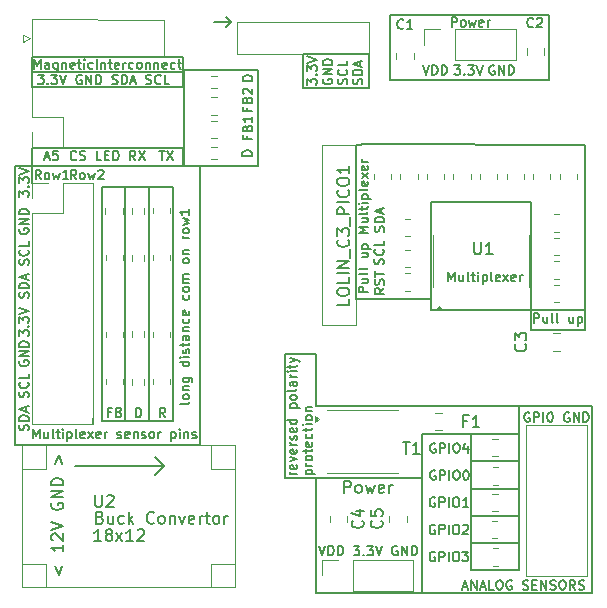
<source format=gbr>
%TF.GenerationSoftware,KiCad,Pcbnew,8.0.1*%
%TF.CreationDate,2024-04-28T21:45:25+02:00*%
%TF.ProjectId,EHealth_PCB,45486561-6c74-4685-9f50-43422e6b6963,rev?*%
%TF.SameCoordinates,Original*%
%TF.FileFunction,Legend,Top*%
%TF.FilePolarity,Positive*%
%FSLAX46Y46*%
G04 Gerber Fmt 4.6, Leading zero omitted, Abs format (unit mm)*
G04 Created by KiCad (PCBNEW 8.0.1) date 2024-04-28 21:45:25*
%MOMM*%
%LPD*%
G01*
G04 APERTURE LIST*
%ADD10C,0.200000*%
%ADD11C,0.150000*%
%ADD12C,0.120000*%
%ADD13C,0.100000*%
G04 APERTURE END LIST*
D10*
X182563152Y-103414822D02*
X182848866Y-104176726D01*
X182848866Y-104176726D02*
X183134580Y-103414822D01*
X183229819Y-101652917D02*
X183229819Y-102224345D01*
X183229819Y-101938631D02*
X182229819Y-101938631D01*
X182229819Y-101938631D02*
X182372676Y-102033869D01*
X182372676Y-102033869D02*
X182467914Y-102129107D01*
X182467914Y-102129107D02*
X182515533Y-102224345D01*
X182325057Y-101271964D02*
X182277438Y-101224345D01*
X182277438Y-101224345D02*
X182229819Y-101129107D01*
X182229819Y-101129107D02*
X182229819Y-100891012D01*
X182229819Y-100891012D02*
X182277438Y-100795774D01*
X182277438Y-100795774D02*
X182325057Y-100748155D01*
X182325057Y-100748155D02*
X182420295Y-100700536D01*
X182420295Y-100700536D02*
X182515533Y-100700536D01*
X182515533Y-100700536D02*
X182658390Y-100748155D01*
X182658390Y-100748155D02*
X183229819Y-101319583D01*
X183229819Y-101319583D02*
X183229819Y-100700536D01*
X182229819Y-100414821D02*
X183229819Y-100081488D01*
X183229819Y-100081488D02*
X182229819Y-99748155D01*
X182277438Y-98129107D02*
X182229819Y-98224345D01*
X182229819Y-98224345D02*
X182229819Y-98367202D01*
X182229819Y-98367202D02*
X182277438Y-98510059D01*
X182277438Y-98510059D02*
X182372676Y-98605297D01*
X182372676Y-98605297D02*
X182467914Y-98652916D01*
X182467914Y-98652916D02*
X182658390Y-98700535D01*
X182658390Y-98700535D02*
X182801247Y-98700535D01*
X182801247Y-98700535D02*
X182991723Y-98652916D01*
X182991723Y-98652916D02*
X183086961Y-98605297D01*
X183086961Y-98605297D02*
X183182200Y-98510059D01*
X183182200Y-98510059D02*
X183229819Y-98367202D01*
X183229819Y-98367202D02*
X183229819Y-98271964D01*
X183229819Y-98271964D02*
X183182200Y-98129107D01*
X183182200Y-98129107D02*
X183134580Y-98081488D01*
X183134580Y-98081488D02*
X182801247Y-98081488D01*
X182801247Y-98081488D02*
X182801247Y-98271964D01*
X183229819Y-97652916D02*
X182229819Y-97652916D01*
X182229819Y-97652916D02*
X183229819Y-97081488D01*
X183229819Y-97081488D02*
X182229819Y-97081488D01*
X183229819Y-96605297D02*
X182229819Y-96605297D01*
X182229819Y-96605297D02*
X182229819Y-96367202D01*
X182229819Y-96367202D02*
X182277438Y-96224345D01*
X182277438Y-96224345D02*
X182372676Y-96129107D01*
X182372676Y-96129107D02*
X182467914Y-96081488D01*
X182467914Y-96081488D02*
X182658390Y-96033869D01*
X182658390Y-96033869D02*
X182801247Y-96033869D01*
X182801247Y-96033869D02*
X182991723Y-96081488D01*
X182991723Y-96081488D02*
X183086961Y-96129107D01*
X183086961Y-96129107D02*
X183182200Y-96224345D01*
X183182200Y-96224345D02*
X183229819Y-96367202D01*
X183229819Y-96367202D02*
X183229819Y-96605297D01*
X182563152Y-94843392D02*
X182848866Y-94081488D01*
X182848866Y-94081488D02*
X183134580Y-94843392D01*
D11*
X208001092Y-67775278D02*
X208000000Y-80811168D01*
X217798693Y-101512864D02*
X221798693Y-101512864D01*
X221798693Y-103823313D01*
X217798693Y-103823313D01*
X217798693Y-101512864D01*
X222800000Y-72800000D02*
X222800000Y-72600000D01*
X180590000Y-61600000D02*
X193400000Y-61600000D01*
X193400000Y-62880000D01*
X180590000Y-62880000D01*
X180590000Y-61600000D01*
X217798693Y-96897711D02*
X221798693Y-96897711D01*
X221798693Y-99208160D01*
X217798693Y-99208160D01*
X217798693Y-96897711D01*
X208944659Y-80811722D02*
X208000000Y-80811168D01*
X196000000Y-57400000D02*
X197400000Y-57400000D01*
X210934817Y-56809386D02*
X224329991Y-56809386D01*
X224329991Y-62299576D01*
X210934817Y-62299576D01*
X210934817Y-56809386D01*
X208943262Y-67764539D02*
X208001092Y-67775278D01*
X204600000Y-85500000D02*
X204600000Y-89900968D01*
X203500000Y-60078166D02*
X209081195Y-60078166D01*
X209081195Y-63000000D01*
X203500000Y-63000000D01*
X203500000Y-60078166D01*
X204600000Y-96000000D02*
X213600000Y-96000000D01*
X213600000Y-105710000D01*
X204600000Y-105710000D01*
X204600000Y-96000000D01*
X194800000Y-83370000D02*
X194800000Y-91400000D01*
X208943262Y-67764539D02*
X227400000Y-67800000D01*
X197000000Y-57800000D02*
X197400000Y-57400000D01*
X191750000Y-95000000D02*
X191000000Y-95750000D01*
X214344659Y-73211722D02*
X214344659Y-80811722D01*
X179180000Y-69602869D02*
X194800000Y-69602869D01*
X194800000Y-93200000D01*
X179180000Y-93200000D01*
X179180000Y-69602869D01*
X190500000Y-71350000D02*
X192500000Y-71350000D01*
X192500000Y-91150000D01*
X190500000Y-91150000D01*
X190500000Y-71350000D01*
X180570797Y-68077843D02*
X193390797Y-68077843D01*
X193390797Y-69619226D01*
X180570797Y-69619226D01*
X180570797Y-68077843D01*
X228005000Y-105710000D02*
X228005000Y-89900000D01*
X180595631Y-60391804D02*
X193400000Y-60391804D01*
X193400000Y-61600000D01*
X180595631Y-61600000D01*
X180595631Y-60391804D01*
X214344659Y-80811722D02*
X208944659Y-80811722D01*
X221807217Y-89900968D02*
X204600000Y-89900968D01*
X180580000Y-70990000D02*
X180581118Y-69601801D01*
X194800000Y-72800000D02*
X194800000Y-80968084D01*
X204600000Y-85500000D02*
X202000000Y-85500000D01*
X191000000Y-95750000D02*
X191750000Y-95000000D01*
X191750000Y-95000000D02*
X191000000Y-94250000D01*
X222800000Y-81800000D02*
X222800000Y-72800000D01*
X214344659Y-73211722D02*
X214343262Y-72604728D01*
X227400000Y-72800000D02*
X227400000Y-67800000D01*
X184250000Y-95000000D02*
X191750000Y-95000000D01*
X221800000Y-92289551D02*
X221807217Y-89900968D01*
X186500000Y-71350000D02*
X188500000Y-71350000D01*
X188500000Y-91150000D01*
X186500000Y-91150000D01*
X186500000Y-71350000D01*
X217800000Y-92289551D02*
X221800000Y-92289551D01*
X221800000Y-94600000D01*
X217800000Y-94600000D01*
X217800000Y-92289551D01*
X204600000Y-96000000D02*
X202000000Y-96000000D01*
X217794145Y-99208785D02*
X221794145Y-99208785D01*
X221794145Y-101519234D01*
X217794145Y-101519234D01*
X217794145Y-99208785D01*
X227400000Y-72800000D02*
X227400000Y-81800000D01*
X191000000Y-94250000D02*
X191750000Y-95000000D01*
X188500000Y-71350000D02*
X190500000Y-71350000D01*
X190500000Y-91150000D01*
X188500000Y-91150000D01*
X188500000Y-71350000D01*
X213600000Y-105710000D02*
X213607394Y-92289612D01*
X214343262Y-72604728D02*
X222800000Y-72604728D01*
X222800000Y-81800000D01*
X214343262Y-81800000D01*
X214343262Y-72604728D01*
X221807217Y-89900968D02*
X228005000Y-89900000D01*
X202000000Y-96000000D02*
X202000000Y-85500000D01*
X217798693Y-94594142D02*
X221798693Y-94594142D01*
X221798693Y-96904591D01*
X217798693Y-96904591D01*
X217798693Y-94594142D01*
X194800000Y-80968084D02*
X194800000Y-83370000D01*
X227400000Y-81800000D02*
X222800000Y-81800000D01*
X193440958Y-61500000D02*
X199759363Y-61500000D01*
X199759363Y-69590999D01*
X193440958Y-69590999D01*
X193440958Y-61500000D01*
X185785724Y-90950000D02*
X185784239Y-91400000D01*
X228005000Y-105710000D02*
X213600000Y-105710000D01*
X217800000Y-92289551D02*
X213607394Y-92289612D01*
X197400000Y-57400000D02*
X197000000Y-57000000D01*
X222800000Y-81800000D02*
X227400000Y-81800000D01*
X227400000Y-83450000D01*
X222800000Y-83450000D01*
X222800000Y-81800000D01*
X214706900Y-99981377D02*
X214630710Y-99943282D01*
X214630710Y-99943282D02*
X214516424Y-99943282D01*
X214516424Y-99943282D02*
X214402138Y-99981377D01*
X214402138Y-99981377D02*
X214325948Y-100057567D01*
X214325948Y-100057567D02*
X214287853Y-100133758D01*
X214287853Y-100133758D02*
X214249757Y-100286139D01*
X214249757Y-100286139D02*
X214249757Y-100400425D01*
X214249757Y-100400425D02*
X214287853Y-100552806D01*
X214287853Y-100552806D02*
X214325948Y-100628996D01*
X214325948Y-100628996D02*
X214402138Y-100705187D01*
X214402138Y-100705187D02*
X214516424Y-100743282D01*
X214516424Y-100743282D02*
X214592615Y-100743282D01*
X214592615Y-100743282D02*
X214706900Y-100705187D01*
X214706900Y-100705187D02*
X214744996Y-100667091D01*
X214744996Y-100667091D02*
X214744996Y-100400425D01*
X214744996Y-100400425D02*
X214592615Y-100400425D01*
X215087853Y-100743282D02*
X215087853Y-99943282D01*
X215087853Y-99943282D02*
X215392615Y-99943282D01*
X215392615Y-99943282D02*
X215468805Y-99981377D01*
X215468805Y-99981377D02*
X215506900Y-100019472D01*
X215506900Y-100019472D02*
X215544996Y-100095663D01*
X215544996Y-100095663D02*
X215544996Y-100209948D01*
X215544996Y-100209948D02*
X215506900Y-100286139D01*
X215506900Y-100286139D02*
X215468805Y-100324234D01*
X215468805Y-100324234D02*
X215392615Y-100362329D01*
X215392615Y-100362329D02*
X215087853Y-100362329D01*
X215887853Y-100743282D02*
X215887853Y-99943282D01*
X216421186Y-99943282D02*
X216573567Y-99943282D01*
X216573567Y-99943282D02*
X216649757Y-99981377D01*
X216649757Y-99981377D02*
X216725948Y-100057567D01*
X216725948Y-100057567D02*
X216764043Y-100209948D01*
X216764043Y-100209948D02*
X216764043Y-100476615D01*
X216764043Y-100476615D02*
X216725948Y-100628996D01*
X216725948Y-100628996D02*
X216649757Y-100705187D01*
X216649757Y-100705187D02*
X216573567Y-100743282D01*
X216573567Y-100743282D02*
X216421186Y-100743282D01*
X216421186Y-100743282D02*
X216344995Y-100705187D01*
X216344995Y-100705187D02*
X216268805Y-100628996D01*
X216268805Y-100628996D02*
X216230709Y-100476615D01*
X216230709Y-100476615D02*
X216230709Y-100209948D01*
X216230709Y-100209948D02*
X216268805Y-100057567D01*
X216268805Y-100057567D02*
X216344995Y-99981377D01*
X216344995Y-99981377D02*
X216421186Y-99943282D01*
X217068804Y-100019472D02*
X217106900Y-99981377D01*
X217106900Y-99981377D02*
X217183090Y-99943282D01*
X217183090Y-99943282D02*
X217373566Y-99943282D01*
X217373566Y-99943282D02*
X217449757Y-99981377D01*
X217449757Y-99981377D02*
X217487852Y-100019472D01*
X217487852Y-100019472D02*
X217525947Y-100095663D01*
X217525947Y-100095663D02*
X217525947Y-100171853D01*
X217525947Y-100171853D02*
X217487852Y-100286139D01*
X217487852Y-100286139D02*
X217030709Y-100743282D01*
X217030709Y-100743282D02*
X217525947Y-100743282D01*
X204885890Y-101765102D02*
X205152557Y-102565102D01*
X205152557Y-102565102D02*
X205419223Y-101765102D01*
X205685890Y-102565102D02*
X205685890Y-101765102D01*
X205685890Y-101765102D02*
X205876366Y-101765102D01*
X205876366Y-101765102D02*
X205990652Y-101803197D01*
X205990652Y-101803197D02*
X206066842Y-101879387D01*
X206066842Y-101879387D02*
X206104937Y-101955578D01*
X206104937Y-101955578D02*
X206143033Y-102107959D01*
X206143033Y-102107959D02*
X206143033Y-102222245D01*
X206143033Y-102222245D02*
X206104937Y-102374626D01*
X206104937Y-102374626D02*
X206066842Y-102450816D01*
X206066842Y-102450816D02*
X205990652Y-102527007D01*
X205990652Y-102527007D02*
X205876366Y-102565102D01*
X205876366Y-102565102D02*
X205685890Y-102565102D01*
X206485890Y-102565102D02*
X206485890Y-101765102D01*
X206485890Y-101765102D02*
X206676366Y-101765102D01*
X206676366Y-101765102D02*
X206790652Y-101803197D01*
X206790652Y-101803197D02*
X206866842Y-101879387D01*
X206866842Y-101879387D02*
X206904937Y-101955578D01*
X206904937Y-101955578D02*
X206943033Y-102107959D01*
X206943033Y-102107959D02*
X206943033Y-102222245D01*
X206943033Y-102222245D02*
X206904937Y-102374626D01*
X206904937Y-102374626D02*
X206866842Y-102450816D01*
X206866842Y-102450816D02*
X206790652Y-102527007D01*
X206790652Y-102527007D02*
X206676366Y-102565102D01*
X206676366Y-102565102D02*
X206485890Y-102565102D01*
X207819223Y-101765102D02*
X208314461Y-101765102D01*
X208314461Y-101765102D02*
X208047795Y-102069864D01*
X208047795Y-102069864D02*
X208162080Y-102069864D01*
X208162080Y-102069864D02*
X208238271Y-102107959D01*
X208238271Y-102107959D02*
X208276366Y-102146054D01*
X208276366Y-102146054D02*
X208314461Y-102222245D01*
X208314461Y-102222245D02*
X208314461Y-102412721D01*
X208314461Y-102412721D02*
X208276366Y-102488911D01*
X208276366Y-102488911D02*
X208238271Y-102527007D01*
X208238271Y-102527007D02*
X208162080Y-102565102D01*
X208162080Y-102565102D02*
X207933509Y-102565102D01*
X207933509Y-102565102D02*
X207857318Y-102527007D01*
X207857318Y-102527007D02*
X207819223Y-102488911D01*
X208657319Y-102488911D02*
X208695414Y-102527007D01*
X208695414Y-102527007D02*
X208657319Y-102565102D01*
X208657319Y-102565102D02*
X208619223Y-102527007D01*
X208619223Y-102527007D02*
X208657319Y-102488911D01*
X208657319Y-102488911D02*
X208657319Y-102565102D01*
X208962080Y-101765102D02*
X209457318Y-101765102D01*
X209457318Y-101765102D02*
X209190652Y-102069864D01*
X209190652Y-102069864D02*
X209304937Y-102069864D01*
X209304937Y-102069864D02*
X209381128Y-102107959D01*
X209381128Y-102107959D02*
X209419223Y-102146054D01*
X209419223Y-102146054D02*
X209457318Y-102222245D01*
X209457318Y-102222245D02*
X209457318Y-102412721D01*
X209457318Y-102412721D02*
X209419223Y-102488911D01*
X209419223Y-102488911D02*
X209381128Y-102527007D01*
X209381128Y-102527007D02*
X209304937Y-102565102D01*
X209304937Y-102565102D02*
X209076366Y-102565102D01*
X209076366Y-102565102D02*
X209000175Y-102527007D01*
X209000175Y-102527007D02*
X208962080Y-102488911D01*
X209685890Y-101765102D02*
X209952557Y-102565102D01*
X209952557Y-102565102D02*
X210219223Y-101765102D01*
X211514461Y-101803197D02*
X211438271Y-101765102D01*
X211438271Y-101765102D02*
X211323985Y-101765102D01*
X211323985Y-101765102D02*
X211209699Y-101803197D01*
X211209699Y-101803197D02*
X211133509Y-101879387D01*
X211133509Y-101879387D02*
X211095414Y-101955578D01*
X211095414Y-101955578D02*
X211057318Y-102107959D01*
X211057318Y-102107959D02*
X211057318Y-102222245D01*
X211057318Y-102222245D02*
X211095414Y-102374626D01*
X211095414Y-102374626D02*
X211133509Y-102450816D01*
X211133509Y-102450816D02*
X211209699Y-102527007D01*
X211209699Y-102527007D02*
X211323985Y-102565102D01*
X211323985Y-102565102D02*
X211400176Y-102565102D01*
X211400176Y-102565102D02*
X211514461Y-102527007D01*
X211514461Y-102527007D02*
X211552557Y-102488911D01*
X211552557Y-102488911D02*
X211552557Y-102222245D01*
X211552557Y-102222245D02*
X211400176Y-102222245D01*
X211895414Y-102565102D02*
X211895414Y-101765102D01*
X211895414Y-101765102D02*
X212352557Y-102565102D01*
X212352557Y-102565102D02*
X212352557Y-101765102D01*
X212733509Y-102565102D02*
X212733509Y-101765102D01*
X212733509Y-101765102D02*
X212923985Y-101765102D01*
X212923985Y-101765102D02*
X213038271Y-101803197D01*
X213038271Y-101803197D02*
X213114461Y-101879387D01*
X213114461Y-101879387D02*
X213152556Y-101955578D01*
X213152556Y-101955578D02*
X213190652Y-102107959D01*
X213190652Y-102107959D02*
X213190652Y-102222245D01*
X213190652Y-102222245D02*
X213152556Y-102374626D01*
X213152556Y-102374626D02*
X213114461Y-102450816D01*
X213114461Y-102450816D02*
X213038271Y-102527007D01*
X213038271Y-102527007D02*
X212923985Y-102565102D01*
X212923985Y-102565102D02*
X212733509Y-102565102D01*
X216353864Y-61061871D02*
X216849102Y-61061871D01*
X216849102Y-61061871D02*
X216582436Y-61366633D01*
X216582436Y-61366633D02*
X216696721Y-61366633D01*
X216696721Y-61366633D02*
X216772912Y-61404728D01*
X216772912Y-61404728D02*
X216811007Y-61442823D01*
X216811007Y-61442823D02*
X216849102Y-61519014D01*
X216849102Y-61519014D02*
X216849102Y-61709490D01*
X216849102Y-61709490D02*
X216811007Y-61785680D01*
X216811007Y-61785680D02*
X216772912Y-61823776D01*
X216772912Y-61823776D02*
X216696721Y-61861871D01*
X216696721Y-61861871D02*
X216468150Y-61861871D01*
X216468150Y-61861871D02*
X216391959Y-61823776D01*
X216391959Y-61823776D02*
X216353864Y-61785680D01*
X217191960Y-61785680D02*
X217230055Y-61823776D01*
X217230055Y-61823776D02*
X217191960Y-61861871D01*
X217191960Y-61861871D02*
X217153864Y-61823776D01*
X217153864Y-61823776D02*
X217191960Y-61785680D01*
X217191960Y-61785680D02*
X217191960Y-61861871D01*
X217496721Y-61061871D02*
X217991959Y-61061871D01*
X217991959Y-61061871D02*
X217725293Y-61366633D01*
X217725293Y-61366633D02*
X217839578Y-61366633D01*
X217839578Y-61366633D02*
X217915769Y-61404728D01*
X217915769Y-61404728D02*
X217953864Y-61442823D01*
X217953864Y-61442823D02*
X217991959Y-61519014D01*
X217991959Y-61519014D02*
X217991959Y-61709490D01*
X217991959Y-61709490D02*
X217953864Y-61785680D01*
X217953864Y-61785680D02*
X217915769Y-61823776D01*
X217915769Y-61823776D02*
X217839578Y-61861871D01*
X217839578Y-61861871D02*
X217611007Y-61861871D01*
X217611007Y-61861871D02*
X217534816Y-61823776D01*
X217534816Y-61823776D02*
X217496721Y-61785680D01*
X218220531Y-61061871D02*
X218487198Y-61861871D01*
X218487198Y-61861871D02*
X218753864Y-61061871D01*
X180256200Y-89148935D02*
X180294295Y-89034649D01*
X180294295Y-89034649D02*
X180294295Y-88844173D01*
X180294295Y-88844173D02*
X180256200Y-88767982D01*
X180256200Y-88767982D02*
X180218104Y-88729887D01*
X180218104Y-88729887D02*
X180141914Y-88691792D01*
X180141914Y-88691792D02*
X180065723Y-88691792D01*
X180065723Y-88691792D02*
X179989533Y-88729887D01*
X179989533Y-88729887D02*
X179951438Y-88767982D01*
X179951438Y-88767982D02*
X179913342Y-88844173D01*
X179913342Y-88844173D02*
X179875247Y-88996554D01*
X179875247Y-88996554D02*
X179837152Y-89072744D01*
X179837152Y-89072744D02*
X179799057Y-89110839D01*
X179799057Y-89110839D02*
X179722866Y-89148935D01*
X179722866Y-89148935D02*
X179646676Y-89148935D01*
X179646676Y-89148935D02*
X179570485Y-89110839D01*
X179570485Y-89110839D02*
X179532390Y-89072744D01*
X179532390Y-89072744D02*
X179494295Y-88996554D01*
X179494295Y-88996554D02*
X179494295Y-88806077D01*
X179494295Y-88806077D02*
X179532390Y-88691792D01*
X180218104Y-87891791D02*
X180256200Y-87929887D01*
X180256200Y-87929887D02*
X180294295Y-88044172D01*
X180294295Y-88044172D02*
X180294295Y-88120363D01*
X180294295Y-88120363D02*
X180256200Y-88234649D01*
X180256200Y-88234649D02*
X180180009Y-88310839D01*
X180180009Y-88310839D02*
X180103819Y-88348934D01*
X180103819Y-88348934D02*
X179951438Y-88387030D01*
X179951438Y-88387030D02*
X179837152Y-88387030D01*
X179837152Y-88387030D02*
X179684771Y-88348934D01*
X179684771Y-88348934D02*
X179608580Y-88310839D01*
X179608580Y-88310839D02*
X179532390Y-88234649D01*
X179532390Y-88234649D02*
X179494295Y-88120363D01*
X179494295Y-88120363D02*
X179494295Y-88044172D01*
X179494295Y-88044172D02*
X179532390Y-87929887D01*
X179532390Y-87929887D02*
X179570485Y-87891791D01*
X180294295Y-87167982D02*
X180294295Y-87548934D01*
X180294295Y-87548934D02*
X179494295Y-87548934D01*
X180256200Y-77948935D02*
X180294295Y-77834649D01*
X180294295Y-77834649D02*
X180294295Y-77644173D01*
X180294295Y-77644173D02*
X180256200Y-77567982D01*
X180256200Y-77567982D02*
X180218104Y-77529887D01*
X180218104Y-77529887D02*
X180141914Y-77491792D01*
X180141914Y-77491792D02*
X180065723Y-77491792D01*
X180065723Y-77491792D02*
X179989533Y-77529887D01*
X179989533Y-77529887D02*
X179951438Y-77567982D01*
X179951438Y-77567982D02*
X179913342Y-77644173D01*
X179913342Y-77644173D02*
X179875247Y-77796554D01*
X179875247Y-77796554D02*
X179837152Y-77872744D01*
X179837152Y-77872744D02*
X179799057Y-77910839D01*
X179799057Y-77910839D02*
X179722866Y-77948935D01*
X179722866Y-77948935D02*
X179646676Y-77948935D01*
X179646676Y-77948935D02*
X179570485Y-77910839D01*
X179570485Y-77910839D02*
X179532390Y-77872744D01*
X179532390Y-77872744D02*
X179494295Y-77796554D01*
X179494295Y-77796554D02*
X179494295Y-77606077D01*
X179494295Y-77606077D02*
X179532390Y-77491792D01*
X180218104Y-76691791D02*
X180256200Y-76729887D01*
X180256200Y-76729887D02*
X180294295Y-76844172D01*
X180294295Y-76844172D02*
X180294295Y-76920363D01*
X180294295Y-76920363D02*
X180256200Y-77034649D01*
X180256200Y-77034649D02*
X180180009Y-77110839D01*
X180180009Y-77110839D02*
X180103819Y-77148934D01*
X180103819Y-77148934D02*
X179951438Y-77187030D01*
X179951438Y-77187030D02*
X179837152Y-77187030D01*
X179837152Y-77187030D02*
X179684771Y-77148934D01*
X179684771Y-77148934D02*
X179608580Y-77110839D01*
X179608580Y-77110839D02*
X179532390Y-77034649D01*
X179532390Y-77034649D02*
X179494295Y-76920363D01*
X179494295Y-76920363D02*
X179494295Y-76844172D01*
X179494295Y-76844172D02*
X179532390Y-76729887D01*
X179532390Y-76729887D02*
X179570485Y-76691791D01*
X180294295Y-75967982D02*
X180294295Y-76348934D01*
X180294295Y-76348934D02*
X179494295Y-76348934D01*
X180256200Y-91948935D02*
X180294295Y-91834649D01*
X180294295Y-91834649D02*
X180294295Y-91644173D01*
X180294295Y-91644173D02*
X180256200Y-91567982D01*
X180256200Y-91567982D02*
X180218104Y-91529887D01*
X180218104Y-91529887D02*
X180141914Y-91491792D01*
X180141914Y-91491792D02*
X180065723Y-91491792D01*
X180065723Y-91491792D02*
X179989533Y-91529887D01*
X179989533Y-91529887D02*
X179951438Y-91567982D01*
X179951438Y-91567982D02*
X179913342Y-91644173D01*
X179913342Y-91644173D02*
X179875247Y-91796554D01*
X179875247Y-91796554D02*
X179837152Y-91872744D01*
X179837152Y-91872744D02*
X179799057Y-91910839D01*
X179799057Y-91910839D02*
X179722866Y-91948935D01*
X179722866Y-91948935D02*
X179646676Y-91948935D01*
X179646676Y-91948935D02*
X179570485Y-91910839D01*
X179570485Y-91910839D02*
X179532390Y-91872744D01*
X179532390Y-91872744D02*
X179494295Y-91796554D01*
X179494295Y-91796554D02*
X179494295Y-91606077D01*
X179494295Y-91606077D02*
X179532390Y-91491792D01*
X180294295Y-91148934D02*
X179494295Y-91148934D01*
X179494295Y-91148934D02*
X179494295Y-90958458D01*
X179494295Y-90958458D02*
X179532390Y-90844172D01*
X179532390Y-90844172D02*
X179608580Y-90767982D01*
X179608580Y-90767982D02*
X179684771Y-90729887D01*
X179684771Y-90729887D02*
X179837152Y-90691791D01*
X179837152Y-90691791D02*
X179951438Y-90691791D01*
X179951438Y-90691791D02*
X180103819Y-90729887D01*
X180103819Y-90729887D02*
X180180009Y-90767982D01*
X180180009Y-90767982D02*
X180256200Y-90844172D01*
X180256200Y-90844172D02*
X180294295Y-90958458D01*
X180294295Y-90958458D02*
X180294295Y-91148934D01*
X180065723Y-90387030D02*
X180065723Y-90006077D01*
X180294295Y-90463220D02*
X179494295Y-90196553D01*
X179494295Y-90196553D02*
X180294295Y-89929887D01*
X180692329Y-92640333D02*
X180692329Y-91840333D01*
X180692329Y-91840333D02*
X180958995Y-92411761D01*
X180958995Y-92411761D02*
X181225662Y-91840333D01*
X181225662Y-91840333D02*
X181225662Y-92640333D01*
X181949472Y-92106999D02*
X181949472Y-92640333D01*
X181606615Y-92106999D02*
X181606615Y-92526047D01*
X181606615Y-92526047D02*
X181644710Y-92602238D01*
X181644710Y-92602238D02*
X181720900Y-92640333D01*
X181720900Y-92640333D02*
X181835186Y-92640333D01*
X181835186Y-92640333D02*
X181911377Y-92602238D01*
X181911377Y-92602238D02*
X181949472Y-92564142D01*
X182444710Y-92640333D02*
X182368520Y-92602238D01*
X182368520Y-92602238D02*
X182330425Y-92526047D01*
X182330425Y-92526047D02*
X182330425Y-91840333D01*
X182635187Y-92106999D02*
X182939949Y-92106999D01*
X182749473Y-91840333D02*
X182749473Y-92526047D01*
X182749473Y-92526047D02*
X182787568Y-92602238D01*
X182787568Y-92602238D02*
X182863758Y-92640333D01*
X182863758Y-92640333D02*
X182939949Y-92640333D01*
X183206616Y-92640333D02*
X183206616Y-92106999D01*
X183206616Y-91840333D02*
X183168520Y-91878428D01*
X183168520Y-91878428D02*
X183206616Y-91916523D01*
X183206616Y-91916523D02*
X183244711Y-91878428D01*
X183244711Y-91878428D02*
X183206616Y-91840333D01*
X183206616Y-91840333D02*
X183206616Y-91916523D01*
X183587568Y-92106999D02*
X183587568Y-92906999D01*
X183587568Y-92145095D02*
X183663758Y-92106999D01*
X183663758Y-92106999D02*
X183816139Y-92106999D01*
X183816139Y-92106999D02*
X183892330Y-92145095D01*
X183892330Y-92145095D02*
X183930425Y-92183190D01*
X183930425Y-92183190D02*
X183968520Y-92259380D01*
X183968520Y-92259380D02*
X183968520Y-92487952D01*
X183968520Y-92487952D02*
X183930425Y-92564142D01*
X183930425Y-92564142D02*
X183892330Y-92602238D01*
X183892330Y-92602238D02*
X183816139Y-92640333D01*
X183816139Y-92640333D02*
X183663758Y-92640333D01*
X183663758Y-92640333D02*
X183587568Y-92602238D01*
X184425663Y-92640333D02*
X184349473Y-92602238D01*
X184349473Y-92602238D02*
X184311378Y-92526047D01*
X184311378Y-92526047D02*
X184311378Y-91840333D01*
X185035188Y-92602238D02*
X184958997Y-92640333D01*
X184958997Y-92640333D02*
X184806616Y-92640333D01*
X184806616Y-92640333D02*
X184730426Y-92602238D01*
X184730426Y-92602238D02*
X184692330Y-92526047D01*
X184692330Y-92526047D02*
X184692330Y-92221285D01*
X184692330Y-92221285D02*
X184730426Y-92145095D01*
X184730426Y-92145095D02*
X184806616Y-92106999D01*
X184806616Y-92106999D02*
X184958997Y-92106999D01*
X184958997Y-92106999D02*
X185035188Y-92145095D01*
X185035188Y-92145095D02*
X185073283Y-92221285D01*
X185073283Y-92221285D02*
X185073283Y-92297476D01*
X185073283Y-92297476D02*
X184692330Y-92373666D01*
X185339949Y-92640333D02*
X185758997Y-92106999D01*
X185339949Y-92106999D02*
X185758997Y-92640333D01*
X186368521Y-92602238D02*
X186292330Y-92640333D01*
X186292330Y-92640333D02*
X186139949Y-92640333D01*
X186139949Y-92640333D02*
X186063759Y-92602238D01*
X186063759Y-92602238D02*
X186025663Y-92526047D01*
X186025663Y-92526047D02*
X186025663Y-92221285D01*
X186025663Y-92221285D02*
X186063759Y-92145095D01*
X186063759Y-92145095D02*
X186139949Y-92106999D01*
X186139949Y-92106999D02*
X186292330Y-92106999D01*
X186292330Y-92106999D02*
X186368521Y-92145095D01*
X186368521Y-92145095D02*
X186406616Y-92221285D01*
X186406616Y-92221285D02*
X186406616Y-92297476D01*
X186406616Y-92297476D02*
X186025663Y-92373666D01*
X186749473Y-92640333D02*
X186749473Y-92106999D01*
X186749473Y-92259380D02*
X186787568Y-92183190D01*
X186787568Y-92183190D02*
X186825663Y-92145095D01*
X186825663Y-92145095D02*
X186901854Y-92106999D01*
X186901854Y-92106999D02*
X186978044Y-92106999D01*
X187816139Y-92602238D02*
X187892330Y-92640333D01*
X187892330Y-92640333D02*
X188044711Y-92640333D01*
X188044711Y-92640333D02*
X188120901Y-92602238D01*
X188120901Y-92602238D02*
X188158997Y-92526047D01*
X188158997Y-92526047D02*
X188158997Y-92487952D01*
X188158997Y-92487952D02*
X188120901Y-92411761D01*
X188120901Y-92411761D02*
X188044711Y-92373666D01*
X188044711Y-92373666D02*
X187930425Y-92373666D01*
X187930425Y-92373666D02*
X187854235Y-92335571D01*
X187854235Y-92335571D02*
X187816139Y-92259380D01*
X187816139Y-92259380D02*
X187816139Y-92221285D01*
X187816139Y-92221285D02*
X187854235Y-92145095D01*
X187854235Y-92145095D02*
X187930425Y-92106999D01*
X187930425Y-92106999D02*
X188044711Y-92106999D01*
X188044711Y-92106999D02*
X188120901Y-92145095D01*
X188806616Y-92602238D02*
X188730425Y-92640333D01*
X188730425Y-92640333D02*
X188578044Y-92640333D01*
X188578044Y-92640333D02*
X188501854Y-92602238D01*
X188501854Y-92602238D02*
X188463758Y-92526047D01*
X188463758Y-92526047D02*
X188463758Y-92221285D01*
X188463758Y-92221285D02*
X188501854Y-92145095D01*
X188501854Y-92145095D02*
X188578044Y-92106999D01*
X188578044Y-92106999D02*
X188730425Y-92106999D01*
X188730425Y-92106999D02*
X188806616Y-92145095D01*
X188806616Y-92145095D02*
X188844711Y-92221285D01*
X188844711Y-92221285D02*
X188844711Y-92297476D01*
X188844711Y-92297476D02*
X188463758Y-92373666D01*
X189187568Y-92106999D02*
X189187568Y-92640333D01*
X189187568Y-92183190D02*
X189225663Y-92145095D01*
X189225663Y-92145095D02*
X189301853Y-92106999D01*
X189301853Y-92106999D02*
X189416139Y-92106999D01*
X189416139Y-92106999D02*
X189492330Y-92145095D01*
X189492330Y-92145095D02*
X189530425Y-92221285D01*
X189530425Y-92221285D02*
X189530425Y-92640333D01*
X189873282Y-92602238D02*
X189949473Y-92640333D01*
X189949473Y-92640333D02*
X190101854Y-92640333D01*
X190101854Y-92640333D02*
X190178044Y-92602238D01*
X190178044Y-92602238D02*
X190216140Y-92526047D01*
X190216140Y-92526047D02*
X190216140Y-92487952D01*
X190216140Y-92487952D02*
X190178044Y-92411761D01*
X190178044Y-92411761D02*
X190101854Y-92373666D01*
X190101854Y-92373666D02*
X189987568Y-92373666D01*
X189987568Y-92373666D02*
X189911378Y-92335571D01*
X189911378Y-92335571D02*
X189873282Y-92259380D01*
X189873282Y-92259380D02*
X189873282Y-92221285D01*
X189873282Y-92221285D02*
X189911378Y-92145095D01*
X189911378Y-92145095D02*
X189987568Y-92106999D01*
X189987568Y-92106999D02*
X190101854Y-92106999D01*
X190101854Y-92106999D02*
X190178044Y-92145095D01*
X190673282Y-92640333D02*
X190597092Y-92602238D01*
X190597092Y-92602238D02*
X190558997Y-92564142D01*
X190558997Y-92564142D02*
X190520901Y-92487952D01*
X190520901Y-92487952D02*
X190520901Y-92259380D01*
X190520901Y-92259380D02*
X190558997Y-92183190D01*
X190558997Y-92183190D02*
X190597092Y-92145095D01*
X190597092Y-92145095D02*
X190673282Y-92106999D01*
X190673282Y-92106999D02*
X190787568Y-92106999D01*
X190787568Y-92106999D02*
X190863759Y-92145095D01*
X190863759Y-92145095D02*
X190901854Y-92183190D01*
X190901854Y-92183190D02*
X190939949Y-92259380D01*
X190939949Y-92259380D02*
X190939949Y-92487952D01*
X190939949Y-92487952D02*
X190901854Y-92564142D01*
X190901854Y-92564142D02*
X190863759Y-92602238D01*
X190863759Y-92602238D02*
X190787568Y-92640333D01*
X190787568Y-92640333D02*
X190673282Y-92640333D01*
X191282807Y-92640333D02*
X191282807Y-92106999D01*
X191282807Y-92259380D02*
X191320902Y-92183190D01*
X191320902Y-92183190D02*
X191358997Y-92145095D01*
X191358997Y-92145095D02*
X191435188Y-92106999D01*
X191435188Y-92106999D02*
X191511378Y-92106999D01*
X192387569Y-92106999D02*
X192387569Y-92906999D01*
X192387569Y-92145095D02*
X192463759Y-92106999D01*
X192463759Y-92106999D02*
X192616140Y-92106999D01*
X192616140Y-92106999D02*
X192692331Y-92145095D01*
X192692331Y-92145095D02*
X192730426Y-92183190D01*
X192730426Y-92183190D02*
X192768521Y-92259380D01*
X192768521Y-92259380D02*
X192768521Y-92487952D01*
X192768521Y-92487952D02*
X192730426Y-92564142D01*
X192730426Y-92564142D02*
X192692331Y-92602238D01*
X192692331Y-92602238D02*
X192616140Y-92640333D01*
X192616140Y-92640333D02*
X192463759Y-92640333D01*
X192463759Y-92640333D02*
X192387569Y-92602238D01*
X193111379Y-92640333D02*
X193111379Y-92106999D01*
X193111379Y-91840333D02*
X193073283Y-91878428D01*
X193073283Y-91878428D02*
X193111379Y-91916523D01*
X193111379Y-91916523D02*
X193149474Y-91878428D01*
X193149474Y-91878428D02*
X193111379Y-91840333D01*
X193111379Y-91840333D02*
X193111379Y-91916523D01*
X193492331Y-92106999D02*
X193492331Y-92640333D01*
X193492331Y-92183190D02*
X193530426Y-92145095D01*
X193530426Y-92145095D02*
X193606616Y-92106999D01*
X193606616Y-92106999D02*
X193720902Y-92106999D01*
X193720902Y-92106999D02*
X193797093Y-92145095D01*
X193797093Y-92145095D02*
X193835188Y-92221285D01*
X193835188Y-92221285D02*
X193835188Y-92640333D01*
X194178045Y-92602238D02*
X194254236Y-92640333D01*
X194254236Y-92640333D02*
X194406617Y-92640333D01*
X194406617Y-92640333D02*
X194482807Y-92602238D01*
X194482807Y-92602238D02*
X194520903Y-92526047D01*
X194520903Y-92526047D02*
X194520903Y-92487952D01*
X194520903Y-92487952D02*
X194482807Y-92411761D01*
X194482807Y-92411761D02*
X194406617Y-92373666D01*
X194406617Y-92373666D02*
X194292331Y-92373666D01*
X194292331Y-92373666D02*
X194216141Y-92335571D01*
X194216141Y-92335571D02*
X194178045Y-92259380D01*
X194178045Y-92259380D02*
X194178045Y-92221285D01*
X194178045Y-92221285D02*
X194216141Y-92145095D01*
X194216141Y-92145095D02*
X194292331Y-92106999D01*
X194292331Y-92106999D02*
X194406617Y-92106999D01*
X194406617Y-92106999D02*
X194482807Y-92145095D01*
X179494295Y-83987030D02*
X179494295Y-83491792D01*
X179494295Y-83491792D02*
X179799057Y-83758458D01*
X179799057Y-83758458D02*
X179799057Y-83644173D01*
X179799057Y-83644173D02*
X179837152Y-83567982D01*
X179837152Y-83567982D02*
X179875247Y-83529887D01*
X179875247Y-83529887D02*
X179951438Y-83491792D01*
X179951438Y-83491792D02*
X180141914Y-83491792D01*
X180141914Y-83491792D02*
X180218104Y-83529887D01*
X180218104Y-83529887D02*
X180256200Y-83567982D01*
X180256200Y-83567982D02*
X180294295Y-83644173D01*
X180294295Y-83644173D02*
X180294295Y-83872744D01*
X180294295Y-83872744D02*
X180256200Y-83948935D01*
X180256200Y-83948935D02*
X180218104Y-83987030D01*
X180218104Y-83148934D02*
X180256200Y-83110839D01*
X180256200Y-83110839D02*
X180294295Y-83148934D01*
X180294295Y-83148934D02*
X180256200Y-83187030D01*
X180256200Y-83187030D02*
X180218104Y-83148934D01*
X180218104Y-83148934D02*
X180294295Y-83148934D01*
X179494295Y-82844173D02*
X179494295Y-82348935D01*
X179494295Y-82348935D02*
X179799057Y-82615601D01*
X179799057Y-82615601D02*
X179799057Y-82501316D01*
X179799057Y-82501316D02*
X179837152Y-82425125D01*
X179837152Y-82425125D02*
X179875247Y-82387030D01*
X179875247Y-82387030D02*
X179951438Y-82348935D01*
X179951438Y-82348935D02*
X180141914Y-82348935D01*
X180141914Y-82348935D02*
X180218104Y-82387030D01*
X180218104Y-82387030D02*
X180256200Y-82425125D01*
X180256200Y-82425125D02*
X180294295Y-82501316D01*
X180294295Y-82501316D02*
X180294295Y-82729887D01*
X180294295Y-82729887D02*
X180256200Y-82806078D01*
X180256200Y-82806078D02*
X180218104Y-82844173D01*
X179494295Y-82120363D02*
X180294295Y-81853696D01*
X180294295Y-81853696D02*
X179494295Y-81587030D01*
X215839160Y-79344295D02*
X215839160Y-78544295D01*
X215839160Y-78544295D02*
X216105826Y-79115723D01*
X216105826Y-79115723D02*
X216372493Y-78544295D01*
X216372493Y-78544295D02*
X216372493Y-79344295D01*
X217096303Y-78810961D02*
X217096303Y-79344295D01*
X216753446Y-78810961D02*
X216753446Y-79230009D01*
X216753446Y-79230009D02*
X216791541Y-79306200D01*
X216791541Y-79306200D02*
X216867731Y-79344295D01*
X216867731Y-79344295D02*
X216982017Y-79344295D01*
X216982017Y-79344295D02*
X217058208Y-79306200D01*
X217058208Y-79306200D02*
X217096303Y-79268104D01*
X217591541Y-79344295D02*
X217515351Y-79306200D01*
X217515351Y-79306200D02*
X217477256Y-79230009D01*
X217477256Y-79230009D02*
X217477256Y-78544295D01*
X217782018Y-78810961D02*
X218086780Y-78810961D01*
X217896304Y-78544295D02*
X217896304Y-79230009D01*
X217896304Y-79230009D02*
X217934399Y-79306200D01*
X217934399Y-79306200D02*
X218010589Y-79344295D01*
X218010589Y-79344295D02*
X218086780Y-79344295D01*
X218353447Y-79344295D02*
X218353447Y-78810961D01*
X218353447Y-78544295D02*
X218315351Y-78582390D01*
X218315351Y-78582390D02*
X218353447Y-78620485D01*
X218353447Y-78620485D02*
X218391542Y-78582390D01*
X218391542Y-78582390D02*
X218353447Y-78544295D01*
X218353447Y-78544295D02*
X218353447Y-78620485D01*
X218734399Y-78810961D02*
X218734399Y-79610961D01*
X218734399Y-78849057D02*
X218810589Y-78810961D01*
X218810589Y-78810961D02*
X218962970Y-78810961D01*
X218962970Y-78810961D02*
X219039161Y-78849057D01*
X219039161Y-78849057D02*
X219077256Y-78887152D01*
X219077256Y-78887152D02*
X219115351Y-78963342D01*
X219115351Y-78963342D02*
X219115351Y-79191914D01*
X219115351Y-79191914D02*
X219077256Y-79268104D01*
X219077256Y-79268104D02*
X219039161Y-79306200D01*
X219039161Y-79306200D02*
X218962970Y-79344295D01*
X218962970Y-79344295D02*
X218810589Y-79344295D01*
X218810589Y-79344295D02*
X218734399Y-79306200D01*
X219572494Y-79344295D02*
X219496304Y-79306200D01*
X219496304Y-79306200D02*
X219458209Y-79230009D01*
X219458209Y-79230009D02*
X219458209Y-78544295D01*
X220182019Y-79306200D02*
X220105828Y-79344295D01*
X220105828Y-79344295D02*
X219953447Y-79344295D01*
X219953447Y-79344295D02*
X219877257Y-79306200D01*
X219877257Y-79306200D02*
X219839161Y-79230009D01*
X219839161Y-79230009D02*
X219839161Y-78925247D01*
X219839161Y-78925247D02*
X219877257Y-78849057D01*
X219877257Y-78849057D02*
X219953447Y-78810961D01*
X219953447Y-78810961D02*
X220105828Y-78810961D01*
X220105828Y-78810961D02*
X220182019Y-78849057D01*
X220182019Y-78849057D02*
X220220114Y-78925247D01*
X220220114Y-78925247D02*
X220220114Y-79001438D01*
X220220114Y-79001438D02*
X219839161Y-79077628D01*
X220486780Y-79344295D02*
X220905828Y-78810961D01*
X220486780Y-78810961D02*
X220905828Y-79344295D01*
X221515352Y-79306200D02*
X221439161Y-79344295D01*
X221439161Y-79344295D02*
X221286780Y-79344295D01*
X221286780Y-79344295D02*
X221210590Y-79306200D01*
X221210590Y-79306200D02*
X221172494Y-79230009D01*
X221172494Y-79230009D02*
X221172494Y-78925247D01*
X221172494Y-78925247D02*
X221210590Y-78849057D01*
X221210590Y-78849057D02*
X221286780Y-78810961D01*
X221286780Y-78810961D02*
X221439161Y-78810961D01*
X221439161Y-78810961D02*
X221515352Y-78849057D01*
X221515352Y-78849057D02*
X221553447Y-78925247D01*
X221553447Y-78925247D02*
X221553447Y-79001438D01*
X221553447Y-79001438D02*
X221172494Y-79077628D01*
X221896304Y-79344295D02*
X221896304Y-78810961D01*
X221896304Y-78963342D02*
X221934399Y-78887152D01*
X221934399Y-78887152D02*
X221972494Y-78849057D01*
X221972494Y-78849057D02*
X222048685Y-78810961D01*
X222048685Y-78810961D02*
X222124875Y-78810961D01*
X184346303Y-69018104D02*
X184308207Y-69056200D01*
X184308207Y-69056200D02*
X184193922Y-69094295D01*
X184193922Y-69094295D02*
X184117731Y-69094295D01*
X184117731Y-69094295D02*
X184003445Y-69056200D01*
X184003445Y-69056200D02*
X183927255Y-68980009D01*
X183927255Y-68980009D02*
X183889160Y-68903819D01*
X183889160Y-68903819D02*
X183851064Y-68751438D01*
X183851064Y-68751438D02*
X183851064Y-68637152D01*
X183851064Y-68637152D02*
X183889160Y-68484771D01*
X183889160Y-68484771D02*
X183927255Y-68408580D01*
X183927255Y-68408580D02*
X184003445Y-68332390D01*
X184003445Y-68332390D02*
X184117731Y-68294295D01*
X184117731Y-68294295D02*
X184193922Y-68294295D01*
X184193922Y-68294295D02*
X184308207Y-68332390D01*
X184308207Y-68332390D02*
X184346303Y-68370485D01*
X184651064Y-69056200D02*
X184765350Y-69094295D01*
X184765350Y-69094295D02*
X184955826Y-69094295D01*
X184955826Y-69094295D02*
X185032017Y-69056200D01*
X185032017Y-69056200D02*
X185070112Y-69018104D01*
X185070112Y-69018104D02*
X185108207Y-68941914D01*
X185108207Y-68941914D02*
X185108207Y-68865723D01*
X185108207Y-68865723D02*
X185070112Y-68789533D01*
X185070112Y-68789533D02*
X185032017Y-68751438D01*
X185032017Y-68751438D02*
X184955826Y-68713342D01*
X184955826Y-68713342D02*
X184803445Y-68675247D01*
X184803445Y-68675247D02*
X184727255Y-68637152D01*
X184727255Y-68637152D02*
X184689160Y-68599057D01*
X184689160Y-68599057D02*
X184651064Y-68522866D01*
X184651064Y-68522866D02*
X184651064Y-68446676D01*
X184651064Y-68446676D02*
X184689160Y-68370485D01*
X184689160Y-68370485D02*
X184727255Y-68332390D01*
X184727255Y-68332390D02*
X184803445Y-68294295D01*
X184803445Y-68294295D02*
X184993922Y-68294295D01*
X184993922Y-68294295D02*
X185108207Y-68332390D01*
X203005548Y-95703356D02*
X202472214Y-95703356D01*
X202624595Y-95703356D02*
X202548405Y-95665261D01*
X202548405Y-95665261D02*
X202510310Y-95627166D01*
X202510310Y-95627166D02*
X202472214Y-95550975D01*
X202472214Y-95550975D02*
X202472214Y-95474785D01*
X202967453Y-94903356D02*
X203005548Y-94979547D01*
X203005548Y-94979547D02*
X203005548Y-95131928D01*
X203005548Y-95131928D02*
X202967453Y-95208118D01*
X202967453Y-95208118D02*
X202891262Y-95246214D01*
X202891262Y-95246214D02*
X202586500Y-95246214D01*
X202586500Y-95246214D02*
X202510310Y-95208118D01*
X202510310Y-95208118D02*
X202472214Y-95131928D01*
X202472214Y-95131928D02*
X202472214Y-94979547D01*
X202472214Y-94979547D02*
X202510310Y-94903356D01*
X202510310Y-94903356D02*
X202586500Y-94865261D01*
X202586500Y-94865261D02*
X202662691Y-94865261D01*
X202662691Y-94865261D02*
X202738881Y-95246214D01*
X202472214Y-94598595D02*
X203005548Y-94408119D01*
X203005548Y-94408119D02*
X202472214Y-94217642D01*
X202967453Y-93608118D02*
X203005548Y-93684309D01*
X203005548Y-93684309D02*
X203005548Y-93836690D01*
X203005548Y-93836690D02*
X202967453Y-93912880D01*
X202967453Y-93912880D02*
X202891262Y-93950976D01*
X202891262Y-93950976D02*
X202586500Y-93950976D01*
X202586500Y-93950976D02*
X202510310Y-93912880D01*
X202510310Y-93912880D02*
X202472214Y-93836690D01*
X202472214Y-93836690D02*
X202472214Y-93684309D01*
X202472214Y-93684309D02*
X202510310Y-93608118D01*
X202510310Y-93608118D02*
X202586500Y-93570023D01*
X202586500Y-93570023D02*
X202662691Y-93570023D01*
X202662691Y-93570023D02*
X202738881Y-93950976D01*
X203005548Y-93227166D02*
X202472214Y-93227166D01*
X202624595Y-93227166D02*
X202548405Y-93189071D01*
X202548405Y-93189071D02*
X202510310Y-93150976D01*
X202510310Y-93150976D02*
X202472214Y-93074785D01*
X202472214Y-93074785D02*
X202472214Y-92998595D01*
X202967453Y-92770024D02*
X203005548Y-92693833D01*
X203005548Y-92693833D02*
X203005548Y-92541452D01*
X203005548Y-92541452D02*
X202967453Y-92465262D01*
X202967453Y-92465262D02*
X202891262Y-92427166D01*
X202891262Y-92427166D02*
X202853167Y-92427166D01*
X202853167Y-92427166D02*
X202776976Y-92465262D01*
X202776976Y-92465262D02*
X202738881Y-92541452D01*
X202738881Y-92541452D02*
X202738881Y-92655738D01*
X202738881Y-92655738D02*
X202700786Y-92731928D01*
X202700786Y-92731928D02*
X202624595Y-92770024D01*
X202624595Y-92770024D02*
X202586500Y-92770024D01*
X202586500Y-92770024D02*
X202510310Y-92731928D01*
X202510310Y-92731928D02*
X202472214Y-92655738D01*
X202472214Y-92655738D02*
X202472214Y-92541452D01*
X202472214Y-92541452D02*
X202510310Y-92465262D01*
X202967453Y-91779547D02*
X203005548Y-91855738D01*
X203005548Y-91855738D02*
X203005548Y-92008119D01*
X203005548Y-92008119D02*
X202967453Y-92084309D01*
X202967453Y-92084309D02*
X202891262Y-92122405D01*
X202891262Y-92122405D02*
X202586500Y-92122405D01*
X202586500Y-92122405D02*
X202510310Y-92084309D01*
X202510310Y-92084309D02*
X202472214Y-92008119D01*
X202472214Y-92008119D02*
X202472214Y-91855738D01*
X202472214Y-91855738D02*
X202510310Y-91779547D01*
X202510310Y-91779547D02*
X202586500Y-91741452D01*
X202586500Y-91741452D02*
X202662691Y-91741452D01*
X202662691Y-91741452D02*
X202738881Y-92122405D01*
X203005548Y-91055738D02*
X202205548Y-91055738D01*
X202967453Y-91055738D02*
X203005548Y-91131929D01*
X203005548Y-91131929D02*
X203005548Y-91284310D01*
X203005548Y-91284310D02*
X202967453Y-91360500D01*
X202967453Y-91360500D02*
X202929357Y-91398595D01*
X202929357Y-91398595D02*
X202853167Y-91436691D01*
X202853167Y-91436691D02*
X202624595Y-91436691D01*
X202624595Y-91436691D02*
X202548405Y-91398595D01*
X202548405Y-91398595D02*
X202510310Y-91360500D01*
X202510310Y-91360500D02*
X202472214Y-91284310D01*
X202472214Y-91284310D02*
X202472214Y-91131929D01*
X202472214Y-91131929D02*
X202510310Y-91055738D01*
X202472214Y-90065261D02*
X203272214Y-90065261D01*
X202510310Y-90065261D02*
X202472214Y-89989071D01*
X202472214Y-89989071D02*
X202472214Y-89836690D01*
X202472214Y-89836690D02*
X202510310Y-89760499D01*
X202510310Y-89760499D02*
X202548405Y-89722404D01*
X202548405Y-89722404D02*
X202624595Y-89684309D01*
X202624595Y-89684309D02*
X202853167Y-89684309D01*
X202853167Y-89684309D02*
X202929357Y-89722404D01*
X202929357Y-89722404D02*
X202967453Y-89760499D01*
X202967453Y-89760499D02*
X203005548Y-89836690D01*
X203005548Y-89836690D02*
X203005548Y-89989071D01*
X203005548Y-89989071D02*
X202967453Y-90065261D01*
X203005548Y-89227166D02*
X202967453Y-89303356D01*
X202967453Y-89303356D02*
X202929357Y-89341451D01*
X202929357Y-89341451D02*
X202853167Y-89379547D01*
X202853167Y-89379547D02*
X202624595Y-89379547D01*
X202624595Y-89379547D02*
X202548405Y-89341451D01*
X202548405Y-89341451D02*
X202510310Y-89303356D01*
X202510310Y-89303356D02*
X202472214Y-89227166D01*
X202472214Y-89227166D02*
X202472214Y-89112880D01*
X202472214Y-89112880D02*
X202510310Y-89036689D01*
X202510310Y-89036689D02*
X202548405Y-88998594D01*
X202548405Y-88998594D02*
X202624595Y-88960499D01*
X202624595Y-88960499D02*
X202853167Y-88960499D01*
X202853167Y-88960499D02*
X202929357Y-88998594D01*
X202929357Y-88998594D02*
X202967453Y-89036689D01*
X202967453Y-89036689D02*
X203005548Y-89112880D01*
X203005548Y-89112880D02*
X203005548Y-89227166D01*
X203005548Y-88503356D02*
X202967453Y-88579546D01*
X202967453Y-88579546D02*
X202891262Y-88617641D01*
X202891262Y-88617641D02*
X202205548Y-88617641D01*
X203005548Y-87855736D02*
X202586500Y-87855736D01*
X202586500Y-87855736D02*
X202510310Y-87893831D01*
X202510310Y-87893831D02*
X202472214Y-87970022D01*
X202472214Y-87970022D02*
X202472214Y-88122403D01*
X202472214Y-88122403D02*
X202510310Y-88198593D01*
X202967453Y-87855736D02*
X203005548Y-87931927D01*
X203005548Y-87931927D02*
X203005548Y-88122403D01*
X203005548Y-88122403D02*
X202967453Y-88198593D01*
X202967453Y-88198593D02*
X202891262Y-88236689D01*
X202891262Y-88236689D02*
X202815072Y-88236689D01*
X202815072Y-88236689D02*
X202738881Y-88198593D01*
X202738881Y-88198593D02*
X202700786Y-88122403D01*
X202700786Y-88122403D02*
X202700786Y-87931927D01*
X202700786Y-87931927D02*
X202662691Y-87855736D01*
X203005548Y-87474783D02*
X202472214Y-87474783D01*
X202624595Y-87474783D02*
X202548405Y-87436688D01*
X202548405Y-87436688D02*
X202510310Y-87398593D01*
X202510310Y-87398593D02*
X202472214Y-87322402D01*
X202472214Y-87322402D02*
X202472214Y-87246212D01*
X203005548Y-86979545D02*
X202472214Y-86979545D01*
X202205548Y-86979545D02*
X202243643Y-87017641D01*
X202243643Y-87017641D02*
X202281738Y-86979545D01*
X202281738Y-86979545D02*
X202243643Y-86941450D01*
X202243643Y-86941450D02*
X202205548Y-86979545D01*
X202205548Y-86979545D02*
X202281738Y-86979545D01*
X202472214Y-86712879D02*
X202472214Y-86408117D01*
X202205548Y-86598593D02*
X202891262Y-86598593D01*
X202891262Y-86598593D02*
X202967453Y-86560498D01*
X202967453Y-86560498D02*
X203005548Y-86484308D01*
X203005548Y-86484308D02*
X203005548Y-86408117D01*
X202472214Y-86217641D02*
X203005548Y-86027165D01*
X202472214Y-85836688D02*
X203005548Y-86027165D01*
X203005548Y-86027165D02*
X203196024Y-86103355D01*
X203196024Y-86103355D02*
X203234119Y-86141450D01*
X203234119Y-86141450D02*
X203272214Y-86217641D01*
X203760169Y-95703356D02*
X204560169Y-95703356D01*
X203798265Y-95703356D02*
X203760169Y-95627166D01*
X203760169Y-95627166D02*
X203760169Y-95474785D01*
X203760169Y-95474785D02*
X203798265Y-95398594D01*
X203798265Y-95398594D02*
X203836360Y-95360499D01*
X203836360Y-95360499D02*
X203912550Y-95322404D01*
X203912550Y-95322404D02*
X204141122Y-95322404D01*
X204141122Y-95322404D02*
X204217312Y-95360499D01*
X204217312Y-95360499D02*
X204255408Y-95398594D01*
X204255408Y-95398594D02*
X204293503Y-95474785D01*
X204293503Y-95474785D02*
X204293503Y-95627166D01*
X204293503Y-95627166D02*
X204255408Y-95703356D01*
X204293503Y-94979546D02*
X203760169Y-94979546D01*
X203912550Y-94979546D02*
X203836360Y-94941451D01*
X203836360Y-94941451D02*
X203798265Y-94903356D01*
X203798265Y-94903356D02*
X203760169Y-94827165D01*
X203760169Y-94827165D02*
X203760169Y-94750975D01*
X204293503Y-94370023D02*
X204255408Y-94446213D01*
X204255408Y-94446213D02*
X204217312Y-94484308D01*
X204217312Y-94484308D02*
X204141122Y-94522404D01*
X204141122Y-94522404D02*
X203912550Y-94522404D01*
X203912550Y-94522404D02*
X203836360Y-94484308D01*
X203836360Y-94484308D02*
X203798265Y-94446213D01*
X203798265Y-94446213D02*
X203760169Y-94370023D01*
X203760169Y-94370023D02*
X203760169Y-94255737D01*
X203760169Y-94255737D02*
X203798265Y-94179546D01*
X203798265Y-94179546D02*
X203836360Y-94141451D01*
X203836360Y-94141451D02*
X203912550Y-94103356D01*
X203912550Y-94103356D02*
X204141122Y-94103356D01*
X204141122Y-94103356D02*
X204217312Y-94141451D01*
X204217312Y-94141451D02*
X204255408Y-94179546D01*
X204255408Y-94179546D02*
X204293503Y-94255737D01*
X204293503Y-94255737D02*
X204293503Y-94370023D01*
X203760169Y-93874784D02*
X203760169Y-93570022D01*
X203493503Y-93760498D02*
X204179217Y-93760498D01*
X204179217Y-93760498D02*
X204255408Y-93722403D01*
X204255408Y-93722403D02*
X204293503Y-93646213D01*
X204293503Y-93646213D02*
X204293503Y-93570022D01*
X204255408Y-92998593D02*
X204293503Y-93074784D01*
X204293503Y-93074784D02*
X204293503Y-93227165D01*
X204293503Y-93227165D02*
X204255408Y-93303355D01*
X204255408Y-93303355D02*
X204179217Y-93341451D01*
X204179217Y-93341451D02*
X203874455Y-93341451D01*
X203874455Y-93341451D02*
X203798265Y-93303355D01*
X203798265Y-93303355D02*
X203760169Y-93227165D01*
X203760169Y-93227165D02*
X203760169Y-93074784D01*
X203760169Y-93074784D02*
X203798265Y-92998593D01*
X203798265Y-92998593D02*
X203874455Y-92960498D01*
X203874455Y-92960498D02*
X203950646Y-92960498D01*
X203950646Y-92960498D02*
X204026836Y-93341451D01*
X204255408Y-92274784D02*
X204293503Y-92350975D01*
X204293503Y-92350975D02*
X204293503Y-92503356D01*
X204293503Y-92503356D02*
X204255408Y-92579546D01*
X204255408Y-92579546D02*
X204217312Y-92617641D01*
X204217312Y-92617641D02*
X204141122Y-92655737D01*
X204141122Y-92655737D02*
X203912550Y-92655737D01*
X203912550Y-92655737D02*
X203836360Y-92617641D01*
X203836360Y-92617641D02*
X203798265Y-92579546D01*
X203798265Y-92579546D02*
X203760169Y-92503356D01*
X203760169Y-92503356D02*
X203760169Y-92350975D01*
X203760169Y-92350975D02*
X203798265Y-92274784D01*
X203760169Y-92046213D02*
X203760169Y-91741451D01*
X203493503Y-91931927D02*
X204179217Y-91931927D01*
X204179217Y-91931927D02*
X204255408Y-91893832D01*
X204255408Y-91893832D02*
X204293503Y-91817642D01*
X204293503Y-91817642D02*
X204293503Y-91741451D01*
X204293503Y-91474784D02*
X203760169Y-91474784D01*
X203493503Y-91474784D02*
X203531598Y-91512880D01*
X203531598Y-91512880D02*
X203569693Y-91474784D01*
X203569693Y-91474784D02*
X203531598Y-91436689D01*
X203531598Y-91436689D02*
X203493503Y-91474784D01*
X203493503Y-91474784D02*
X203569693Y-91474784D01*
X204293503Y-90979547D02*
X204255408Y-91055737D01*
X204255408Y-91055737D02*
X204217312Y-91093832D01*
X204217312Y-91093832D02*
X204141122Y-91131928D01*
X204141122Y-91131928D02*
X203912550Y-91131928D01*
X203912550Y-91131928D02*
X203836360Y-91093832D01*
X203836360Y-91093832D02*
X203798265Y-91055737D01*
X203798265Y-91055737D02*
X203760169Y-90979547D01*
X203760169Y-90979547D02*
X203760169Y-90865261D01*
X203760169Y-90865261D02*
X203798265Y-90789070D01*
X203798265Y-90789070D02*
X203836360Y-90750975D01*
X203836360Y-90750975D02*
X203912550Y-90712880D01*
X203912550Y-90712880D02*
X204141122Y-90712880D01*
X204141122Y-90712880D02*
X204217312Y-90750975D01*
X204217312Y-90750975D02*
X204255408Y-90789070D01*
X204255408Y-90789070D02*
X204293503Y-90865261D01*
X204293503Y-90865261D02*
X204293503Y-90979547D01*
X203760169Y-90370022D02*
X204293503Y-90370022D01*
X203836360Y-90370022D02*
X203798265Y-90331927D01*
X203798265Y-90331927D02*
X203760169Y-90255737D01*
X203760169Y-90255737D02*
X203760169Y-90141451D01*
X203760169Y-90141451D02*
X203798265Y-90065260D01*
X203798265Y-90065260D02*
X203874455Y-90027165D01*
X203874455Y-90027165D02*
X204293503Y-90027165D01*
X179494295Y-72187030D02*
X179494295Y-71691792D01*
X179494295Y-71691792D02*
X179799057Y-71958458D01*
X179799057Y-71958458D02*
X179799057Y-71844173D01*
X179799057Y-71844173D02*
X179837152Y-71767982D01*
X179837152Y-71767982D02*
X179875247Y-71729887D01*
X179875247Y-71729887D02*
X179951438Y-71691792D01*
X179951438Y-71691792D02*
X180141914Y-71691792D01*
X180141914Y-71691792D02*
X180218104Y-71729887D01*
X180218104Y-71729887D02*
X180256200Y-71767982D01*
X180256200Y-71767982D02*
X180294295Y-71844173D01*
X180294295Y-71844173D02*
X180294295Y-72072744D01*
X180294295Y-72072744D02*
X180256200Y-72148935D01*
X180256200Y-72148935D02*
X180218104Y-72187030D01*
X180218104Y-71348934D02*
X180256200Y-71310839D01*
X180256200Y-71310839D02*
X180294295Y-71348934D01*
X180294295Y-71348934D02*
X180256200Y-71387030D01*
X180256200Y-71387030D02*
X180218104Y-71348934D01*
X180218104Y-71348934D02*
X180294295Y-71348934D01*
X179494295Y-71044173D02*
X179494295Y-70548935D01*
X179494295Y-70548935D02*
X179799057Y-70815601D01*
X179799057Y-70815601D02*
X179799057Y-70701316D01*
X179799057Y-70701316D02*
X179837152Y-70625125D01*
X179837152Y-70625125D02*
X179875247Y-70587030D01*
X179875247Y-70587030D02*
X179951438Y-70548935D01*
X179951438Y-70548935D02*
X180141914Y-70548935D01*
X180141914Y-70548935D02*
X180218104Y-70587030D01*
X180218104Y-70587030D02*
X180256200Y-70625125D01*
X180256200Y-70625125D02*
X180294295Y-70701316D01*
X180294295Y-70701316D02*
X180294295Y-70929887D01*
X180294295Y-70929887D02*
X180256200Y-71006078D01*
X180256200Y-71006078D02*
X180218104Y-71044173D01*
X179494295Y-70320363D02*
X180294295Y-70053696D01*
X180294295Y-70053696D02*
X179494295Y-69787030D01*
X210356200Y-75148935D02*
X210394295Y-75034649D01*
X210394295Y-75034649D02*
X210394295Y-74844173D01*
X210394295Y-74844173D02*
X210356200Y-74767982D01*
X210356200Y-74767982D02*
X210318104Y-74729887D01*
X210318104Y-74729887D02*
X210241914Y-74691792D01*
X210241914Y-74691792D02*
X210165723Y-74691792D01*
X210165723Y-74691792D02*
X210089533Y-74729887D01*
X210089533Y-74729887D02*
X210051438Y-74767982D01*
X210051438Y-74767982D02*
X210013342Y-74844173D01*
X210013342Y-74844173D02*
X209975247Y-74996554D01*
X209975247Y-74996554D02*
X209937152Y-75072744D01*
X209937152Y-75072744D02*
X209899057Y-75110839D01*
X209899057Y-75110839D02*
X209822866Y-75148935D01*
X209822866Y-75148935D02*
X209746676Y-75148935D01*
X209746676Y-75148935D02*
X209670485Y-75110839D01*
X209670485Y-75110839D02*
X209632390Y-75072744D01*
X209632390Y-75072744D02*
X209594295Y-74996554D01*
X209594295Y-74996554D02*
X209594295Y-74806077D01*
X209594295Y-74806077D02*
X209632390Y-74691792D01*
X210394295Y-74348934D02*
X209594295Y-74348934D01*
X209594295Y-74348934D02*
X209594295Y-74158458D01*
X209594295Y-74158458D02*
X209632390Y-74044172D01*
X209632390Y-74044172D02*
X209708580Y-73967982D01*
X209708580Y-73967982D02*
X209784771Y-73929887D01*
X209784771Y-73929887D02*
X209937152Y-73891791D01*
X209937152Y-73891791D02*
X210051438Y-73891791D01*
X210051438Y-73891791D02*
X210203819Y-73929887D01*
X210203819Y-73929887D02*
X210280009Y-73967982D01*
X210280009Y-73967982D02*
X210356200Y-74044172D01*
X210356200Y-74044172D02*
X210394295Y-74158458D01*
X210394295Y-74158458D02*
X210394295Y-74348934D01*
X210165723Y-73587030D02*
X210165723Y-73206077D01*
X210394295Y-73663220D02*
X209594295Y-73396553D01*
X209594295Y-73396553D02*
X210394295Y-73129887D01*
X186344112Y-99345809D02*
X186486969Y-99393428D01*
X186486969Y-99393428D02*
X186534588Y-99441047D01*
X186534588Y-99441047D02*
X186582207Y-99536285D01*
X186582207Y-99536285D02*
X186582207Y-99679142D01*
X186582207Y-99679142D02*
X186534588Y-99774380D01*
X186534588Y-99774380D02*
X186486969Y-99822000D01*
X186486969Y-99822000D02*
X186391731Y-99869619D01*
X186391731Y-99869619D02*
X186010779Y-99869619D01*
X186010779Y-99869619D02*
X186010779Y-98869619D01*
X186010779Y-98869619D02*
X186344112Y-98869619D01*
X186344112Y-98869619D02*
X186439350Y-98917238D01*
X186439350Y-98917238D02*
X186486969Y-98964857D01*
X186486969Y-98964857D02*
X186534588Y-99060095D01*
X186534588Y-99060095D02*
X186534588Y-99155333D01*
X186534588Y-99155333D02*
X186486969Y-99250571D01*
X186486969Y-99250571D02*
X186439350Y-99298190D01*
X186439350Y-99298190D02*
X186344112Y-99345809D01*
X186344112Y-99345809D02*
X186010779Y-99345809D01*
X187439350Y-99202952D02*
X187439350Y-99869619D01*
X187010779Y-99202952D02*
X187010779Y-99726761D01*
X187010779Y-99726761D02*
X187058398Y-99822000D01*
X187058398Y-99822000D02*
X187153636Y-99869619D01*
X187153636Y-99869619D02*
X187296493Y-99869619D01*
X187296493Y-99869619D02*
X187391731Y-99822000D01*
X187391731Y-99822000D02*
X187439350Y-99774380D01*
X188344112Y-99822000D02*
X188248874Y-99869619D01*
X188248874Y-99869619D02*
X188058398Y-99869619D01*
X188058398Y-99869619D02*
X187963160Y-99822000D01*
X187963160Y-99822000D02*
X187915541Y-99774380D01*
X187915541Y-99774380D02*
X187867922Y-99679142D01*
X187867922Y-99679142D02*
X187867922Y-99393428D01*
X187867922Y-99393428D02*
X187915541Y-99298190D01*
X187915541Y-99298190D02*
X187963160Y-99250571D01*
X187963160Y-99250571D02*
X188058398Y-99202952D01*
X188058398Y-99202952D02*
X188248874Y-99202952D01*
X188248874Y-99202952D02*
X188344112Y-99250571D01*
X188772684Y-99869619D02*
X188772684Y-98869619D01*
X188867922Y-99488666D02*
X189153636Y-99869619D01*
X189153636Y-99202952D02*
X188772684Y-99583904D01*
X190915541Y-99774380D02*
X190867922Y-99822000D01*
X190867922Y-99822000D02*
X190725065Y-99869619D01*
X190725065Y-99869619D02*
X190629827Y-99869619D01*
X190629827Y-99869619D02*
X190486970Y-99822000D01*
X190486970Y-99822000D02*
X190391732Y-99726761D01*
X190391732Y-99726761D02*
X190344113Y-99631523D01*
X190344113Y-99631523D02*
X190296494Y-99441047D01*
X190296494Y-99441047D02*
X190296494Y-99298190D01*
X190296494Y-99298190D02*
X190344113Y-99107714D01*
X190344113Y-99107714D02*
X190391732Y-99012476D01*
X190391732Y-99012476D02*
X190486970Y-98917238D01*
X190486970Y-98917238D02*
X190629827Y-98869619D01*
X190629827Y-98869619D02*
X190725065Y-98869619D01*
X190725065Y-98869619D02*
X190867922Y-98917238D01*
X190867922Y-98917238D02*
X190915541Y-98964857D01*
X191486970Y-99869619D02*
X191391732Y-99822000D01*
X191391732Y-99822000D02*
X191344113Y-99774380D01*
X191344113Y-99774380D02*
X191296494Y-99679142D01*
X191296494Y-99679142D02*
X191296494Y-99393428D01*
X191296494Y-99393428D02*
X191344113Y-99298190D01*
X191344113Y-99298190D02*
X191391732Y-99250571D01*
X191391732Y-99250571D02*
X191486970Y-99202952D01*
X191486970Y-99202952D02*
X191629827Y-99202952D01*
X191629827Y-99202952D02*
X191725065Y-99250571D01*
X191725065Y-99250571D02*
X191772684Y-99298190D01*
X191772684Y-99298190D02*
X191820303Y-99393428D01*
X191820303Y-99393428D02*
X191820303Y-99679142D01*
X191820303Y-99679142D02*
X191772684Y-99774380D01*
X191772684Y-99774380D02*
X191725065Y-99822000D01*
X191725065Y-99822000D02*
X191629827Y-99869619D01*
X191629827Y-99869619D02*
X191486970Y-99869619D01*
X192248875Y-99202952D02*
X192248875Y-99869619D01*
X192248875Y-99298190D02*
X192296494Y-99250571D01*
X192296494Y-99250571D02*
X192391732Y-99202952D01*
X192391732Y-99202952D02*
X192534589Y-99202952D01*
X192534589Y-99202952D02*
X192629827Y-99250571D01*
X192629827Y-99250571D02*
X192677446Y-99345809D01*
X192677446Y-99345809D02*
X192677446Y-99869619D01*
X193058399Y-99202952D02*
X193296494Y-99869619D01*
X193296494Y-99869619D02*
X193534589Y-99202952D01*
X194296494Y-99822000D02*
X194201256Y-99869619D01*
X194201256Y-99869619D02*
X194010780Y-99869619D01*
X194010780Y-99869619D02*
X193915542Y-99822000D01*
X193915542Y-99822000D02*
X193867923Y-99726761D01*
X193867923Y-99726761D02*
X193867923Y-99345809D01*
X193867923Y-99345809D02*
X193915542Y-99250571D01*
X193915542Y-99250571D02*
X194010780Y-99202952D01*
X194010780Y-99202952D02*
X194201256Y-99202952D01*
X194201256Y-99202952D02*
X194296494Y-99250571D01*
X194296494Y-99250571D02*
X194344113Y-99345809D01*
X194344113Y-99345809D02*
X194344113Y-99441047D01*
X194344113Y-99441047D02*
X193867923Y-99536285D01*
X194772685Y-99869619D02*
X194772685Y-99202952D01*
X194772685Y-99393428D02*
X194820304Y-99298190D01*
X194820304Y-99298190D02*
X194867923Y-99250571D01*
X194867923Y-99250571D02*
X194963161Y-99202952D01*
X194963161Y-99202952D02*
X195058399Y-99202952D01*
X195248876Y-99202952D02*
X195629828Y-99202952D01*
X195391733Y-98869619D02*
X195391733Y-99726761D01*
X195391733Y-99726761D02*
X195439352Y-99822000D01*
X195439352Y-99822000D02*
X195534590Y-99869619D01*
X195534590Y-99869619D02*
X195629828Y-99869619D01*
X196106019Y-99869619D02*
X196010781Y-99822000D01*
X196010781Y-99822000D02*
X195963162Y-99774380D01*
X195963162Y-99774380D02*
X195915543Y-99679142D01*
X195915543Y-99679142D02*
X195915543Y-99393428D01*
X195915543Y-99393428D02*
X195963162Y-99298190D01*
X195963162Y-99298190D02*
X196010781Y-99250571D01*
X196010781Y-99250571D02*
X196106019Y-99202952D01*
X196106019Y-99202952D02*
X196248876Y-99202952D01*
X196248876Y-99202952D02*
X196344114Y-99250571D01*
X196344114Y-99250571D02*
X196391733Y-99298190D01*
X196391733Y-99298190D02*
X196439352Y-99393428D01*
X196439352Y-99393428D02*
X196439352Y-99679142D01*
X196439352Y-99679142D02*
X196391733Y-99774380D01*
X196391733Y-99774380D02*
X196344114Y-99822000D01*
X196344114Y-99822000D02*
X196248876Y-99869619D01*
X196248876Y-99869619D02*
X196106019Y-99869619D01*
X196867924Y-99869619D02*
X196867924Y-99202952D01*
X196867924Y-99393428D02*
X196915543Y-99298190D01*
X196915543Y-99298190D02*
X196963162Y-99250571D01*
X196963162Y-99250571D02*
X197058400Y-99202952D01*
X197058400Y-99202952D02*
X197153638Y-99202952D01*
X209033000Y-80294139D02*
X208233000Y-80294139D01*
X208233000Y-80294139D02*
X208233000Y-79989377D01*
X208233000Y-79989377D02*
X208271095Y-79913187D01*
X208271095Y-79913187D02*
X208309190Y-79875092D01*
X208309190Y-79875092D02*
X208385381Y-79836996D01*
X208385381Y-79836996D02*
X208499666Y-79836996D01*
X208499666Y-79836996D02*
X208575857Y-79875092D01*
X208575857Y-79875092D02*
X208613952Y-79913187D01*
X208613952Y-79913187D02*
X208652047Y-79989377D01*
X208652047Y-79989377D02*
X208652047Y-80294139D01*
X208499666Y-79151282D02*
X209033000Y-79151282D01*
X208499666Y-79494139D02*
X208918714Y-79494139D01*
X208918714Y-79494139D02*
X208994905Y-79456044D01*
X208994905Y-79456044D02*
X209033000Y-79379854D01*
X209033000Y-79379854D02*
X209033000Y-79265568D01*
X209033000Y-79265568D02*
X208994905Y-79189377D01*
X208994905Y-79189377D02*
X208956809Y-79151282D01*
X209033000Y-78656044D02*
X208994905Y-78732234D01*
X208994905Y-78732234D02*
X208918714Y-78770329D01*
X208918714Y-78770329D02*
X208233000Y-78770329D01*
X209033000Y-78236996D02*
X208994905Y-78313186D01*
X208994905Y-78313186D02*
X208918714Y-78351281D01*
X208918714Y-78351281D02*
X208233000Y-78351281D01*
X208499666Y-76979852D02*
X209033000Y-76979852D01*
X208499666Y-77322709D02*
X208918714Y-77322709D01*
X208918714Y-77322709D02*
X208994905Y-77284614D01*
X208994905Y-77284614D02*
X209033000Y-77208424D01*
X209033000Y-77208424D02*
X209033000Y-77094138D01*
X209033000Y-77094138D02*
X208994905Y-77017947D01*
X208994905Y-77017947D02*
X208956809Y-76979852D01*
X208499666Y-76598899D02*
X209299666Y-76598899D01*
X208537762Y-76598899D02*
X208499666Y-76522709D01*
X208499666Y-76522709D02*
X208499666Y-76370328D01*
X208499666Y-76370328D02*
X208537762Y-76294137D01*
X208537762Y-76294137D02*
X208575857Y-76256042D01*
X208575857Y-76256042D02*
X208652047Y-76217947D01*
X208652047Y-76217947D02*
X208880619Y-76217947D01*
X208880619Y-76217947D02*
X208956809Y-76256042D01*
X208956809Y-76256042D02*
X208994905Y-76294137D01*
X208994905Y-76294137D02*
X209033000Y-76370328D01*
X209033000Y-76370328D02*
X209033000Y-76522709D01*
X209033000Y-76522709D02*
X208994905Y-76598899D01*
X209033000Y-75265565D02*
X208233000Y-75265565D01*
X208233000Y-75265565D02*
X208804428Y-74998899D01*
X208804428Y-74998899D02*
X208233000Y-74732232D01*
X208233000Y-74732232D02*
X209033000Y-74732232D01*
X208499666Y-74008422D02*
X209033000Y-74008422D01*
X208499666Y-74351279D02*
X208918714Y-74351279D01*
X208918714Y-74351279D02*
X208994905Y-74313184D01*
X208994905Y-74313184D02*
X209033000Y-74236994D01*
X209033000Y-74236994D02*
X209033000Y-74122708D01*
X209033000Y-74122708D02*
X208994905Y-74046517D01*
X208994905Y-74046517D02*
X208956809Y-74008422D01*
X209033000Y-73513184D02*
X208994905Y-73589374D01*
X208994905Y-73589374D02*
X208918714Y-73627469D01*
X208918714Y-73627469D02*
X208233000Y-73627469D01*
X208499666Y-73322707D02*
X208499666Y-73017945D01*
X208233000Y-73208421D02*
X208918714Y-73208421D01*
X208918714Y-73208421D02*
X208994905Y-73170326D01*
X208994905Y-73170326D02*
X209033000Y-73094136D01*
X209033000Y-73094136D02*
X209033000Y-73017945D01*
X209033000Y-72751278D02*
X208499666Y-72751278D01*
X208233000Y-72751278D02*
X208271095Y-72789374D01*
X208271095Y-72789374D02*
X208309190Y-72751278D01*
X208309190Y-72751278D02*
X208271095Y-72713183D01*
X208271095Y-72713183D02*
X208233000Y-72751278D01*
X208233000Y-72751278D02*
X208309190Y-72751278D01*
X208499666Y-72370326D02*
X209299666Y-72370326D01*
X208537762Y-72370326D02*
X208499666Y-72294136D01*
X208499666Y-72294136D02*
X208499666Y-72141755D01*
X208499666Y-72141755D02*
X208537762Y-72065564D01*
X208537762Y-72065564D02*
X208575857Y-72027469D01*
X208575857Y-72027469D02*
X208652047Y-71989374D01*
X208652047Y-71989374D02*
X208880619Y-71989374D01*
X208880619Y-71989374D02*
X208956809Y-72027469D01*
X208956809Y-72027469D02*
X208994905Y-72065564D01*
X208994905Y-72065564D02*
X209033000Y-72141755D01*
X209033000Y-72141755D02*
X209033000Y-72294136D01*
X209033000Y-72294136D02*
X208994905Y-72370326D01*
X209033000Y-71532231D02*
X208994905Y-71608421D01*
X208994905Y-71608421D02*
X208918714Y-71646516D01*
X208918714Y-71646516D02*
X208233000Y-71646516D01*
X208994905Y-70922706D02*
X209033000Y-70998897D01*
X209033000Y-70998897D02*
X209033000Y-71151278D01*
X209033000Y-71151278D02*
X208994905Y-71227468D01*
X208994905Y-71227468D02*
X208918714Y-71265564D01*
X208918714Y-71265564D02*
X208613952Y-71265564D01*
X208613952Y-71265564D02*
X208537762Y-71227468D01*
X208537762Y-71227468D02*
X208499666Y-71151278D01*
X208499666Y-71151278D02*
X208499666Y-70998897D01*
X208499666Y-70998897D02*
X208537762Y-70922706D01*
X208537762Y-70922706D02*
X208613952Y-70884611D01*
X208613952Y-70884611D02*
X208690143Y-70884611D01*
X208690143Y-70884611D02*
X208766333Y-71265564D01*
X209033000Y-70617945D02*
X208499666Y-70198897D01*
X208499666Y-70617945D02*
X209033000Y-70198897D01*
X208994905Y-69589373D02*
X209033000Y-69665564D01*
X209033000Y-69665564D02*
X209033000Y-69817945D01*
X209033000Y-69817945D02*
X208994905Y-69894135D01*
X208994905Y-69894135D02*
X208918714Y-69932231D01*
X208918714Y-69932231D02*
X208613952Y-69932231D01*
X208613952Y-69932231D02*
X208537762Y-69894135D01*
X208537762Y-69894135D02*
X208499666Y-69817945D01*
X208499666Y-69817945D02*
X208499666Y-69665564D01*
X208499666Y-69665564D02*
X208537762Y-69589373D01*
X208537762Y-69589373D02*
X208613952Y-69551278D01*
X208613952Y-69551278D02*
X208690143Y-69551278D01*
X208690143Y-69551278D02*
X208766333Y-69932231D01*
X209033000Y-69208421D02*
X208499666Y-69208421D01*
X208652047Y-69208421D02*
X208575857Y-69170326D01*
X208575857Y-69170326D02*
X208537762Y-69132231D01*
X208537762Y-69132231D02*
X208499666Y-69056040D01*
X208499666Y-69056040D02*
X208499666Y-68979850D01*
X191374874Y-68294295D02*
X191832017Y-68294295D01*
X191603445Y-69094295D02*
X191603445Y-68294295D01*
X192022493Y-68294295D02*
X192555827Y-69094295D01*
X192555827Y-68294295D02*
X192022493Y-69094295D01*
X179532390Y-86091792D02*
X179494295Y-86167982D01*
X179494295Y-86167982D02*
X179494295Y-86282268D01*
X179494295Y-86282268D02*
X179532390Y-86396554D01*
X179532390Y-86396554D02*
X179608580Y-86472744D01*
X179608580Y-86472744D02*
X179684771Y-86510839D01*
X179684771Y-86510839D02*
X179837152Y-86548935D01*
X179837152Y-86548935D02*
X179951438Y-86548935D01*
X179951438Y-86548935D02*
X180103819Y-86510839D01*
X180103819Y-86510839D02*
X180180009Y-86472744D01*
X180180009Y-86472744D02*
X180256200Y-86396554D01*
X180256200Y-86396554D02*
X180294295Y-86282268D01*
X180294295Y-86282268D02*
X180294295Y-86206077D01*
X180294295Y-86206077D02*
X180256200Y-86091792D01*
X180256200Y-86091792D02*
X180218104Y-86053696D01*
X180218104Y-86053696D02*
X179951438Y-86053696D01*
X179951438Y-86053696D02*
X179951438Y-86206077D01*
X180294295Y-85710839D02*
X179494295Y-85710839D01*
X179494295Y-85710839D02*
X180294295Y-85253696D01*
X180294295Y-85253696D02*
X179494295Y-85253696D01*
X180294295Y-84872744D02*
X179494295Y-84872744D01*
X179494295Y-84872744D02*
X179494295Y-84682268D01*
X179494295Y-84682268D02*
X179532390Y-84567982D01*
X179532390Y-84567982D02*
X179608580Y-84491792D01*
X179608580Y-84491792D02*
X179684771Y-84453697D01*
X179684771Y-84453697D02*
X179837152Y-84415601D01*
X179837152Y-84415601D02*
X179951438Y-84415601D01*
X179951438Y-84415601D02*
X180103819Y-84453697D01*
X180103819Y-84453697D02*
X180180009Y-84491792D01*
X180180009Y-84491792D02*
X180256200Y-84567982D01*
X180256200Y-84567982D02*
X180294295Y-84682268D01*
X180294295Y-84682268D02*
X180294295Y-84872744D01*
X181651064Y-68865723D02*
X182032017Y-68865723D01*
X181574874Y-69094295D02*
X181841541Y-68294295D01*
X181841541Y-68294295D02*
X182108207Y-69094295D01*
X182755826Y-68294295D02*
X182374874Y-68294295D01*
X182374874Y-68294295D02*
X182336778Y-68675247D01*
X182336778Y-68675247D02*
X182374874Y-68637152D01*
X182374874Y-68637152D02*
X182451064Y-68599057D01*
X182451064Y-68599057D02*
X182641540Y-68599057D01*
X182641540Y-68599057D02*
X182717731Y-68637152D01*
X182717731Y-68637152D02*
X182755826Y-68675247D01*
X182755826Y-68675247D02*
X182793921Y-68751438D01*
X182793921Y-68751438D02*
X182793921Y-68941914D01*
X182793921Y-68941914D02*
X182755826Y-69018104D01*
X182755826Y-69018104D02*
X182717731Y-69056200D01*
X182717731Y-69056200D02*
X182641540Y-69094295D01*
X182641540Y-69094295D02*
X182451064Y-69094295D01*
X182451064Y-69094295D02*
X182374874Y-69056200D01*
X182374874Y-69056200D02*
X182336778Y-69018104D01*
X179532390Y-74891792D02*
X179494295Y-74967982D01*
X179494295Y-74967982D02*
X179494295Y-75082268D01*
X179494295Y-75082268D02*
X179532390Y-75196554D01*
X179532390Y-75196554D02*
X179608580Y-75272744D01*
X179608580Y-75272744D02*
X179684771Y-75310839D01*
X179684771Y-75310839D02*
X179837152Y-75348935D01*
X179837152Y-75348935D02*
X179951438Y-75348935D01*
X179951438Y-75348935D02*
X180103819Y-75310839D01*
X180103819Y-75310839D02*
X180180009Y-75272744D01*
X180180009Y-75272744D02*
X180256200Y-75196554D01*
X180256200Y-75196554D02*
X180294295Y-75082268D01*
X180294295Y-75082268D02*
X180294295Y-75006077D01*
X180294295Y-75006077D02*
X180256200Y-74891792D01*
X180256200Y-74891792D02*
X180218104Y-74853696D01*
X180218104Y-74853696D02*
X179951438Y-74853696D01*
X179951438Y-74853696D02*
X179951438Y-75006077D01*
X180294295Y-74510839D02*
X179494295Y-74510839D01*
X179494295Y-74510839D02*
X180294295Y-74053696D01*
X180294295Y-74053696D02*
X179494295Y-74053696D01*
X180294295Y-73672744D02*
X179494295Y-73672744D01*
X179494295Y-73672744D02*
X179494295Y-73482268D01*
X179494295Y-73482268D02*
X179532390Y-73367982D01*
X179532390Y-73367982D02*
X179608580Y-73291792D01*
X179608580Y-73291792D02*
X179684771Y-73253697D01*
X179684771Y-73253697D02*
X179837152Y-73215601D01*
X179837152Y-73215601D02*
X179951438Y-73215601D01*
X179951438Y-73215601D02*
X180103819Y-73253697D01*
X180103819Y-73253697D02*
X180180009Y-73291792D01*
X180180009Y-73291792D02*
X180256200Y-73367982D01*
X180256200Y-73367982D02*
X180294295Y-73482268D01*
X180294295Y-73482268D02*
X180294295Y-73672744D01*
X213668150Y-61061871D02*
X213934817Y-61861871D01*
X213934817Y-61861871D02*
X214201483Y-61061871D01*
X214468150Y-61861871D02*
X214468150Y-61061871D01*
X214468150Y-61061871D02*
X214658626Y-61061871D01*
X214658626Y-61061871D02*
X214772912Y-61099966D01*
X214772912Y-61099966D02*
X214849102Y-61176156D01*
X214849102Y-61176156D02*
X214887197Y-61252347D01*
X214887197Y-61252347D02*
X214925293Y-61404728D01*
X214925293Y-61404728D02*
X214925293Y-61519014D01*
X214925293Y-61519014D02*
X214887197Y-61671395D01*
X214887197Y-61671395D02*
X214849102Y-61747585D01*
X214849102Y-61747585D02*
X214772912Y-61823776D01*
X214772912Y-61823776D02*
X214658626Y-61861871D01*
X214658626Y-61861871D02*
X214468150Y-61861871D01*
X215268150Y-61861871D02*
X215268150Y-61061871D01*
X215268150Y-61061871D02*
X215458626Y-61061871D01*
X215458626Y-61061871D02*
X215572912Y-61099966D01*
X215572912Y-61099966D02*
X215649102Y-61176156D01*
X215649102Y-61176156D02*
X215687197Y-61252347D01*
X215687197Y-61252347D02*
X215725293Y-61404728D01*
X215725293Y-61404728D02*
X215725293Y-61519014D01*
X215725293Y-61519014D02*
X215687197Y-61671395D01*
X215687197Y-61671395D02*
X215649102Y-61747585D01*
X215649102Y-61747585D02*
X215572912Y-61823776D01*
X215572912Y-61823776D02*
X215458626Y-61861871D01*
X215458626Y-61861871D02*
X215268150Y-61861871D01*
X214706900Y-102276532D02*
X214630710Y-102238437D01*
X214630710Y-102238437D02*
X214516424Y-102238437D01*
X214516424Y-102238437D02*
X214402138Y-102276532D01*
X214402138Y-102276532D02*
X214325948Y-102352722D01*
X214325948Y-102352722D02*
X214287853Y-102428913D01*
X214287853Y-102428913D02*
X214249757Y-102581294D01*
X214249757Y-102581294D02*
X214249757Y-102695580D01*
X214249757Y-102695580D02*
X214287853Y-102847961D01*
X214287853Y-102847961D02*
X214325948Y-102924151D01*
X214325948Y-102924151D02*
X214402138Y-103000342D01*
X214402138Y-103000342D02*
X214516424Y-103038437D01*
X214516424Y-103038437D02*
X214592615Y-103038437D01*
X214592615Y-103038437D02*
X214706900Y-103000342D01*
X214706900Y-103000342D02*
X214744996Y-102962246D01*
X214744996Y-102962246D02*
X214744996Y-102695580D01*
X214744996Y-102695580D02*
X214592615Y-102695580D01*
X215087853Y-103038437D02*
X215087853Y-102238437D01*
X215087853Y-102238437D02*
X215392615Y-102238437D01*
X215392615Y-102238437D02*
X215468805Y-102276532D01*
X215468805Y-102276532D02*
X215506900Y-102314627D01*
X215506900Y-102314627D02*
X215544996Y-102390818D01*
X215544996Y-102390818D02*
X215544996Y-102505103D01*
X215544996Y-102505103D02*
X215506900Y-102581294D01*
X215506900Y-102581294D02*
X215468805Y-102619389D01*
X215468805Y-102619389D02*
X215392615Y-102657484D01*
X215392615Y-102657484D02*
X215087853Y-102657484D01*
X215887853Y-103038437D02*
X215887853Y-102238437D01*
X216421186Y-102238437D02*
X216573567Y-102238437D01*
X216573567Y-102238437D02*
X216649757Y-102276532D01*
X216649757Y-102276532D02*
X216725948Y-102352722D01*
X216725948Y-102352722D02*
X216764043Y-102505103D01*
X216764043Y-102505103D02*
X216764043Y-102771770D01*
X216764043Y-102771770D02*
X216725948Y-102924151D01*
X216725948Y-102924151D02*
X216649757Y-103000342D01*
X216649757Y-103000342D02*
X216573567Y-103038437D01*
X216573567Y-103038437D02*
X216421186Y-103038437D01*
X216421186Y-103038437D02*
X216344995Y-103000342D01*
X216344995Y-103000342D02*
X216268805Y-102924151D01*
X216268805Y-102924151D02*
X216230709Y-102771770D01*
X216230709Y-102771770D02*
X216230709Y-102505103D01*
X216230709Y-102505103D02*
X216268805Y-102352722D01*
X216268805Y-102352722D02*
X216344995Y-102276532D01*
X216344995Y-102276532D02*
X216421186Y-102238437D01*
X217030709Y-102238437D02*
X217525947Y-102238437D01*
X217525947Y-102238437D02*
X217259281Y-102543199D01*
X217259281Y-102543199D02*
X217373566Y-102543199D01*
X217373566Y-102543199D02*
X217449757Y-102581294D01*
X217449757Y-102581294D02*
X217487852Y-102619389D01*
X217487852Y-102619389D02*
X217525947Y-102695580D01*
X217525947Y-102695580D02*
X217525947Y-102886056D01*
X217525947Y-102886056D02*
X217487852Y-102962246D01*
X217487852Y-102962246D02*
X217449757Y-103000342D01*
X217449757Y-103000342D02*
X217373566Y-103038437D01*
X217373566Y-103038437D02*
X217144995Y-103038437D01*
X217144995Y-103038437D02*
X217068804Y-103000342D01*
X217068804Y-103000342D02*
X217030709Y-102962246D01*
X189346303Y-69094295D02*
X189079636Y-68713342D01*
X188889160Y-69094295D02*
X188889160Y-68294295D01*
X188889160Y-68294295D02*
X189193922Y-68294295D01*
X189193922Y-68294295D02*
X189270112Y-68332390D01*
X189270112Y-68332390D02*
X189308207Y-68370485D01*
X189308207Y-68370485D02*
X189346303Y-68446676D01*
X189346303Y-68446676D02*
X189346303Y-68560961D01*
X189346303Y-68560961D02*
X189308207Y-68637152D01*
X189308207Y-68637152D02*
X189270112Y-68675247D01*
X189270112Y-68675247D02*
X189193922Y-68713342D01*
X189193922Y-68713342D02*
X188889160Y-68713342D01*
X189612969Y-68294295D02*
X190146303Y-69094295D01*
X190146303Y-68294295D02*
X189612969Y-69094295D01*
X180256200Y-80748935D02*
X180294295Y-80634649D01*
X180294295Y-80634649D02*
X180294295Y-80444173D01*
X180294295Y-80444173D02*
X180256200Y-80367982D01*
X180256200Y-80367982D02*
X180218104Y-80329887D01*
X180218104Y-80329887D02*
X180141914Y-80291792D01*
X180141914Y-80291792D02*
X180065723Y-80291792D01*
X180065723Y-80291792D02*
X179989533Y-80329887D01*
X179989533Y-80329887D02*
X179951438Y-80367982D01*
X179951438Y-80367982D02*
X179913342Y-80444173D01*
X179913342Y-80444173D02*
X179875247Y-80596554D01*
X179875247Y-80596554D02*
X179837152Y-80672744D01*
X179837152Y-80672744D02*
X179799057Y-80710839D01*
X179799057Y-80710839D02*
X179722866Y-80748935D01*
X179722866Y-80748935D02*
X179646676Y-80748935D01*
X179646676Y-80748935D02*
X179570485Y-80710839D01*
X179570485Y-80710839D02*
X179532390Y-80672744D01*
X179532390Y-80672744D02*
X179494295Y-80596554D01*
X179494295Y-80596554D02*
X179494295Y-80406077D01*
X179494295Y-80406077D02*
X179532390Y-80291792D01*
X180294295Y-79948934D02*
X179494295Y-79948934D01*
X179494295Y-79948934D02*
X179494295Y-79758458D01*
X179494295Y-79758458D02*
X179532390Y-79644172D01*
X179532390Y-79644172D02*
X179608580Y-79567982D01*
X179608580Y-79567982D02*
X179684771Y-79529887D01*
X179684771Y-79529887D02*
X179837152Y-79491791D01*
X179837152Y-79491791D02*
X179951438Y-79491791D01*
X179951438Y-79491791D02*
X180103819Y-79529887D01*
X180103819Y-79529887D02*
X180180009Y-79567982D01*
X180180009Y-79567982D02*
X180256200Y-79644172D01*
X180256200Y-79644172D02*
X180294295Y-79758458D01*
X180294295Y-79758458D02*
X180294295Y-79948934D01*
X180065723Y-79187030D02*
X180065723Y-78806077D01*
X180294295Y-79263220D02*
X179494295Y-78996553D01*
X179494295Y-78996553D02*
X180294295Y-78729887D01*
X189389160Y-90844295D02*
X189389160Y-90044295D01*
X189389160Y-90044295D02*
X189579636Y-90044295D01*
X189579636Y-90044295D02*
X189693922Y-90082390D01*
X189693922Y-90082390D02*
X189770112Y-90158580D01*
X189770112Y-90158580D02*
X189808207Y-90234771D01*
X189808207Y-90234771D02*
X189846303Y-90387152D01*
X189846303Y-90387152D02*
X189846303Y-90501438D01*
X189846303Y-90501438D02*
X189808207Y-90653819D01*
X189808207Y-90653819D02*
X189770112Y-90730009D01*
X189770112Y-90730009D02*
X189693922Y-90806200D01*
X189693922Y-90806200D02*
X189579636Y-90844295D01*
X189579636Y-90844295D02*
X189389160Y-90844295D01*
X214738406Y-95391069D02*
X214662216Y-95352974D01*
X214662216Y-95352974D02*
X214547930Y-95352974D01*
X214547930Y-95352974D02*
X214433644Y-95391069D01*
X214433644Y-95391069D02*
X214357454Y-95467259D01*
X214357454Y-95467259D02*
X214319359Y-95543450D01*
X214319359Y-95543450D02*
X214281263Y-95695831D01*
X214281263Y-95695831D02*
X214281263Y-95810117D01*
X214281263Y-95810117D02*
X214319359Y-95962498D01*
X214319359Y-95962498D02*
X214357454Y-96038688D01*
X214357454Y-96038688D02*
X214433644Y-96114879D01*
X214433644Y-96114879D02*
X214547930Y-96152974D01*
X214547930Y-96152974D02*
X214624121Y-96152974D01*
X214624121Y-96152974D02*
X214738406Y-96114879D01*
X214738406Y-96114879D02*
X214776502Y-96076783D01*
X214776502Y-96076783D02*
X214776502Y-95810117D01*
X214776502Y-95810117D02*
X214624121Y-95810117D01*
X215119359Y-96152974D02*
X215119359Y-95352974D01*
X215119359Y-95352974D02*
X215424121Y-95352974D01*
X215424121Y-95352974D02*
X215500311Y-95391069D01*
X215500311Y-95391069D02*
X215538406Y-95429164D01*
X215538406Y-95429164D02*
X215576502Y-95505355D01*
X215576502Y-95505355D02*
X215576502Y-95619640D01*
X215576502Y-95619640D02*
X215538406Y-95695831D01*
X215538406Y-95695831D02*
X215500311Y-95733926D01*
X215500311Y-95733926D02*
X215424121Y-95772021D01*
X215424121Y-95772021D02*
X215119359Y-95772021D01*
X215919359Y-96152974D02*
X215919359Y-95352974D01*
X216452692Y-95352974D02*
X216605073Y-95352974D01*
X216605073Y-95352974D02*
X216681263Y-95391069D01*
X216681263Y-95391069D02*
X216757454Y-95467259D01*
X216757454Y-95467259D02*
X216795549Y-95619640D01*
X216795549Y-95619640D02*
X216795549Y-95886307D01*
X216795549Y-95886307D02*
X216757454Y-96038688D01*
X216757454Y-96038688D02*
X216681263Y-96114879D01*
X216681263Y-96114879D02*
X216605073Y-96152974D01*
X216605073Y-96152974D02*
X216452692Y-96152974D01*
X216452692Y-96152974D02*
X216376501Y-96114879D01*
X216376501Y-96114879D02*
X216300311Y-96038688D01*
X216300311Y-96038688D02*
X216262215Y-95886307D01*
X216262215Y-95886307D02*
X216262215Y-95619640D01*
X216262215Y-95619640D02*
X216300311Y-95467259D01*
X216300311Y-95467259D02*
X216376501Y-95391069D01*
X216376501Y-95391069D02*
X216452692Y-95352974D01*
X217290787Y-95352974D02*
X217366977Y-95352974D01*
X217366977Y-95352974D02*
X217443168Y-95391069D01*
X217443168Y-95391069D02*
X217481263Y-95429164D01*
X217481263Y-95429164D02*
X217519358Y-95505355D01*
X217519358Y-95505355D02*
X217557453Y-95657736D01*
X217557453Y-95657736D02*
X217557453Y-95848212D01*
X217557453Y-95848212D02*
X217519358Y-96000593D01*
X217519358Y-96000593D02*
X217481263Y-96076783D01*
X217481263Y-96076783D02*
X217443168Y-96114879D01*
X217443168Y-96114879D02*
X217366977Y-96152974D01*
X217366977Y-96152974D02*
X217290787Y-96152974D01*
X217290787Y-96152974D02*
X217214596Y-96114879D01*
X217214596Y-96114879D02*
X217176501Y-96076783D01*
X217176501Y-96076783D02*
X217138406Y-96000593D01*
X217138406Y-96000593D02*
X217100310Y-95848212D01*
X217100310Y-95848212D02*
X217100310Y-95657736D01*
X217100310Y-95657736D02*
X217138406Y-95505355D01*
X217138406Y-95505355D02*
X217176501Y-95429164D01*
X217176501Y-95429164D02*
X217214596Y-95391069D01*
X217214596Y-95391069D02*
X217290787Y-95352974D01*
X222708207Y-90487827D02*
X222632017Y-90449732D01*
X222632017Y-90449732D02*
X222517731Y-90449732D01*
X222517731Y-90449732D02*
X222403445Y-90487827D01*
X222403445Y-90487827D02*
X222327255Y-90564017D01*
X222327255Y-90564017D02*
X222289160Y-90640208D01*
X222289160Y-90640208D02*
X222251064Y-90792589D01*
X222251064Y-90792589D02*
X222251064Y-90906875D01*
X222251064Y-90906875D02*
X222289160Y-91059256D01*
X222289160Y-91059256D02*
X222327255Y-91135446D01*
X222327255Y-91135446D02*
X222403445Y-91211637D01*
X222403445Y-91211637D02*
X222517731Y-91249732D01*
X222517731Y-91249732D02*
X222593922Y-91249732D01*
X222593922Y-91249732D02*
X222708207Y-91211637D01*
X222708207Y-91211637D02*
X222746303Y-91173541D01*
X222746303Y-91173541D02*
X222746303Y-90906875D01*
X222746303Y-90906875D02*
X222593922Y-90906875D01*
X223089160Y-91249732D02*
X223089160Y-90449732D01*
X223089160Y-90449732D02*
X223393922Y-90449732D01*
X223393922Y-90449732D02*
X223470112Y-90487827D01*
X223470112Y-90487827D02*
X223508207Y-90525922D01*
X223508207Y-90525922D02*
X223546303Y-90602113D01*
X223546303Y-90602113D02*
X223546303Y-90716398D01*
X223546303Y-90716398D02*
X223508207Y-90792589D01*
X223508207Y-90792589D02*
X223470112Y-90830684D01*
X223470112Y-90830684D02*
X223393922Y-90868779D01*
X223393922Y-90868779D02*
X223089160Y-90868779D01*
X223889160Y-91249732D02*
X223889160Y-90449732D01*
X224422493Y-90449732D02*
X224498683Y-90449732D01*
X224498683Y-90449732D02*
X224574874Y-90487827D01*
X224574874Y-90487827D02*
X224612969Y-90525922D01*
X224612969Y-90525922D02*
X224651064Y-90602113D01*
X224651064Y-90602113D02*
X224689159Y-90754494D01*
X224689159Y-90754494D02*
X224689159Y-90944970D01*
X224689159Y-90944970D02*
X224651064Y-91097351D01*
X224651064Y-91097351D02*
X224612969Y-91173541D01*
X224612969Y-91173541D02*
X224574874Y-91211637D01*
X224574874Y-91211637D02*
X224498683Y-91249732D01*
X224498683Y-91249732D02*
X224422493Y-91249732D01*
X224422493Y-91249732D02*
X224346302Y-91211637D01*
X224346302Y-91211637D02*
X224308207Y-91173541D01*
X224308207Y-91173541D02*
X224270112Y-91097351D01*
X224270112Y-91097351D02*
X224232016Y-90944970D01*
X224232016Y-90944970D02*
X224232016Y-90754494D01*
X224232016Y-90754494D02*
X224270112Y-90602113D01*
X224270112Y-90602113D02*
X224308207Y-90525922D01*
X224308207Y-90525922D02*
X224346302Y-90487827D01*
X224346302Y-90487827D02*
X224422493Y-90449732D01*
X226060588Y-90487827D02*
X225984398Y-90449732D01*
X225984398Y-90449732D02*
X225870112Y-90449732D01*
X225870112Y-90449732D02*
X225755826Y-90487827D01*
X225755826Y-90487827D02*
X225679636Y-90564017D01*
X225679636Y-90564017D02*
X225641541Y-90640208D01*
X225641541Y-90640208D02*
X225603445Y-90792589D01*
X225603445Y-90792589D02*
X225603445Y-90906875D01*
X225603445Y-90906875D02*
X225641541Y-91059256D01*
X225641541Y-91059256D02*
X225679636Y-91135446D01*
X225679636Y-91135446D02*
X225755826Y-91211637D01*
X225755826Y-91211637D02*
X225870112Y-91249732D01*
X225870112Y-91249732D02*
X225946303Y-91249732D01*
X225946303Y-91249732D02*
X226060588Y-91211637D01*
X226060588Y-91211637D02*
X226098684Y-91173541D01*
X226098684Y-91173541D02*
X226098684Y-90906875D01*
X226098684Y-90906875D02*
X225946303Y-90906875D01*
X226441541Y-91249732D02*
X226441541Y-90449732D01*
X226441541Y-90449732D02*
X226898684Y-91249732D01*
X226898684Y-91249732D02*
X226898684Y-90449732D01*
X227279636Y-91249732D02*
X227279636Y-90449732D01*
X227279636Y-90449732D02*
X227470112Y-90449732D01*
X227470112Y-90449732D02*
X227584398Y-90487827D01*
X227584398Y-90487827D02*
X227660588Y-90564017D01*
X227660588Y-90564017D02*
X227698683Y-90640208D01*
X227698683Y-90640208D02*
X227736779Y-90792589D01*
X227736779Y-90792589D02*
X227736779Y-90906875D01*
X227736779Y-90906875D02*
X227698683Y-91059256D01*
X227698683Y-91059256D02*
X227660588Y-91135446D01*
X227660588Y-91135446D02*
X227584398Y-91211637D01*
X227584398Y-91211637D02*
X227470112Y-91249732D01*
X227470112Y-91249732D02*
X227279636Y-91249732D01*
X210342337Y-77898935D02*
X210380432Y-77784649D01*
X210380432Y-77784649D02*
X210380432Y-77594173D01*
X210380432Y-77594173D02*
X210342337Y-77517982D01*
X210342337Y-77517982D02*
X210304241Y-77479887D01*
X210304241Y-77479887D02*
X210228051Y-77441792D01*
X210228051Y-77441792D02*
X210151860Y-77441792D01*
X210151860Y-77441792D02*
X210075670Y-77479887D01*
X210075670Y-77479887D02*
X210037575Y-77517982D01*
X210037575Y-77517982D02*
X209999479Y-77594173D01*
X209999479Y-77594173D02*
X209961384Y-77746554D01*
X209961384Y-77746554D02*
X209923289Y-77822744D01*
X209923289Y-77822744D02*
X209885194Y-77860839D01*
X209885194Y-77860839D02*
X209809003Y-77898935D01*
X209809003Y-77898935D02*
X209732813Y-77898935D01*
X209732813Y-77898935D02*
X209656622Y-77860839D01*
X209656622Y-77860839D02*
X209618527Y-77822744D01*
X209618527Y-77822744D02*
X209580432Y-77746554D01*
X209580432Y-77746554D02*
X209580432Y-77556077D01*
X209580432Y-77556077D02*
X209618527Y-77441792D01*
X210304241Y-76641791D02*
X210342337Y-76679887D01*
X210342337Y-76679887D02*
X210380432Y-76794172D01*
X210380432Y-76794172D02*
X210380432Y-76870363D01*
X210380432Y-76870363D02*
X210342337Y-76984649D01*
X210342337Y-76984649D02*
X210266146Y-77060839D01*
X210266146Y-77060839D02*
X210189956Y-77098934D01*
X210189956Y-77098934D02*
X210037575Y-77137030D01*
X210037575Y-77137030D02*
X209923289Y-77137030D01*
X209923289Y-77137030D02*
X209770908Y-77098934D01*
X209770908Y-77098934D02*
X209694717Y-77060839D01*
X209694717Y-77060839D02*
X209618527Y-76984649D01*
X209618527Y-76984649D02*
X209580432Y-76870363D01*
X209580432Y-76870363D02*
X209580432Y-76794172D01*
X209580432Y-76794172D02*
X209618527Y-76679887D01*
X209618527Y-76679887D02*
X209656622Y-76641791D01*
X210380432Y-75917982D02*
X210380432Y-76298934D01*
X210380432Y-76298934D02*
X209580432Y-76298934D01*
X214706900Y-97686223D02*
X214630710Y-97648128D01*
X214630710Y-97648128D02*
X214516424Y-97648128D01*
X214516424Y-97648128D02*
X214402138Y-97686223D01*
X214402138Y-97686223D02*
X214325948Y-97762413D01*
X214325948Y-97762413D02*
X214287853Y-97838604D01*
X214287853Y-97838604D02*
X214249757Y-97990985D01*
X214249757Y-97990985D02*
X214249757Y-98105271D01*
X214249757Y-98105271D02*
X214287853Y-98257652D01*
X214287853Y-98257652D02*
X214325948Y-98333842D01*
X214325948Y-98333842D02*
X214402138Y-98410033D01*
X214402138Y-98410033D02*
X214516424Y-98448128D01*
X214516424Y-98448128D02*
X214592615Y-98448128D01*
X214592615Y-98448128D02*
X214706900Y-98410033D01*
X214706900Y-98410033D02*
X214744996Y-98371937D01*
X214744996Y-98371937D02*
X214744996Y-98105271D01*
X214744996Y-98105271D02*
X214592615Y-98105271D01*
X215087853Y-98448128D02*
X215087853Y-97648128D01*
X215087853Y-97648128D02*
X215392615Y-97648128D01*
X215392615Y-97648128D02*
X215468805Y-97686223D01*
X215468805Y-97686223D02*
X215506900Y-97724318D01*
X215506900Y-97724318D02*
X215544996Y-97800509D01*
X215544996Y-97800509D02*
X215544996Y-97914794D01*
X215544996Y-97914794D02*
X215506900Y-97990985D01*
X215506900Y-97990985D02*
X215468805Y-98029080D01*
X215468805Y-98029080D02*
X215392615Y-98067175D01*
X215392615Y-98067175D02*
X215087853Y-98067175D01*
X215887853Y-98448128D02*
X215887853Y-97648128D01*
X216421186Y-97648128D02*
X216573567Y-97648128D01*
X216573567Y-97648128D02*
X216649757Y-97686223D01*
X216649757Y-97686223D02*
X216725948Y-97762413D01*
X216725948Y-97762413D02*
X216764043Y-97914794D01*
X216764043Y-97914794D02*
X216764043Y-98181461D01*
X216764043Y-98181461D02*
X216725948Y-98333842D01*
X216725948Y-98333842D02*
X216649757Y-98410033D01*
X216649757Y-98410033D02*
X216573567Y-98448128D01*
X216573567Y-98448128D02*
X216421186Y-98448128D01*
X216421186Y-98448128D02*
X216344995Y-98410033D01*
X216344995Y-98410033D02*
X216268805Y-98333842D01*
X216268805Y-98333842D02*
X216230709Y-98181461D01*
X216230709Y-98181461D02*
X216230709Y-97914794D01*
X216230709Y-97914794D02*
X216268805Y-97762413D01*
X216268805Y-97762413D02*
X216344995Y-97686223D01*
X216344995Y-97686223D02*
X216421186Y-97648128D01*
X217525947Y-98448128D02*
X217068804Y-98448128D01*
X217297376Y-98448128D02*
X217297376Y-97648128D01*
X217297376Y-97648128D02*
X217221185Y-97762413D01*
X217221185Y-97762413D02*
X217144995Y-97838604D01*
X217144995Y-97838604D02*
X217068804Y-97876699D01*
X181089200Y-61860233D02*
X181584438Y-61860233D01*
X181584438Y-61860233D02*
X181317772Y-62164995D01*
X181317772Y-62164995D02*
X181432057Y-62164995D01*
X181432057Y-62164995D02*
X181508248Y-62203090D01*
X181508248Y-62203090D02*
X181546343Y-62241185D01*
X181546343Y-62241185D02*
X181584438Y-62317376D01*
X181584438Y-62317376D02*
X181584438Y-62507852D01*
X181584438Y-62507852D02*
X181546343Y-62584042D01*
X181546343Y-62584042D02*
X181508248Y-62622138D01*
X181508248Y-62622138D02*
X181432057Y-62660233D01*
X181432057Y-62660233D02*
X181203486Y-62660233D01*
X181203486Y-62660233D02*
X181127295Y-62622138D01*
X181127295Y-62622138D02*
X181089200Y-62584042D01*
X181927296Y-62584042D02*
X181965391Y-62622138D01*
X181965391Y-62622138D02*
X181927296Y-62660233D01*
X181927296Y-62660233D02*
X181889200Y-62622138D01*
X181889200Y-62622138D02*
X181927296Y-62584042D01*
X181927296Y-62584042D02*
X181927296Y-62660233D01*
X182232057Y-61860233D02*
X182727295Y-61860233D01*
X182727295Y-61860233D02*
X182460629Y-62164995D01*
X182460629Y-62164995D02*
X182574914Y-62164995D01*
X182574914Y-62164995D02*
X182651105Y-62203090D01*
X182651105Y-62203090D02*
X182689200Y-62241185D01*
X182689200Y-62241185D02*
X182727295Y-62317376D01*
X182727295Y-62317376D02*
X182727295Y-62507852D01*
X182727295Y-62507852D02*
X182689200Y-62584042D01*
X182689200Y-62584042D02*
X182651105Y-62622138D01*
X182651105Y-62622138D02*
X182574914Y-62660233D01*
X182574914Y-62660233D02*
X182346343Y-62660233D01*
X182346343Y-62660233D02*
X182270152Y-62622138D01*
X182270152Y-62622138D02*
X182232057Y-62584042D01*
X182955867Y-61860233D02*
X183222534Y-62660233D01*
X183222534Y-62660233D02*
X183489200Y-61860233D01*
X184784438Y-61898328D02*
X184708248Y-61860233D01*
X184708248Y-61860233D02*
X184593962Y-61860233D01*
X184593962Y-61860233D02*
X184479676Y-61898328D01*
X184479676Y-61898328D02*
X184403486Y-61974518D01*
X184403486Y-61974518D02*
X184365391Y-62050709D01*
X184365391Y-62050709D02*
X184327295Y-62203090D01*
X184327295Y-62203090D02*
X184327295Y-62317376D01*
X184327295Y-62317376D02*
X184365391Y-62469757D01*
X184365391Y-62469757D02*
X184403486Y-62545947D01*
X184403486Y-62545947D02*
X184479676Y-62622138D01*
X184479676Y-62622138D02*
X184593962Y-62660233D01*
X184593962Y-62660233D02*
X184670153Y-62660233D01*
X184670153Y-62660233D02*
X184784438Y-62622138D01*
X184784438Y-62622138D02*
X184822534Y-62584042D01*
X184822534Y-62584042D02*
X184822534Y-62317376D01*
X184822534Y-62317376D02*
X184670153Y-62317376D01*
X185165391Y-62660233D02*
X185165391Y-61860233D01*
X185165391Y-61860233D02*
X185622534Y-62660233D01*
X185622534Y-62660233D02*
X185622534Y-61860233D01*
X186003486Y-62660233D02*
X186003486Y-61860233D01*
X186003486Y-61860233D02*
X186193962Y-61860233D01*
X186193962Y-61860233D02*
X186308248Y-61898328D01*
X186308248Y-61898328D02*
X186384438Y-61974518D01*
X186384438Y-61974518D02*
X186422533Y-62050709D01*
X186422533Y-62050709D02*
X186460629Y-62203090D01*
X186460629Y-62203090D02*
X186460629Y-62317376D01*
X186460629Y-62317376D02*
X186422533Y-62469757D01*
X186422533Y-62469757D02*
X186384438Y-62545947D01*
X186384438Y-62545947D02*
X186308248Y-62622138D01*
X186308248Y-62622138D02*
X186193962Y-62660233D01*
X186193962Y-62660233D02*
X186003486Y-62660233D01*
X187374914Y-62622138D02*
X187489200Y-62660233D01*
X187489200Y-62660233D02*
X187679676Y-62660233D01*
X187679676Y-62660233D02*
X187755867Y-62622138D01*
X187755867Y-62622138D02*
X187793962Y-62584042D01*
X187793962Y-62584042D02*
X187832057Y-62507852D01*
X187832057Y-62507852D02*
X187832057Y-62431661D01*
X187832057Y-62431661D02*
X187793962Y-62355471D01*
X187793962Y-62355471D02*
X187755867Y-62317376D01*
X187755867Y-62317376D02*
X187679676Y-62279280D01*
X187679676Y-62279280D02*
X187527295Y-62241185D01*
X187527295Y-62241185D02*
X187451105Y-62203090D01*
X187451105Y-62203090D02*
X187413010Y-62164995D01*
X187413010Y-62164995D02*
X187374914Y-62088804D01*
X187374914Y-62088804D02*
X187374914Y-62012614D01*
X187374914Y-62012614D02*
X187413010Y-61936423D01*
X187413010Y-61936423D02*
X187451105Y-61898328D01*
X187451105Y-61898328D02*
X187527295Y-61860233D01*
X187527295Y-61860233D02*
X187717772Y-61860233D01*
X187717772Y-61860233D02*
X187832057Y-61898328D01*
X188174915Y-62660233D02*
X188174915Y-61860233D01*
X188174915Y-61860233D02*
X188365391Y-61860233D01*
X188365391Y-61860233D02*
X188479677Y-61898328D01*
X188479677Y-61898328D02*
X188555867Y-61974518D01*
X188555867Y-61974518D02*
X188593962Y-62050709D01*
X188593962Y-62050709D02*
X188632058Y-62203090D01*
X188632058Y-62203090D02*
X188632058Y-62317376D01*
X188632058Y-62317376D02*
X188593962Y-62469757D01*
X188593962Y-62469757D02*
X188555867Y-62545947D01*
X188555867Y-62545947D02*
X188479677Y-62622138D01*
X188479677Y-62622138D02*
X188365391Y-62660233D01*
X188365391Y-62660233D02*
X188174915Y-62660233D01*
X188936819Y-62431661D02*
X189317772Y-62431661D01*
X188860629Y-62660233D02*
X189127296Y-61860233D01*
X189127296Y-61860233D02*
X189393962Y-62660233D01*
X190232057Y-62622138D02*
X190346343Y-62660233D01*
X190346343Y-62660233D02*
X190536819Y-62660233D01*
X190536819Y-62660233D02*
X190613010Y-62622138D01*
X190613010Y-62622138D02*
X190651105Y-62584042D01*
X190651105Y-62584042D02*
X190689200Y-62507852D01*
X190689200Y-62507852D02*
X190689200Y-62431661D01*
X190689200Y-62431661D02*
X190651105Y-62355471D01*
X190651105Y-62355471D02*
X190613010Y-62317376D01*
X190613010Y-62317376D02*
X190536819Y-62279280D01*
X190536819Y-62279280D02*
X190384438Y-62241185D01*
X190384438Y-62241185D02*
X190308248Y-62203090D01*
X190308248Y-62203090D02*
X190270153Y-62164995D01*
X190270153Y-62164995D02*
X190232057Y-62088804D01*
X190232057Y-62088804D02*
X190232057Y-62012614D01*
X190232057Y-62012614D02*
X190270153Y-61936423D01*
X190270153Y-61936423D02*
X190308248Y-61898328D01*
X190308248Y-61898328D02*
X190384438Y-61860233D01*
X190384438Y-61860233D02*
X190574915Y-61860233D01*
X190574915Y-61860233D02*
X190689200Y-61898328D01*
X191489201Y-62584042D02*
X191451105Y-62622138D01*
X191451105Y-62622138D02*
X191336820Y-62660233D01*
X191336820Y-62660233D02*
X191260629Y-62660233D01*
X191260629Y-62660233D02*
X191146343Y-62622138D01*
X191146343Y-62622138D02*
X191070153Y-62545947D01*
X191070153Y-62545947D02*
X191032058Y-62469757D01*
X191032058Y-62469757D02*
X190993962Y-62317376D01*
X190993962Y-62317376D02*
X190993962Y-62203090D01*
X190993962Y-62203090D02*
X191032058Y-62050709D01*
X191032058Y-62050709D02*
X191070153Y-61974518D01*
X191070153Y-61974518D02*
X191146343Y-61898328D01*
X191146343Y-61898328D02*
X191260629Y-61860233D01*
X191260629Y-61860233D02*
X191336820Y-61860233D01*
X191336820Y-61860233D02*
X191451105Y-61898328D01*
X191451105Y-61898328D02*
X191489201Y-61936423D01*
X192213010Y-62660233D02*
X191832058Y-62660233D01*
X191832058Y-62660233D02*
X191832058Y-61860233D01*
X219725293Y-61099966D02*
X219649103Y-61061871D01*
X219649103Y-61061871D02*
X219534817Y-61061871D01*
X219534817Y-61061871D02*
X219420531Y-61099966D01*
X219420531Y-61099966D02*
X219344341Y-61176156D01*
X219344341Y-61176156D02*
X219306246Y-61252347D01*
X219306246Y-61252347D02*
X219268150Y-61404728D01*
X219268150Y-61404728D02*
X219268150Y-61519014D01*
X219268150Y-61519014D02*
X219306246Y-61671395D01*
X219306246Y-61671395D02*
X219344341Y-61747585D01*
X219344341Y-61747585D02*
X219420531Y-61823776D01*
X219420531Y-61823776D02*
X219534817Y-61861871D01*
X219534817Y-61861871D02*
X219611008Y-61861871D01*
X219611008Y-61861871D02*
X219725293Y-61823776D01*
X219725293Y-61823776D02*
X219763389Y-61785680D01*
X219763389Y-61785680D02*
X219763389Y-61519014D01*
X219763389Y-61519014D02*
X219611008Y-61519014D01*
X220106246Y-61861871D02*
X220106246Y-61061871D01*
X220106246Y-61061871D02*
X220563389Y-61861871D01*
X220563389Y-61861871D02*
X220563389Y-61061871D01*
X220944341Y-61861871D02*
X220944341Y-61061871D01*
X220944341Y-61061871D02*
X221134817Y-61061871D01*
X221134817Y-61061871D02*
X221249103Y-61099966D01*
X221249103Y-61099966D02*
X221325293Y-61176156D01*
X221325293Y-61176156D02*
X221363388Y-61252347D01*
X221363388Y-61252347D02*
X221401484Y-61404728D01*
X221401484Y-61404728D02*
X221401484Y-61519014D01*
X221401484Y-61519014D02*
X221363388Y-61671395D01*
X221363388Y-61671395D02*
X221325293Y-61747585D01*
X221325293Y-61747585D02*
X221249103Y-61823776D01*
X221249103Y-61823776D02*
X221134817Y-61861871D01*
X221134817Y-61861871D02*
X220944341Y-61861871D01*
X193894295Y-89593927D02*
X193856200Y-89670117D01*
X193856200Y-89670117D02*
X193780009Y-89708212D01*
X193780009Y-89708212D02*
X193094295Y-89708212D01*
X193894295Y-89174879D02*
X193856200Y-89251069D01*
X193856200Y-89251069D02*
X193818104Y-89289164D01*
X193818104Y-89289164D02*
X193741914Y-89327260D01*
X193741914Y-89327260D02*
X193513342Y-89327260D01*
X193513342Y-89327260D02*
X193437152Y-89289164D01*
X193437152Y-89289164D02*
X193399057Y-89251069D01*
X193399057Y-89251069D02*
X193360961Y-89174879D01*
X193360961Y-89174879D02*
X193360961Y-89060593D01*
X193360961Y-89060593D02*
X193399057Y-88984402D01*
X193399057Y-88984402D02*
X193437152Y-88946307D01*
X193437152Y-88946307D02*
X193513342Y-88908212D01*
X193513342Y-88908212D02*
X193741914Y-88908212D01*
X193741914Y-88908212D02*
X193818104Y-88946307D01*
X193818104Y-88946307D02*
X193856200Y-88984402D01*
X193856200Y-88984402D02*
X193894295Y-89060593D01*
X193894295Y-89060593D02*
X193894295Y-89174879D01*
X193360961Y-88565354D02*
X193894295Y-88565354D01*
X193437152Y-88565354D02*
X193399057Y-88527259D01*
X193399057Y-88527259D02*
X193360961Y-88451069D01*
X193360961Y-88451069D02*
X193360961Y-88336783D01*
X193360961Y-88336783D02*
X193399057Y-88260592D01*
X193399057Y-88260592D02*
X193475247Y-88222497D01*
X193475247Y-88222497D02*
X193894295Y-88222497D01*
X193360961Y-87498687D02*
X194008580Y-87498687D01*
X194008580Y-87498687D02*
X194084771Y-87536782D01*
X194084771Y-87536782D02*
X194122866Y-87574878D01*
X194122866Y-87574878D02*
X194160961Y-87651068D01*
X194160961Y-87651068D02*
X194160961Y-87765354D01*
X194160961Y-87765354D02*
X194122866Y-87841544D01*
X193856200Y-87498687D02*
X193894295Y-87574878D01*
X193894295Y-87574878D02*
X193894295Y-87727259D01*
X193894295Y-87727259D02*
X193856200Y-87803449D01*
X193856200Y-87803449D02*
X193818104Y-87841544D01*
X193818104Y-87841544D02*
X193741914Y-87879640D01*
X193741914Y-87879640D02*
X193513342Y-87879640D01*
X193513342Y-87879640D02*
X193437152Y-87841544D01*
X193437152Y-87841544D02*
X193399057Y-87803449D01*
X193399057Y-87803449D02*
X193360961Y-87727259D01*
X193360961Y-87727259D02*
X193360961Y-87574878D01*
X193360961Y-87574878D02*
X193399057Y-87498687D01*
X193894295Y-86165353D02*
X193094295Y-86165353D01*
X193856200Y-86165353D02*
X193894295Y-86241544D01*
X193894295Y-86241544D02*
X193894295Y-86393925D01*
X193894295Y-86393925D02*
X193856200Y-86470115D01*
X193856200Y-86470115D02*
X193818104Y-86508210D01*
X193818104Y-86508210D02*
X193741914Y-86546306D01*
X193741914Y-86546306D02*
X193513342Y-86546306D01*
X193513342Y-86546306D02*
X193437152Y-86508210D01*
X193437152Y-86508210D02*
X193399057Y-86470115D01*
X193399057Y-86470115D02*
X193360961Y-86393925D01*
X193360961Y-86393925D02*
X193360961Y-86241544D01*
X193360961Y-86241544D02*
X193399057Y-86165353D01*
X193894295Y-85784400D02*
X193360961Y-85784400D01*
X193094295Y-85784400D02*
X193132390Y-85822496D01*
X193132390Y-85822496D02*
X193170485Y-85784400D01*
X193170485Y-85784400D02*
X193132390Y-85746305D01*
X193132390Y-85746305D02*
X193094295Y-85784400D01*
X193094295Y-85784400D02*
X193170485Y-85784400D01*
X193856200Y-85441544D02*
X193894295Y-85365353D01*
X193894295Y-85365353D02*
X193894295Y-85212972D01*
X193894295Y-85212972D02*
X193856200Y-85136782D01*
X193856200Y-85136782D02*
X193780009Y-85098686D01*
X193780009Y-85098686D02*
X193741914Y-85098686D01*
X193741914Y-85098686D02*
X193665723Y-85136782D01*
X193665723Y-85136782D02*
X193627628Y-85212972D01*
X193627628Y-85212972D02*
X193627628Y-85327258D01*
X193627628Y-85327258D02*
X193589533Y-85403448D01*
X193589533Y-85403448D02*
X193513342Y-85441544D01*
X193513342Y-85441544D02*
X193475247Y-85441544D01*
X193475247Y-85441544D02*
X193399057Y-85403448D01*
X193399057Y-85403448D02*
X193360961Y-85327258D01*
X193360961Y-85327258D02*
X193360961Y-85212972D01*
X193360961Y-85212972D02*
X193399057Y-85136782D01*
X193360961Y-84870115D02*
X193360961Y-84565353D01*
X193094295Y-84755829D02*
X193780009Y-84755829D01*
X193780009Y-84755829D02*
X193856200Y-84717734D01*
X193856200Y-84717734D02*
X193894295Y-84641544D01*
X193894295Y-84641544D02*
X193894295Y-84565353D01*
X193894295Y-83955829D02*
X193475247Y-83955829D01*
X193475247Y-83955829D02*
X193399057Y-83993924D01*
X193399057Y-83993924D02*
X193360961Y-84070115D01*
X193360961Y-84070115D02*
X193360961Y-84222496D01*
X193360961Y-84222496D02*
X193399057Y-84298686D01*
X193856200Y-83955829D02*
X193894295Y-84032020D01*
X193894295Y-84032020D02*
X193894295Y-84222496D01*
X193894295Y-84222496D02*
X193856200Y-84298686D01*
X193856200Y-84298686D02*
X193780009Y-84336782D01*
X193780009Y-84336782D02*
X193703819Y-84336782D01*
X193703819Y-84336782D02*
X193627628Y-84298686D01*
X193627628Y-84298686D02*
X193589533Y-84222496D01*
X193589533Y-84222496D02*
X193589533Y-84032020D01*
X193589533Y-84032020D02*
X193551438Y-83955829D01*
X193360961Y-83574876D02*
X193894295Y-83574876D01*
X193437152Y-83574876D02*
X193399057Y-83536781D01*
X193399057Y-83536781D02*
X193360961Y-83460591D01*
X193360961Y-83460591D02*
X193360961Y-83346305D01*
X193360961Y-83346305D02*
X193399057Y-83270114D01*
X193399057Y-83270114D02*
X193475247Y-83232019D01*
X193475247Y-83232019D02*
X193894295Y-83232019D01*
X193856200Y-82508209D02*
X193894295Y-82584400D01*
X193894295Y-82584400D02*
X193894295Y-82736781D01*
X193894295Y-82736781D02*
X193856200Y-82812971D01*
X193856200Y-82812971D02*
X193818104Y-82851066D01*
X193818104Y-82851066D02*
X193741914Y-82889162D01*
X193741914Y-82889162D02*
X193513342Y-82889162D01*
X193513342Y-82889162D02*
X193437152Y-82851066D01*
X193437152Y-82851066D02*
X193399057Y-82812971D01*
X193399057Y-82812971D02*
X193360961Y-82736781D01*
X193360961Y-82736781D02*
X193360961Y-82584400D01*
X193360961Y-82584400D02*
X193399057Y-82508209D01*
X193856200Y-81860590D02*
X193894295Y-81936781D01*
X193894295Y-81936781D02*
X193894295Y-82089162D01*
X193894295Y-82089162D02*
X193856200Y-82165352D01*
X193856200Y-82165352D02*
X193780009Y-82203448D01*
X193780009Y-82203448D02*
X193475247Y-82203448D01*
X193475247Y-82203448D02*
X193399057Y-82165352D01*
X193399057Y-82165352D02*
X193360961Y-82089162D01*
X193360961Y-82089162D02*
X193360961Y-81936781D01*
X193360961Y-81936781D02*
X193399057Y-81860590D01*
X193399057Y-81860590D02*
X193475247Y-81822495D01*
X193475247Y-81822495D02*
X193551438Y-81822495D01*
X193551438Y-81822495D02*
X193627628Y-82203448D01*
X193856200Y-80527257D02*
X193894295Y-80603448D01*
X193894295Y-80603448D02*
X193894295Y-80755829D01*
X193894295Y-80755829D02*
X193856200Y-80832019D01*
X193856200Y-80832019D02*
X193818104Y-80870114D01*
X193818104Y-80870114D02*
X193741914Y-80908210D01*
X193741914Y-80908210D02*
X193513342Y-80908210D01*
X193513342Y-80908210D02*
X193437152Y-80870114D01*
X193437152Y-80870114D02*
X193399057Y-80832019D01*
X193399057Y-80832019D02*
X193360961Y-80755829D01*
X193360961Y-80755829D02*
X193360961Y-80603448D01*
X193360961Y-80603448D02*
X193399057Y-80527257D01*
X193894295Y-80070115D02*
X193856200Y-80146305D01*
X193856200Y-80146305D02*
X193818104Y-80184400D01*
X193818104Y-80184400D02*
X193741914Y-80222496D01*
X193741914Y-80222496D02*
X193513342Y-80222496D01*
X193513342Y-80222496D02*
X193437152Y-80184400D01*
X193437152Y-80184400D02*
X193399057Y-80146305D01*
X193399057Y-80146305D02*
X193360961Y-80070115D01*
X193360961Y-80070115D02*
X193360961Y-79955829D01*
X193360961Y-79955829D02*
X193399057Y-79879638D01*
X193399057Y-79879638D02*
X193437152Y-79841543D01*
X193437152Y-79841543D02*
X193513342Y-79803448D01*
X193513342Y-79803448D02*
X193741914Y-79803448D01*
X193741914Y-79803448D02*
X193818104Y-79841543D01*
X193818104Y-79841543D02*
X193856200Y-79879638D01*
X193856200Y-79879638D02*
X193894295Y-79955829D01*
X193894295Y-79955829D02*
X193894295Y-80070115D01*
X193894295Y-79460590D02*
X193360961Y-79460590D01*
X193437152Y-79460590D02*
X193399057Y-79422495D01*
X193399057Y-79422495D02*
X193360961Y-79346305D01*
X193360961Y-79346305D02*
X193360961Y-79232019D01*
X193360961Y-79232019D02*
X193399057Y-79155828D01*
X193399057Y-79155828D02*
X193475247Y-79117733D01*
X193475247Y-79117733D02*
X193894295Y-79117733D01*
X193475247Y-79117733D02*
X193399057Y-79079638D01*
X193399057Y-79079638D02*
X193360961Y-79003447D01*
X193360961Y-79003447D02*
X193360961Y-78889162D01*
X193360961Y-78889162D02*
X193399057Y-78812971D01*
X193399057Y-78812971D02*
X193475247Y-78774876D01*
X193475247Y-78774876D02*
X193894295Y-78774876D01*
X193894295Y-77670114D02*
X193856200Y-77746304D01*
X193856200Y-77746304D02*
X193818104Y-77784399D01*
X193818104Y-77784399D02*
X193741914Y-77822495D01*
X193741914Y-77822495D02*
X193513342Y-77822495D01*
X193513342Y-77822495D02*
X193437152Y-77784399D01*
X193437152Y-77784399D02*
X193399057Y-77746304D01*
X193399057Y-77746304D02*
X193360961Y-77670114D01*
X193360961Y-77670114D02*
X193360961Y-77555828D01*
X193360961Y-77555828D02*
X193399057Y-77479637D01*
X193399057Y-77479637D02*
X193437152Y-77441542D01*
X193437152Y-77441542D02*
X193513342Y-77403447D01*
X193513342Y-77403447D02*
X193741914Y-77403447D01*
X193741914Y-77403447D02*
X193818104Y-77441542D01*
X193818104Y-77441542D02*
X193856200Y-77479637D01*
X193856200Y-77479637D02*
X193894295Y-77555828D01*
X193894295Y-77555828D02*
X193894295Y-77670114D01*
X193360961Y-77060589D02*
X193894295Y-77060589D01*
X193437152Y-77060589D02*
X193399057Y-77022494D01*
X193399057Y-77022494D02*
X193360961Y-76946304D01*
X193360961Y-76946304D02*
X193360961Y-76832018D01*
X193360961Y-76832018D02*
X193399057Y-76755827D01*
X193399057Y-76755827D02*
X193475247Y-76717732D01*
X193475247Y-76717732D02*
X193894295Y-76717732D01*
X193894295Y-75727255D02*
X193360961Y-75727255D01*
X193513342Y-75727255D02*
X193437152Y-75689160D01*
X193437152Y-75689160D02*
X193399057Y-75651065D01*
X193399057Y-75651065D02*
X193360961Y-75574874D01*
X193360961Y-75574874D02*
X193360961Y-75498684D01*
X193894295Y-75117732D02*
X193856200Y-75193922D01*
X193856200Y-75193922D02*
X193818104Y-75232017D01*
X193818104Y-75232017D02*
X193741914Y-75270113D01*
X193741914Y-75270113D02*
X193513342Y-75270113D01*
X193513342Y-75270113D02*
X193437152Y-75232017D01*
X193437152Y-75232017D02*
X193399057Y-75193922D01*
X193399057Y-75193922D02*
X193360961Y-75117732D01*
X193360961Y-75117732D02*
X193360961Y-75003446D01*
X193360961Y-75003446D02*
X193399057Y-74927255D01*
X193399057Y-74927255D02*
X193437152Y-74889160D01*
X193437152Y-74889160D02*
X193513342Y-74851065D01*
X193513342Y-74851065D02*
X193741914Y-74851065D01*
X193741914Y-74851065D02*
X193818104Y-74889160D01*
X193818104Y-74889160D02*
X193856200Y-74927255D01*
X193856200Y-74927255D02*
X193894295Y-75003446D01*
X193894295Y-75003446D02*
X193894295Y-75117732D01*
X193360961Y-74584398D02*
X193894295Y-74432017D01*
X193894295Y-74432017D02*
X193513342Y-74279636D01*
X193513342Y-74279636D02*
X193894295Y-74127255D01*
X193894295Y-74127255D02*
X193360961Y-73974874D01*
X193894295Y-73251065D02*
X193894295Y-73708208D01*
X193894295Y-73479636D02*
X193094295Y-73479636D01*
X193094295Y-73479636D02*
X193208580Y-73555827D01*
X193208580Y-73555827D02*
X193284771Y-73632017D01*
X193284771Y-73632017D02*
X193322866Y-73708208D01*
X191846303Y-90844295D02*
X191579636Y-90463342D01*
X191389160Y-90844295D02*
X191389160Y-90044295D01*
X191389160Y-90044295D02*
X191693922Y-90044295D01*
X191693922Y-90044295D02*
X191770112Y-90082390D01*
X191770112Y-90082390D02*
X191808207Y-90120485D01*
X191808207Y-90120485D02*
X191846303Y-90196676D01*
X191846303Y-90196676D02*
X191846303Y-90310961D01*
X191846303Y-90310961D02*
X191808207Y-90387152D01*
X191808207Y-90387152D02*
X191770112Y-90425247D01*
X191770112Y-90425247D02*
X191693922Y-90463342D01*
X191693922Y-90463342D02*
X191389160Y-90463342D01*
X199236933Y-62379838D02*
X198436933Y-62379838D01*
X198436933Y-62379838D02*
X198436933Y-62189362D01*
X198436933Y-62189362D02*
X198475028Y-62075076D01*
X198475028Y-62075076D02*
X198551218Y-61998886D01*
X198551218Y-61998886D02*
X198627409Y-61960791D01*
X198627409Y-61960791D02*
X198779790Y-61922695D01*
X198779790Y-61922695D02*
X198894076Y-61922695D01*
X198894076Y-61922695D02*
X199046457Y-61960791D01*
X199046457Y-61960791D02*
X199122647Y-61998886D01*
X199122647Y-61998886D02*
X199198838Y-62075076D01*
X199198838Y-62075076D02*
X199236933Y-62189362D01*
X199236933Y-62189362D02*
X199236933Y-62379838D01*
X199209160Y-68710839D02*
X198409160Y-68710839D01*
X198409160Y-68710839D02*
X198409160Y-68520363D01*
X198409160Y-68520363D02*
X198447255Y-68406077D01*
X198447255Y-68406077D02*
X198523445Y-68329887D01*
X198523445Y-68329887D02*
X198599636Y-68291792D01*
X198599636Y-68291792D02*
X198752017Y-68253696D01*
X198752017Y-68253696D02*
X198866303Y-68253696D01*
X198866303Y-68253696D02*
X199018684Y-68291792D01*
X199018684Y-68291792D02*
X199094874Y-68329887D01*
X199094874Y-68329887D02*
X199171065Y-68406077D01*
X199171065Y-68406077D02*
X199209160Y-68520363D01*
X199209160Y-68520363D02*
X199209160Y-68710839D01*
X217051064Y-105225723D02*
X217432017Y-105225723D01*
X216974874Y-105454295D02*
X217241541Y-104654295D01*
X217241541Y-104654295D02*
X217508207Y-105454295D01*
X217774874Y-105454295D02*
X217774874Y-104654295D01*
X217774874Y-104654295D02*
X218232017Y-105454295D01*
X218232017Y-105454295D02*
X218232017Y-104654295D01*
X218574873Y-105225723D02*
X218955826Y-105225723D01*
X218498683Y-105454295D02*
X218765350Y-104654295D01*
X218765350Y-104654295D02*
X219032016Y-105454295D01*
X219679635Y-105454295D02*
X219298683Y-105454295D01*
X219298683Y-105454295D02*
X219298683Y-104654295D01*
X220098683Y-104654295D02*
X220251064Y-104654295D01*
X220251064Y-104654295D02*
X220327254Y-104692390D01*
X220327254Y-104692390D02*
X220403445Y-104768580D01*
X220403445Y-104768580D02*
X220441540Y-104920961D01*
X220441540Y-104920961D02*
X220441540Y-105187628D01*
X220441540Y-105187628D02*
X220403445Y-105340009D01*
X220403445Y-105340009D02*
X220327254Y-105416200D01*
X220327254Y-105416200D02*
X220251064Y-105454295D01*
X220251064Y-105454295D02*
X220098683Y-105454295D01*
X220098683Y-105454295D02*
X220022492Y-105416200D01*
X220022492Y-105416200D02*
X219946302Y-105340009D01*
X219946302Y-105340009D02*
X219908206Y-105187628D01*
X219908206Y-105187628D02*
X219908206Y-104920961D01*
X219908206Y-104920961D02*
X219946302Y-104768580D01*
X219946302Y-104768580D02*
X220022492Y-104692390D01*
X220022492Y-104692390D02*
X220098683Y-104654295D01*
X221203444Y-104692390D02*
X221127254Y-104654295D01*
X221127254Y-104654295D02*
X221012968Y-104654295D01*
X221012968Y-104654295D02*
X220898682Y-104692390D01*
X220898682Y-104692390D02*
X220822492Y-104768580D01*
X220822492Y-104768580D02*
X220784397Y-104844771D01*
X220784397Y-104844771D02*
X220746301Y-104997152D01*
X220746301Y-104997152D02*
X220746301Y-105111438D01*
X220746301Y-105111438D02*
X220784397Y-105263819D01*
X220784397Y-105263819D02*
X220822492Y-105340009D01*
X220822492Y-105340009D02*
X220898682Y-105416200D01*
X220898682Y-105416200D02*
X221012968Y-105454295D01*
X221012968Y-105454295D02*
X221089159Y-105454295D01*
X221089159Y-105454295D02*
X221203444Y-105416200D01*
X221203444Y-105416200D02*
X221241540Y-105378104D01*
X221241540Y-105378104D02*
X221241540Y-105111438D01*
X221241540Y-105111438D02*
X221089159Y-105111438D01*
X222155825Y-105416200D02*
X222270111Y-105454295D01*
X222270111Y-105454295D02*
X222460587Y-105454295D01*
X222460587Y-105454295D02*
X222536778Y-105416200D01*
X222536778Y-105416200D02*
X222574873Y-105378104D01*
X222574873Y-105378104D02*
X222612968Y-105301914D01*
X222612968Y-105301914D02*
X222612968Y-105225723D01*
X222612968Y-105225723D02*
X222574873Y-105149533D01*
X222574873Y-105149533D02*
X222536778Y-105111438D01*
X222536778Y-105111438D02*
X222460587Y-105073342D01*
X222460587Y-105073342D02*
X222308206Y-105035247D01*
X222308206Y-105035247D02*
X222232016Y-104997152D01*
X222232016Y-104997152D02*
X222193921Y-104959057D01*
X222193921Y-104959057D02*
X222155825Y-104882866D01*
X222155825Y-104882866D02*
X222155825Y-104806676D01*
X222155825Y-104806676D02*
X222193921Y-104730485D01*
X222193921Y-104730485D02*
X222232016Y-104692390D01*
X222232016Y-104692390D02*
X222308206Y-104654295D01*
X222308206Y-104654295D02*
X222498683Y-104654295D01*
X222498683Y-104654295D02*
X222612968Y-104692390D01*
X222955826Y-105035247D02*
X223222492Y-105035247D01*
X223336778Y-105454295D02*
X222955826Y-105454295D01*
X222955826Y-105454295D02*
X222955826Y-104654295D01*
X222955826Y-104654295D02*
X223336778Y-104654295D01*
X223679636Y-105454295D02*
X223679636Y-104654295D01*
X223679636Y-104654295D02*
X224136779Y-105454295D01*
X224136779Y-105454295D02*
X224136779Y-104654295D01*
X224479635Y-105416200D02*
X224593921Y-105454295D01*
X224593921Y-105454295D02*
X224784397Y-105454295D01*
X224784397Y-105454295D02*
X224860588Y-105416200D01*
X224860588Y-105416200D02*
X224898683Y-105378104D01*
X224898683Y-105378104D02*
X224936778Y-105301914D01*
X224936778Y-105301914D02*
X224936778Y-105225723D01*
X224936778Y-105225723D02*
X224898683Y-105149533D01*
X224898683Y-105149533D02*
X224860588Y-105111438D01*
X224860588Y-105111438D02*
X224784397Y-105073342D01*
X224784397Y-105073342D02*
X224632016Y-105035247D01*
X224632016Y-105035247D02*
X224555826Y-104997152D01*
X224555826Y-104997152D02*
X224517731Y-104959057D01*
X224517731Y-104959057D02*
X224479635Y-104882866D01*
X224479635Y-104882866D02*
X224479635Y-104806676D01*
X224479635Y-104806676D02*
X224517731Y-104730485D01*
X224517731Y-104730485D02*
X224555826Y-104692390D01*
X224555826Y-104692390D02*
X224632016Y-104654295D01*
X224632016Y-104654295D02*
X224822493Y-104654295D01*
X224822493Y-104654295D02*
X224936778Y-104692390D01*
X225432017Y-104654295D02*
X225584398Y-104654295D01*
X225584398Y-104654295D02*
X225660588Y-104692390D01*
X225660588Y-104692390D02*
X225736779Y-104768580D01*
X225736779Y-104768580D02*
X225774874Y-104920961D01*
X225774874Y-104920961D02*
X225774874Y-105187628D01*
X225774874Y-105187628D02*
X225736779Y-105340009D01*
X225736779Y-105340009D02*
X225660588Y-105416200D01*
X225660588Y-105416200D02*
X225584398Y-105454295D01*
X225584398Y-105454295D02*
X225432017Y-105454295D01*
X225432017Y-105454295D02*
X225355826Y-105416200D01*
X225355826Y-105416200D02*
X225279636Y-105340009D01*
X225279636Y-105340009D02*
X225241540Y-105187628D01*
X225241540Y-105187628D02*
X225241540Y-104920961D01*
X225241540Y-104920961D02*
X225279636Y-104768580D01*
X225279636Y-104768580D02*
X225355826Y-104692390D01*
X225355826Y-104692390D02*
X225432017Y-104654295D01*
X226574874Y-105454295D02*
X226308207Y-105073342D01*
X226117731Y-105454295D02*
X226117731Y-104654295D01*
X226117731Y-104654295D02*
X226422493Y-104654295D01*
X226422493Y-104654295D02*
X226498683Y-104692390D01*
X226498683Y-104692390D02*
X226536778Y-104730485D01*
X226536778Y-104730485D02*
X226574874Y-104806676D01*
X226574874Y-104806676D02*
X226574874Y-104920961D01*
X226574874Y-104920961D02*
X226536778Y-104997152D01*
X226536778Y-104997152D02*
X226498683Y-105035247D01*
X226498683Y-105035247D02*
X226422493Y-105073342D01*
X226422493Y-105073342D02*
X226117731Y-105073342D01*
X226879635Y-105416200D02*
X226993921Y-105454295D01*
X226993921Y-105454295D02*
X227184397Y-105454295D01*
X227184397Y-105454295D02*
X227260588Y-105416200D01*
X227260588Y-105416200D02*
X227298683Y-105378104D01*
X227298683Y-105378104D02*
X227336778Y-105301914D01*
X227336778Y-105301914D02*
X227336778Y-105225723D01*
X227336778Y-105225723D02*
X227298683Y-105149533D01*
X227298683Y-105149533D02*
X227260588Y-105111438D01*
X227260588Y-105111438D02*
X227184397Y-105073342D01*
X227184397Y-105073342D02*
X227032016Y-105035247D01*
X227032016Y-105035247D02*
X226955826Y-104997152D01*
X226955826Y-104997152D02*
X226917731Y-104959057D01*
X226917731Y-104959057D02*
X226879635Y-104882866D01*
X226879635Y-104882866D02*
X226879635Y-104806676D01*
X226879635Y-104806676D02*
X226917731Y-104730485D01*
X226917731Y-104730485D02*
X226955826Y-104692390D01*
X226955826Y-104692390D02*
X227032016Y-104654295D01*
X227032016Y-104654295D02*
X227222493Y-104654295D01*
X227222493Y-104654295D02*
X227336778Y-104692390D01*
X203901674Y-62715931D02*
X203901674Y-62220693D01*
X203901674Y-62220693D02*
X204206436Y-62487359D01*
X204206436Y-62487359D02*
X204206436Y-62373074D01*
X204206436Y-62373074D02*
X204244531Y-62296883D01*
X204244531Y-62296883D02*
X204282626Y-62258788D01*
X204282626Y-62258788D02*
X204358817Y-62220693D01*
X204358817Y-62220693D02*
X204549293Y-62220693D01*
X204549293Y-62220693D02*
X204625483Y-62258788D01*
X204625483Y-62258788D02*
X204663579Y-62296883D01*
X204663579Y-62296883D02*
X204701674Y-62373074D01*
X204701674Y-62373074D02*
X204701674Y-62601645D01*
X204701674Y-62601645D02*
X204663579Y-62677836D01*
X204663579Y-62677836D02*
X204625483Y-62715931D01*
X204625483Y-61877835D02*
X204663579Y-61839740D01*
X204663579Y-61839740D02*
X204701674Y-61877835D01*
X204701674Y-61877835D02*
X204663579Y-61915931D01*
X204663579Y-61915931D02*
X204625483Y-61877835D01*
X204625483Y-61877835D02*
X204701674Y-61877835D01*
X203901674Y-61573074D02*
X203901674Y-61077836D01*
X203901674Y-61077836D02*
X204206436Y-61344502D01*
X204206436Y-61344502D02*
X204206436Y-61230217D01*
X204206436Y-61230217D02*
X204244531Y-61154026D01*
X204244531Y-61154026D02*
X204282626Y-61115931D01*
X204282626Y-61115931D02*
X204358817Y-61077836D01*
X204358817Y-61077836D02*
X204549293Y-61077836D01*
X204549293Y-61077836D02*
X204625483Y-61115931D01*
X204625483Y-61115931D02*
X204663579Y-61154026D01*
X204663579Y-61154026D02*
X204701674Y-61230217D01*
X204701674Y-61230217D02*
X204701674Y-61458788D01*
X204701674Y-61458788D02*
X204663579Y-61534979D01*
X204663579Y-61534979D02*
X204625483Y-61573074D01*
X203901674Y-60849264D02*
X204701674Y-60582597D01*
X204701674Y-60582597D02*
X203901674Y-60315931D01*
X205227724Y-62220693D02*
X205189629Y-62296883D01*
X205189629Y-62296883D02*
X205189629Y-62411169D01*
X205189629Y-62411169D02*
X205227724Y-62525455D01*
X205227724Y-62525455D02*
X205303914Y-62601645D01*
X205303914Y-62601645D02*
X205380105Y-62639740D01*
X205380105Y-62639740D02*
X205532486Y-62677836D01*
X205532486Y-62677836D02*
X205646772Y-62677836D01*
X205646772Y-62677836D02*
X205799153Y-62639740D01*
X205799153Y-62639740D02*
X205875343Y-62601645D01*
X205875343Y-62601645D02*
X205951534Y-62525455D01*
X205951534Y-62525455D02*
X205989629Y-62411169D01*
X205989629Y-62411169D02*
X205989629Y-62334978D01*
X205989629Y-62334978D02*
X205951534Y-62220693D01*
X205951534Y-62220693D02*
X205913438Y-62182597D01*
X205913438Y-62182597D02*
X205646772Y-62182597D01*
X205646772Y-62182597D02*
X205646772Y-62334978D01*
X205989629Y-61839740D02*
X205189629Y-61839740D01*
X205189629Y-61839740D02*
X205989629Y-61382597D01*
X205989629Y-61382597D02*
X205189629Y-61382597D01*
X205989629Y-61001645D02*
X205189629Y-61001645D01*
X205189629Y-61001645D02*
X205189629Y-60811169D01*
X205189629Y-60811169D02*
X205227724Y-60696883D01*
X205227724Y-60696883D02*
X205303914Y-60620693D01*
X205303914Y-60620693D02*
X205380105Y-60582598D01*
X205380105Y-60582598D02*
X205532486Y-60544502D01*
X205532486Y-60544502D02*
X205646772Y-60544502D01*
X205646772Y-60544502D02*
X205799153Y-60582598D01*
X205799153Y-60582598D02*
X205875343Y-60620693D01*
X205875343Y-60620693D02*
X205951534Y-60696883D01*
X205951534Y-60696883D02*
X205989629Y-60811169D01*
X205989629Y-60811169D02*
X205989629Y-61001645D01*
X207239489Y-62677836D02*
X207277584Y-62563550D01*
X207277584Y-62563550D02*
X207277584Y-62373074D01*
X207277584Y-62373074D02*
X207239489Y-62296883D01*
X207239489Y-62296883D02*
X207201393Y-62258788D01*
X207201393Y-62258788D02*
X207125203Y-62220693D01*
X207125203Y-62220693D02*
X207049012Y-62220693D01*
X207049012Y-62220693D02*
X206972822Y-62258788D01*
X206972822Y-62258788D02*
X206934727Y-62296883D01*
X206934727Y-62296883D02*
X206896631Y-62373074D01*
X206896631Y-62373074D02*
X206858536Y-62525455D01*
X206858536Y-62525455D02*
X206820441Y-62601645D01*
X206820441Y-62601645D02*
X206782346Y-62639740D01*
X206782346Y-62639740D02*
X206706155Y-62677836D01*
X206706155Y-62677836D02*
X206629965Y-62677836D01*
X206629965Y-62677836D02*
X206553774Y-62639740D01*
X206553774Y-62639740D02*
X206515679Y-62601645D01*
X206515679Y-62601645D02*
X206477584Y-62525455D01*
X206477584Y-62525455D02*
X206477584Y-62334978D01*
X206477584Y-62334978D02*
X206515679Y-62220693D01*
X207201393Y-61420692D02*
X207239489Y-61458788D01*
X207239489Y-61458788D02*
X207277584Y-61573073D01*
X207277584Y-61573073D02*
X207277584Y-61649264D01*
X207277584Y-61649264D02*
X207239489Y-61763550D01*
X207239489Y-61763550D02*
X207163298Y-61839740D01*
X207163298Y-61839740D02*
X207087108Y-61877835D01*
X207087108Y-61877835D02*
X206934727Y-61915931D01*
X206934727Y-61915931D02*
X206820441Y-61915931D01*
X206820441Y-61915931D02*
X206668060Y-61877835D01*
X206668060Y-61877835D02*
X206591869Y-61839740D01*
X206591869Y-61839740D02*
X206515679Y-61763550D01*
X206515679Y-61763550D02*
X206477584Y-61649264D01*
X206477584Y-61649264D02*
X206477584Y-61573073D01*
X206477584Y-61573073D02*
X206515679Y-61458788D01*
X206515679Y-61458788D02*
X206553774Y-61420692D01*
X207277584Y-60696883D02*
X207277584Y-61077835D01*
X207277584Y-61077835D02*
X206477584Y-61077835D01*
X208527444Y-62677836D02*
X208565539Y-62563550D01*
X208565539Y-62563550D02*
X208565539Y-62373074D01*
X208565539Y-62373074D02*
X208527444Y-62296883D01*
X208527444Y-62296883D02*
X208489348Y-62258788D01*
X208489348Y-62258788D02*
X208413158Y-62220693D01*
X208413158Y-62220693D02*
X208336967Y-62220693D01*
X208336967Y-62220693D02*
X208260777Y-62258788D01*
X208260777Y-62258788D02*
X208222682Y-62296883D01*
X208222682Y-62296883D02*
X208184586Y-62373074D01*
X208184586Y-62373074D02*
X208146491Y-62525455D01*
X208146491Y-62525455D02*
X208108396Y-62601645D01*
X208108396Y-62601645D02*
X208070301Y-62639740D01*
X208070301Y-62639740D02*
X207994110Y-62677836D01*
X207994110Y-62677836D02*
X207917920Y-62677836D01*
X207917920Y-62677836D02*
X207841729Y-62639740D01*
X207841729Y-62639740D02*
X207803634Y-62601645D01*
X207803634Y-62601645D02*
X207765539Y-62525455D01*
X207765539Y-62525455D02*
X207765539Y-62334978D01*
X207765539Y-62334978D02*
X207803634Y-62220693D01*
X208565539Y-61877835D02*
X207765539Y-61877835D01*
X207765539Y-61877835D02*
X207765539Y-61687359D01*
X207765539Y-61687359D02*
X207803634Y-61573073D01*
X207803634Y-61573073D02*
X207879824Y-61496883D01*
X207879824Y-61496883D02*
X207956015Y-61458788D01*
X207956015Y-61458788D02*
X208108396Y-61420692D01*
X208108396Y-61420692D02*
X208222682Y-61420692D01*
X208222682Y-61420692D02*
X208375063Y-61458788D01*
X208375063Y-61458788D02*
X208451253Y-61496883D01*
X208451253Y-61496883D02*
X208527444Y-61573073D01*
X208527444Y-61573073D02*
X208565539Y-61687359D01*
X208565539Y-61687359D02*
X208565539Y-61877835D01*
X208336967Y-61115931D02*
X208336967Y-60734978D01*
X208565539Y-61192121D02*
X207765539Y-60925454D01*
X207765539Y-60925454D02*
X208565539Y-60658788D01*
X181346303Y-70694295D02*
X181079636Y-70313342D01*
X180889160Y-70694295D02*
X180889160Y-69894295D01*
X180889160Y-69894295D02*
X181193922Y-69894295D01*
X181193922Y-69894295D02*
X181270112Y-69932390D01*
X181270112Y-69932390D02*
X181308207Y-69970485D01*
X181308207Y-69970485D02*
X181346303Y-70046676D01*
X181346303Y-70046676D02*
X181346303Y-70160961D01*
X181346303Y-70160961D02*
X181308207Y-70237152D01*
X181308207Y-70237152D02*
X181270112Y-70275247D01*
X181270112Y-70275247D02*
X181193922Y-70313342D01*
X181193922Y-70313342D02*
X180889160Y-70313342D01*
X181803445Y-70694295D02*
X181727255Y-70656200D01*
X181727255Y-70656200D02*
X181689160Y-70618104D01*
X181689160Y-70618104D02*
X181651064Y-70541914D01*
X181651064Y-70541914D02*
X181651064Y-70313342D01*
X181651064Y-70313342D02*
X181689160Y-70237152D01*
X181689160Y-70237152D02*
X181727255Y-70199057D01*
X181727255Y-70199057D02*
X181803445Y-70160961D01*
X181803445Y-70160961D02*
X181917731Y-70160961D01*
X181917731Y-70160961D02*
X181993922Y-70199057D01*
X181993922Y-70199057D02*
X182032017Y-70237152D01*
X182032017Y-70237152D02*
X182070112Y-70313342D01*
X182070112Y-70313342D02*
X182070112Y-70541914D01*
X182070112Y-70541914D02*
X182032017Y-70618104D01*
X182032017Y-70618104D02*
X181993922Y-70656200D01*
X181993922Y-70656200D02*
X181917731Y-70694295D01*
X181917731Y-70694295D02*
X181803445Y-70694295D01*
X182336779Y-70160961D02*
X182489160Y-70694295D01*
X182489160Y-70694295D02*
X182641541Y-70313342D01*
X182641541Y-70313342D02*
X182793922Y-70694295D01*
X182793922Y-70694295D02*
X182946303Y-70160961D01*
X183670112Y-70694295D02*
X183212969Y-70694295D01*
X183441541Y-70694295D02*
X183441541Y-69894295D01*
X183441541Y-69894295D02*
X183365350Y-70008580D01*
X183365350Y-70008580D02*
X183289160Y-70084771D01*
X183289160Y-70084771D02*
X183212969Y-70122866D01*
X186470112Y-69094295D02*
X186089160Y-69094295D01*
X186089160Y-69094295D02*
X186089160Y-68294295D01*
X186736779Y-68675247D02*
X187003445Y-68675247D01*
X187117731Y-69094295D02*
X186736779Y-69094295D01*
X186736779Y-69094295D02*
X186736779Y-68294295D01*
X186736779Y-68294295D02*
X187117731Y-68294295D01*
X187460589Y-69094295D02*
X187460589Y-68294295D01*
X187460589Y-68294295D02*
X187651065Y-68294295D01*
X187651065Y-68294295D02*
X187765351Y-68332390D01*
X187765351Y-68332390D02*
X187841541Y-68408580D01*
X187841541Y-68408580D02*
X187879636Y-68484771D01*
X187879636Y-68484771D02*
X187917732Y-68637152D01*
X187917732Y-68637152D02*
X187917732Y-68751438D01*
X187917732Y-68751438D02*
X187879636Y-68903819D01*
X187879636Y-68903819D02*
X187841541Y-68980009D01*
X187841541Y-68980009D02*
X187765351Y-69056200D01*
X187765351Y-69056200D02*
X187651065Y-69094295D01*
X187651065Y-69094295D02*
X187460589Y-69094295D01*
X214739713Y-93095915D02*
X214663523Y-93057820D01*
X214663523Y-93057820D02*
X214549237Y-93057820D01*
X214549237Y-93057820D02*
X214434951Y-93095915D01*
X214434951Y-93095915D02*
X214358761Y-93172105D01*
X214358761Y-93172105D02*
X214320666Y-93248296D01*
X214320666Y-93248296D02*
X214282570Y-93400677D01*
X214282570Y-93400677D02*
X214282570Y-93514963D01*
X214282570Y-93514963D02*
X214320666Y-93667344D01*
X214320666Y-93667344D02*
X214358761Y-93743534D01*
X214358761Y-93743534D02*
X214434951Y-93819725D01*
X214434951Y-93819725D02*
X214549237Y-93857820D01*
X214549237Y-93857820D02*
X214625428Y-93857820D01*
X214625428Y-93857820D02*
X214739713Y-93819725D01*
X214739713Y-93819725D02*
X214777809Y-93781629D01*
X214777809Y-93781629D02*
X214777809Y-93514963D01*
X214777809Y-93514963D02*
X214625428Y-93514963D01*
X215120666Y-93857820D02*
X215120666Y-93057820D01*
X215120666Y-93057820D02*
X215425428Y-93057820D01*
X215425428Y-93057820D02*
X215501618Y-93095915D01*
X215501618Y-93095915D02*
X215539713Y-93134010D01*
X215539713Y-93134010D02*
X215577809Y-93210201D01*
X215577809Y-93210201D02*
X215577809Y-93324486D01*
X215577809Y-93324486D02*
X215539713Y-93400677D01*
X215539713Y-93400677D02*
X215501618Y-93438772D01*
X215501618Y-93438772D02*
X215425428Y-93476867D01*
X215425428Y-93476867D02*
X215120666Y-93476867D01*
X215920666Y-93857820D02*
X215920666Y-93057820D01*
X216453999Y-93057820D02*
X216606380Y-93057820D01*
X216606380Y-93057820D02*
X216682570Y-93095915D01*
X216682570Y-93095915D02*
X216758761Y-93172105D01*
X216758761Y-93172105D02*
X216796856Y-93324486D01*
X216796856Y-93324486D02*
X216796856Y-93591153D01*
X216796856Y-93591153D02*
X216758761Y-93743534D01*
X216758761Y-93743534D02*
X216682570Y-93819725D01*
X216682570Y-93819725D02*
X216606380Y-93857820D01*
X216606380Y-93857820D02*
X216453999Y-93857820D01*
X216453999Y-93857820D02*
X216377808Y-93819725D01*
X216377808Y-93819725D02*
X216301618Y-93743534D01*
X216301618Y-93743534D02*
X216263522Y-93591153D01*
X216263522Y-93591153D02*
X216263522Y-93324486D01*
X216263522Y-93324486D02*
X216301618Y-93172105D01*
X216301618Y-93172105D02*
X216377808Y-93095915D01*
X216377808Y-93095915D02*
X216453999Y-93057820D01*
X217482570Y-93324486D02*
X217482570Y-93857820D01*
X217292094Y-93019725D02*
X217101617Y-93591153D01*
X217101617Y-93591153D02*
X217596856Y-93591153D01*
X184346303Y-70694295D02*
X184079636Y-70313342D01*
X183889160Y-70694295D02*
X183889160Y-69894295D01*
X183889160Y-69894295D02*
X184193922Y-69894295D01*
X184193922Y-69894295D02*
X184270112Y-69932390D01*
X184270112Y-69932390D02*
X184308207Y-69970485D01*
X184308207Y-69970485D02*
X184346303Y-70046676D01*
X184346303Y-70046676D02*
X184346303Y-70160961D01*
X184346303Y-70160961D02*
X184308207Y-70237152D01*
X184308207Y-70237152D02*
X184270112Y-70275247D01*
X184270112Y-70275247D02*
X184193922Y-70313342D01*
X184193922Y-70313342D02*
X183889160Y-70313342D01*
X184803445Y-70694295D02*
X184727255Y-70656200D01*
X184727255Y-70656200D02*
X184689160Y-70618104D01*
X184689160Y-70618104D02*
X184651064Y-70541914D01*
X184651064Y-70541914D02*
X184651064Y-70313342D01*
X184651064Y-70313342D02*
X184689160Y-70237152D01*
X184689160Y-70237152D02*
X184727255Y-70199057D01*
X184727255Y-70199057D02*
X184803445Y-70160961D01*
X184803445Y-70160961D02*
X184917731Y-70160961D01*
X184917731Y-70160961D02*
X184993922Y-70199057D01*
X184993922Y-70199057D02*
X185032017Y-70237152D01*
X185032017Y-70237152D02*
X185070112Y-70313342D01*
X185070112Y-70313342D02*
X185070112Y-70541914D01*
X185070112Y-70541914D02*
X185032017Y-70618104D01*
X185032017Y-70618104D02*
X184993922Y-70656200D01*
X184993922Y-70656200D02*
X184917731Y-70694295D01*
X184917731Y-70694295D02*
X184803445Y-70694295D01*
X185336779Y-70160961D02*
X185489160Y-70694295D01*
X185489160Y-70694295D02*
X185641541Y-70313342D01*
X185641541Y-70313342D02*
X185793922Y-70694295D01*
X185793922Y-70694295D02*
X185946303Y-70160961D01*
X186212969Y-69970485D02*
X186251065Y-69932390D01*
X186251065Y-69932390D02*
X186327255Y-69894295D01*
X186327255Y-69894295D02*
X186517731Y-69894295D01*
X186517731Y-69894295D02*
X186593922Y-69932390D01*
X186593922Y-69932390D02*
X186632017Y-69970485D01*
X186632017Y-69970485D02*
X186670112Y-70046676D01*
X186670112Y-70046676D02*
X186670112Y-70122866D01*
X186670112Y-70122866D02*
X186632017Y-70237152D01*
X186632017Y-70237152D02*
X186174874Y-70694295D01*
X186174874Y-70694295D02*
X186670112Y-70694295D01*
X210394295Y-79953696D02*
X210013342Y-80220363D01*
X210394295Y-80410839D02*
X209594295Y-80410839D01*
X209594295Y-80410839D02*
X209594295Y-80106077D01*
X209594295Y-80106077D02*
X209632390Y-80029887D01*
X209632390Y-80029887D02*
X209670485Y-79991792D01*
X209670485Y-79991792D02*
X209746676Y-79953696D01*
X209746676Y-79953696D02*
X209860961Y-79953696D01*
X209860961Y-79953696D02*
X209937152Y-79991792D01*
X209937152Y-79991792D02*
X209975247Y-80029887D01*
X209975247Y-80029887D02*
X210013342Y-80106077D01*
X210013342Y-80106077D02*
X210013342Y-80410839D01*
X210356200Y-79648935D02*
X210394295Y-79534649D01*
X210394295Y-79534649D02*
X210394295Y-79344173D01*
X210394295Y-79344173D02*
X210356200Y-79267982D01*
X210356200Y-79267982D02*
X210318104Y-79229887D01*
X210318104Y-79229887D02*
X210241914Y-79191792D01*
X210241914Y-79191792D02*
X210165723Y-79191792D01*
X210165723Y-79191792D02*
X210089533Y-79229887D01*
X210089533Y-79229887D02*
X210051438Y-79267982D01*
X210051438Y-79267982D02*
X210013342Y-79344173D01*
X210013342Y-79344173D02*
X209975247Y-79496554D01*
X209975247Y-79496554D02*
X209937152Y-79572744D01*
X209937152Y-79572744D02*
X209899057Y-79610839D01*
X209899057Y-79610839D02*
X209822866Y-79648935D01*
X209822866Y-79648935D02*
X209746676Y-79648935D01*
X209746676Y-79648935D02*
X209670485Y-79610839D01*
X209670485Y-79610839D02*
X209632390Y-79572744D01*
X209632390Y-79572744D02*
X209594295Y-79496554D01*
X209594295Y-79496554D02*
X209594295Y-79306077D01*
X209594295Y-79306077D02*
X209632390Y-79191792D01*
X209594295Y-78963220D02*
X209594295Y-78506077D01*
X210394295Y-78734649D02*
X209594295Y-78734649D01*
X187255826Y-90425247D02*
X186989160Y-90425247D01*
X186989160Y-90844295D02*
X186989160Y-90044295D01*
X186989160Y-90044295D02*
X187370112Y-90044295D01*
X187941540Y-90425247D02*
X188055826Y-90463342D01*
X188055826Y-90463342D02*
X188093921Y-90501438D01*
X188093921Y-90501438D02*
X188132017Y-90577628D01*
X188132017Y-90577628D02*
X188132017Y-90691914D01*
X188132017Y-90691914D02*
X188093921Y-90768104D01*
X188093921Y-90768104D02*
X188055826Y-90806200D01*
X188055826Y-90806200D02*
X187979636Y-90844295D01*
X187979636Y-90844295D02*
X187674874Y-90844295D01*
X187674874Y-90844295D02*
X187674874Y-90044295D01*
X187674874Y-90044295D02*
X187941540Y-90044295D01*
X187941540Y-90044295D02*
X188017731Y-90082390D01*
X188017731Y-90082390D02*
X188055826Y-90120485D01*
X188055826Y-90120485D02*
X188093921Y-90196676D01*
X188093921Y-90196676D02*
X188093921Y-90272866D01*
X188093921Y-90272866D02*
X188055826Y-90349057D01*
X188055826Y-90349057D02*
X188017731Y-90387152D01*
X188017731Y-90387152D02*
X187941540Y-90425247D01*
X187941540Y-90425247D02*
X187674874Y-90425247D01*
X223089160Y-82868318D02*
X223089160Y-82068318D01*
X223089160Y-82068318D02*
X223393922Y-82068318D01*
X223393922Y-82068318D02*
X223470112Y-82106413D01*
X223470112Y-82106413D02*
X223508207Y-82144508D01*
X223508207Y-82144508D02*
X223546303Y-82220699D01*
X223546303Y-82220699D02*
X223546303Y-82334984D01*
X223546303Y-82334984D02*
X223508207Y-82411175D01*
X223508207Y-82411175D02*
X223470112Y-82449270D01*
X223470112Y-82449270D02*
X223393922Y-82487365D01*
X223393922Y-82487365D02*
X223089160Y-82487365D01*
X224232017Y-82334984D02*
X224232017Y-82868318D01*
X223889160Y-82334984D02*
X223889160Y-82754032D01*
X223889160Y-82754032D02*
X223927255Y-82830223D01*
X223927255Y-82830223D02*
X224003445Y-82868318D01*
X224003445Y-82868318D02*
X224117731Y-82868318D01*
X224117731Y-82868318D02*
X224193922Y-82830223D01*
X224193922Y-82830223D02*
X224232017Y-82792127D01*
X224727255Y-82868318D02*
X224651065Y-82830223D01*
X224651065Y-82830223D02*
X224612970Y-82754032D01*
X224612970Y-82754032D02*
X224612970Y-82068318D01*
X225146303Y-82868318D02*
X225070113Y-82830223D01*
X225070113Y-82830223D02*
X225032018Y-82754032D01*
X225032018Y-82754032D02*
X225032018Y-82068318D01*
X226403447Y-82334984D02*
X226403447Y-82868318D01*
X226060590Y-82334984D02*
X226060590Y-82754032D01*
X226060590Y-82754032D02*
X226098685Y-82830223D01*
X226098685Y-82830223D02*
X226174875Y-82868318D01*
X226174875Y-82868318D02*
X226289161Y-82868318D01*
X226289161Y-82868318D02*
X226365352Y-82830223D01*
X226365352Y-82830223D02*
X226403447Y-82792127D01*
X226784400Y-82334984D02*
X226784400Y-83134984D01*
X226784400Y-82373080D02*
X226860590Y-82334984D01*
X226860590Y-82334984D02*
X227012971Y-82334984D01*
X227012971Y-82334984D02*
X227089162Y-82373080D01*
X227089162Y-82373080D02*
X227127257Y-82411175D01*
X227127257Y-82411175D02*
X227165352Y-82487365D01*
X227165352Y-82487365D02*
X227165352Y-82715937D01*
X227165352Y-82715937D02*
X227127257Y-82792127D01*
X227127257Y-82792127D02*
X227089162Y-82830223D01*
X227089162Y-82830223D02*
X227012971Y-82868318D01*
X227012971Y-82868318D02*
X226860590Y-82868318D01*
X226860590Y-82868318D02*
X226784400Y-82830223D01*
X186432988Y-101342819D02*
X185861560Y-101342819D01*
X186147274Y-101342819D02*
X186147274Y-100342819D01*
X186147274Y-100342819D02*
X186052036Y-100485676D01*
X186052036Y-100485676D02*
X185956798Y-100580914D01*
X185956798Y-100580914D02*
X185861560Y-100628533D01*
X187004417Y-100771390D02*
X186909179Y-100723771D01*
X186909179Y-100723771D02*
X186861560Y-100676152D01*
X186861560Y-100676152D02*
X186813941Y-100580914D01*
X186813941Y-100580914D02*
X186813941Y-100533295D01*
X186813941Y-100533295D02*
X186861560Y-100438057D01*
X186861560Y-100438057D02*
X186909179Y-100390438D01*
X186909179Y-100390438D02*
X187004417Y-100342819D01*
X187004417Y-100342819D02*
X187194893Y-100342819D01*
X187194893Y-100342819D02*
X187290131Y-100390438D01*
X187290131Y-100390438D02*
X187337750Y-100438057D01*
X187337750Y-100438057D02*
X187385369Y-100533295D01*
X187385369Y-100533295D02*
X187385369Y-100580914D01*
X187385369Y-100580914D02*
X187337750Y-100676152D01*
X187337750Y-100676152D02*
X187290131Y-100723771D01*
X187290131Y-100723771D02*
X187194893Y-100771390D01*
X187194893Y-100771390D02*
X187004417Y-100771390D01*
X187004417Y-100771390D02*
X186909179Y-100819009D01*
X186909179Y-100819009D02*
X186861560Y-100866628D01*
X186861560Y-100866628D02*
X186813941Y-100961866D01*
X186813941Y-100961866D02*
X186813941Y-101152342D01*
X186813941Y-101152342D02*
X186861560Y-101247580D01*
X186861560Y-101247580D02*
X186909179Y-101295200D01*
X186909179Y-101295200D02*
X187004417Y-101342819D01*
X187004417Y-101342819D02*
X187194893Y-101342819D01*
X187194893Y-101342819D02*
X187290131Y-101295200D01*
X187290131Y-101295200D02*
X187337750Y-101247580D01*
X187337750Y-101247580D02*
X187385369Y-101152342D01*
X187385369Y-101152342D02*
X187385369Y-100961866D01*
X187385369Y-100961866D02*
X187337750Y-100866628D01*
X187337750Y-100866628D02*
X187290131Y-100819009D01*
X187290131Y-100819009D02*
X187194893Y-100771390D01*
X187718703Y-101342819D02*
X188242512Y-100676152D01*
X187718703Y-100676152D02*
X188242512Y-101342819D01*
X189147274Y-101342819D02*
X188575846Y-101342819D01*
X188861560Y-101342819D02*
X188861560Y-100342819D01*
X188861560Y-100342819D02*
X188766322Y-100485676D01*
X188766322Y-100485676D02*
X188671084Y-100580914D01*
X188671084Y-100580914D02*
X188575846Y-100628533D01*
X189528227Y-100438057D02*
X189575846Y-100390438D01*
X189575846Y-100390438D02*
X189671084Y-100342819D01*
X189671084Y-100342819D02*
X189909179Y-100342819D01*
X189909179Y-100342819D02*
X190004417Y-100390438D01*
X190004417Y-100390438D02*
X190052036Y-100438057D01*
X190052036Y-100438057D02*
X190099655Y-100533295D01*
X190099655Y-100533295D02*
X190099655Y-100628533D01*
X190099655Y-100628533D02*
X190052036Y-100771390D01*
X190052036Y-100771390D02*
X189480608Y-101342819D01*
X189480608Y-101342819D02*
X190099655Y-101342819D01*
D10*
X185928095Y-97445419D02*
X185928095Y-98254942D01*
X185928095Y-98254942D02*
X185975714Y-98350180D01*
X185975714Y-98350180D02*
X186023333Y-98397800D01*
X186023333Y-98397800D02*
X186118571Y-98445419D01*
X186118571Y-98445419D02*
X186309047Y-98445419D01*
X186309047Y-98445419D02*
X186404285Y-98397800D01*
X186404285Y-98397800D02*
X186451904Y-98350180D01*
X186451904Y-98350180D02*
X186499523Y-98254942D01*
X186499523Y-98254942D02*
X186499523Y-97445419D01*
X186928095Y-97540657D02*
X186975714Y-97493038D01*
X186975714Y-97493038D02*
X187070952Y-97445419D01*
X187070952Y-97445419D02*
X187309047Y-97445419D01*
X187309047Y-97445419D02*
X187404285Y-97493038D01*
X187404285Y-97493038D02*
X187451904Y-97540657D01*
X187451904Y-97540657D02*
X187499523Y-97635895D01*
X187499523Y-97635895D02*
X187499523Y-97731133D01*
X187499523Y-97731133D02*
X187451904Y-97873990D01*
X187451904Y-97873990D02*
X186880476Y-98445419D01*
X186880476Y-98445419D02*
X187499523Y-98445419D01*
D11*
X218038095Y-76054819D02*
X218038095Y-76864342D01*
X218038095Y-76864342D02*
X218085714Y-76959580D01*
X218085714Y-76959580D02*
X218133333Y-77007200D01*
X218133333Y-77007200D02*
X218228571Y-77054819D01*
X218228571Y-77054819D02*
X218419047Y-77054819D01*
X218419047Y-77054819D02*
X218514285Y-77007200D01*
X218514285Y-77007200D02*
X218561904Y-76959580D01*
X218561904Y-76959580D02*
X218609523Y-76864342D01*
X218609523Y-76864342D02*
X218609523Y-76054819D01*
X219609523Y-77054819D02*
X219038095Y-77054819D01*
X219323809Y-77054819D02*
X219323809Y-76054819D01*
X219323809Y-76054819D02*
X219228571Y-76197676D01*
X219228571Y-76197676D02*
X219133333Y-76292914D01*
X219133333Y-76292914D02*
X219038095Y-76340533D01*
X211988095Y-92954819D02*
X212559523Y-92954819D01*
X212273809Y-93954819D02*
X212273809Y-92954819D01*
X213416666Y-93954819D02*
X212845238Y-93954819D01*
X213130952Y-93954819D02*
X213130952Y-92954819D01*
X213130952Y-92954819D02*
X213035714Y-93097676D01*
X213035714Y-93097676D02*
X212940476Y-93192914D01*
X212940476Y-93192914D02*
X212845238Y-93240533D01*
X180778571Y-61362295D02*
X180778571Y-60562295D01*
X180778571Y-60562295D02*
X181045237Y-61133723D01*
X181045237Y-61133723D02*
X181311904Y-60562295D01*
X181311904Y-60562295D02*
X181311904Y-61362295D01*
X182035714Y-61362295D02*
X182035714Y-60943247D01*
X182035714Y-60943247D02*
X181997619Y-60867057D01*
X181997619Y-60867057D02*
X181921428Y-60828961D01*
X181921428Y-60828961D02*
X181769047Y-60828961D01*
X181769047Y-60828961D02*
X181692857Y-60867057D01*
X182035714Y-61324200D02*
X181959523Y-61362295D01*
X181959523Y-61362295D02*
X181769047Y-61362295D01*
X181769047Y-61362295D02*
X181692857Y-61324200D01*
X181692857Y-61324200D02*
X181654761Y-61248009D01*
X181654761Y-61248009D02*
X181654761Y-61171819D01*
X181654761Y-61171819D02*
X181692857Y-61095628D01*
X181692857Y-61095628D02*
X181769047Y-61057533D01*
X181769047Y-61057533D02*
X181959523Y-61057533D01*
X181959523Y-61057533D02*
X182035714Y-61019438D01*
X182759524Y-60828961D02*
X182759524Y-61476580D01*
X182759524Y-61476580D02*
X182721429Y-61552771D01*
X182721429Y-61552771D02*
X182683333Y-61590866D01*
X182683333Y-61590866D02*
X182607143Y-61628961D01*
X182607143Y-61628961D02*
X182492857Y-61628961D01*
X182492857Y-61628961D02*
X182416667Y-61590866D01*
X182759524Y-61324200D02*
X182683333Y-61362295D01*
X182683333Y-61362295D02*
X182530952Y-61362295D01*
X182530952Y-61362295D02*
X182454762Y-61324200D01*
X182454762Y-61324200D02*
X182416667Y-61286104D01*
X182416667Y-61286104D02*
X182378571Y-61209914D01*
X182378571Y-61209914D02*
X182378571Y-60981342D01*
X182378571Y-60981342D02*
X182416667Y-60905152D01*
X182416667Y-60905152D02*
X182454762Y-60867057D01*
X182454762Y-60867057D02*
X182530952Y-60828961D01*
X182530952Y-60828961D02*
X182683333Y-60828961D01*
X182683333Y-60828961D02*
X182759524Y-60867057D01*
X183140477Y-60828961D02*
X183140477Y-61362295D01*
X183140477Y-60905152D02*
X183178572Y-60867057D01*
X183178572Y-60867057D02*
X183254762Y-60828961D01*
X183254762Y-60828961D02*
X183369048Y-60828961D01*
X183369048Y-60828961D02*
X183445239Y-60867057D01*
X183445239Y-60867057D02*
X183483334Y-60943247D01*
X183483334Y-60943247D02*
X183483334Y-61362295D01*
X184169049Y-61324200D02*
X184092858Y-61362295D01*
X184092858Y-61362295D02*
X183940477Y-61362295D01*
X183940477Y-61362295D02*
X183864287Y-61324200D01*
X183864287Y-61324200D02*
X183826191Y-61248009D01*
X183826191Y-61248009D02*
X183826191Y-60943247D01*
X183826191Y-60943247D02*
X183864287Y-60867057D01*
X183864287Y-60867057D02*
X183940477Y-60828961D01*
X183940477Y-60828961D02*
X184092858Y-60828961D01*
X184092858Y-60828961D02*
X184169049Y-60867057D01*
X184169049Y-60867057D02*
X184207144Y-60943247D01*
X184207144Y-60943247D02*
X184207144Y-61019438D01*
X184207144Y-61019438D02*
X183826191Y-61095628D01*
X184435715Y-60828961D02*
X184740477Y-60828961D01*
X184550001Y-60562295D02*
X184550001Y-61248009D01*
X184550001Y-61248009D02*
X184588096Y-61324200D01*
X184588096Y-61324200D02*
X184664286Y-61362295D01*
X184664286Y-61362295D02*
X184740477Y-61362295D01*
X185007144Y-61362295D02*
X185007144Y-60828961D01*
X185007144Y-60562295D02*
X184969048Y-60600390D01*
X184969048Y-60600390D02*
X185007144Y-60638485D01*
X185007144Y-60638485D02*
X185045239Y-60600390D01*
X185045239Y-60600390D02*
X185007144Y-60562295D01*
X185007144Y-60562295D02*
X185007144Y-60638485D01*
X185730953Y-61324200D02*
X185654762Y-61362295D01*
X185654762Y-61362295D02*
X185502381Y-61362295D01*
X185502381Y-61362295D02*
X185426191Y-61324200D01*
X185426191Y-61324200D02*
X185388096Y-61286104D01*
X185388096Y-61286104D02*
X185350000Y-61209914D01*
X185350000Y-61209914D02*
X185350000Y-60981342D01*
X185350000Y-60981342D02*
X185388096Y-60905152D01*
X185388096Y-60905152D02*
X185426191Y-60867057D01*
X185426191Y-60867057D02*
X185502381Y-60828961D01*
X185502381Y-60828961D02*
X185654762Y-60828961D01*
X185654762Y-60828961D02*
X185730953Y-60867057D01*
X186073810Y-61362295D02*
X186073810Y-60562295D01*
X186454762Y-60828961D02*
X186454762Y-61362295D01*
X186454762Y-60905152D02*
X186492857Y-60867057D01*
X186492857Y-60867057D02*
X186569047Y-60828961D01*
X186569047Y-60828961D02*
X186683333Y-60828961D01*
X186683333Y-60828961D02*
X186759524Y-60867057D01*
X186759524Y-60867057D02*
X186797619Y-60943247D01*
X186797619Y-60943247D02*
X186797619Y-61362295D01*
X187064286Y-60828961D02*
X187369048Y-60828961D01*
X187178572Y-60562295D02*
X187178572Y-61248009D01*
X187178572Y-61248009D02*
X187216667Y-61324200D01*
X187216667Y-61324200D02*
X187292857Y-61362295D01*
X187292857Y-61362295D02*
X187369048Y-61362295D01*
X187940477Y-61324200D02*
X187864286Y-61362295D01*
X187864286Y-61362295D02*
X187711905Y-61362295D01*
X187711905Y-61362295D02*
X187635715Y-61324200D01*
X187635715Y-61324200D02*
X187597619Y-61248009D01*
X187597619Y-61248009D02*
X187597619Y-60943247D01*
X187597619Y-60943247D02*
X187635715Y-60867057D01*
X187635715Y-60867057D02*
X187711905Y-60828961D01*
X187711905Y-60828961D02*
X187864286Y-60828961D01*
X187864286Y-60828961D02*
X187940477Y-60867057D01*
X187940477Y-60867057D02*
X187978572Y-60943247D01*
X187978572Y-60943247D02*
X187978572Y-61019438D01*
X187978572Y-61019438D02*
X187597619Y-61095628D01*
X188321429Y-61362295D02*
X188321429Y-60828961D01*
X188321429Y-60981342D02*
X188359524Y-60905152D01*
X188359524Y-60905152D02*
X188397619Y-60867057D01*
X188397619Y-60867057D02*
X188473810Y-60828961D01*
X188473810Y-60828961D02*
X188550000Y-60828961D01*
X189159524Y-61324200D02*
X189083333Y-61362295D01*
X189083333Y-61362295D02*
X188930952Y-61362295D01*
X188930952Y-61362295D02*
X188854762Y-61324200D01*
X188854762Y-61324200D02*
X188816667Y-61286104D01*
X188816667Y-61286104D02*
X188778571Y-61209914D01*
X188778571Y-61209914D02*
X188778571Y-60981342D01*
X188778571Y-60981342D02*
X188816667Y-60905152D01*
X188816667Y-60905152D02*
X188854762Y-60867057D01*
X188854762Y-60867057D02*
X188930952Y-60828961D01*
X188930952Y-60828961D02*
X189083333Y-60828961D01*
X189083333Y-60828961D02*
X189159524Y-60867057D01*
X189616666Y-61362295D02*
X189540476Y-61324200D01*
X189540476Y-61324200D02*
X189502381Y-61286104D01*
X189502381Y-61286104D02*
X189464285Y-61209914D01*
X189464285Y-61209914D02*
X189464285Y-60981342D01*
X189464285Y-60981342D02*
X189502381Y-60905152D01*
X189502381Y-60905152D02*
X189540476Y-60867057D01*
X189540476Y-60867057D02*
X189616666Y-60828961D01*
X189616666Y-60828961D02*
X189730952Y-60828961D01*
X189730952Y-60828961D02*
X189807143Y-60867057D01*
X189807143Y-60867057D02*
X189845238Y-60905152D01*
X189845238Y-60905152D02*
X189883333Y-60981342D01*
X189883333Y-60981342D02*
X189883333Y-61209914D01*
X189883333Y-61209914D02*
X189845238Y-61286104D01*
X189845238Y-61286104D02*
X189807143Y-61324200D01*
X189807143Y-61324200D02*
X189730952Y-61362295D01*
X189730952Y-61362295D02*
X189616666Y-61362295D01*
X190226191Y-60828961D02*
X190226191Y-61362295D01*
X190226191Y-60905152D02*
X190264286Y-60867057D01*
X190264286Y-60867057D02*
X190340476Y-60828961D01*
X190340476Y-60828961D02*
X190454762Y-60828961D01*
X190454762Y-60828961D02*
X190530953Y-60867057D01*
X190530953Y-60867057D02*
X190569048Y-60943247D01*
X190569048Y-60943247D02*
X190569048Y-61362295D01*
X190950001Y-60828961D02*
X190950001Y-61362295D01*
X190950001Y-60905152D02*
X190988096Y-60867057D01*
X190988096Y-60867057D02*
X191064286Y-60828961D01*
X191064286Y-60828961D02*
X191178572Y-60828961D01*
X191178572Y-60828961D02*
X191254763Y-60867057D01*
X191254763Y-60867057D02*
X191292858Y-60943247D01*
X191292858Y-60943247D02*
X191292858Y-61362295D01*
X191978573Y-61324200D02*
X191902382Y-61362295D01*
X191902382Y-61362295D02*
X191750001Y-61362295D01*
X191750001Y-61362295D02*
X191673811Y-61324200D01*
X191673811Y-61324200D02*
X191635715Y-61248009D01*
X191635715Y-61248009D02*
X191635715Y-60943247D01*
X191635715Y-60943247D02*
X191673811Y-60867057D01*
X191673811Y-60867057D02*
X191750001Y-60828961D01*
X191750001Y-60828961D02*
X191902382Y-60828961D01*
X191902382Y-60828961D02*
X191978573Y-60867057D01*
X191978573Y-60867057D02*
X192016668Y-60943247D01*
X192016668Y-60943247D02*
X192016668Y-61019438D01*
X192016668Y-61019438D02*
X191635715Y-61095628D01*
X192702382Y-61324200D02*
X192626191Y-61362295D01*
X192626191Y-61362295D02*
X192473810Y-61362295D01*
X192473810Y-61362295D02*
X192397620Y-61324200D01*
X192397620Y-61324200D02*
X192359525Y-61286104D01*
X192359525Y-61286104D02*
X192321429Y-61209914D01*
X192321429Y-61209914D02*
X192321429Y-60981342D01*
X192321429Y-60981342D02*
X192359525Y-60905152D01*
X192359525Y-60905152D02*
X192397620Y-60867057D01*
X192397620Y-60867057D02*
X192473810Y-60828961D01*
X192473810Y-60828961D02*
X192626191Y-60828961D01*
X192626191Y-60828961D02*
X192702382Y-60867057D01*
X192930953Y-60828961D02*
X193235715Y-60828961D01*
X193045239Y-60562295D02*
X193045239Y-61248009D01*
X193045239Y-61248009D02*
X193083334Y-61324200D01*
X193083334Y-61324200D02*
X193159524Y-61362295D01*
X193159524Y-61362295D02*
X193235715Y-61362295D01*
X207023809Y-97254819D02*
X207023809Y-96254819D01*
X207023809Y-96254819D02*
X207404761Y-96254819D01*
X207404761Y-96254819D02*
X207499999Y-96302438D01*
X207499999Y-96302438D02*
X207547618Y-96350057D01*
X207547618Y-96350057D02*
X207595237Y-96445295D01*
X207595237Y-96445295D02*
X207595237Y-96588152D01*
X207595237Y-96588152D02*
X207547618Y-96683390D01*
X207547618Y-96683390D02*
X207499999Y-96731009D01*
X207499999Y-96731009D02*
X207404761Y-96778628D01*
X207404761Y-96778628D02*
X207023809Y-96778628D01*
X208166666Y-97254819D02*
X208071428Y-97207200D01*
X208071428Y-97207200D02*
X208023809Y-97159580D01*
X208023809Y-97159580D02*
X207976190Y-97064342D01*
X207976190Y-97064342D02*
X207976190Y-96778628D01*
X207976190Y-96778628D02*
X208023809Y-96683390D01*
X208023809Y-96683390D02*
X208071428Y-96635771D01*
X208071428Y-96635771D02*
X208166666Y-96588152D01*
X208166666Y-96588152D02*
X208309523Y-96588152D01*
X208309523Y-96588152D02*
X208404761Y-96635771D01*
X208404761Y-96635771D02*
X208452380Y-96683390D01*
X208452380Y-96683390D02*
X208499999Y-96778628D01*
X208499999Y-96778628D02*
X208499999Y-97064342D01*
X208499999Y-97064342D02*
X208452380Y-97159580D01*
X208452380Y-97159580D02*
X208404761Y-97207200D01*
X208404761Y-97207200D02*
X208309523Y-97254819D01*
X208309523Y-97254819D02*
X208166666Y-97254819D01*
X208833333Y-96588152D02*
X209023809Y-97254819D01*
X209023809Y-97254819D02*
X209214285Y-96778628D01*
X209214285Y-96778628D02*
X209404761Y-97254819D01*
X209404761Y-97254819D02*
X209595237Y-96588152D01*
X210357142Y-97207200D02*
X210261904Y-97254819D01*
X210261904Y-97254819D02*
X210071428Y-97254819D01*
X210071428Y-97254819D02*
X209976190Y-97207200D01*
X209976190Y-97207200D02*
X209928571Y-97111961D01*
X209928571Y-97111961D02*
X209928571Y-96731009D01*
X209928571Y-96731009D02*
X209976190Y-96635771D01*
X209976190Y-96635771D02*
X210071428Y-96588152D01*
X210071428Y-96588152D02*
X210261904Y-96588152D01*
X210261904Y-96588152D02*
X210357142Y-96635771D01*
X210357142Y-96635771D02*
X210404761Y-96731009D01*
X210404761Y-96731009D02*
X210404761Y-96826247D01*
X210404761Y-96826247D02*
X209928571Y-96921485D01*
X210833333Y-97254819D02*
X210833333Y-96588152D01*
X210833333Y-96778628D02*
X210880952Y-96683390D01*
X210880952Y-96683390D02*
X210928571Y-96635771D01*
X210928571Y-96635771D02*
X211023809Y-96588152D01*
X211023809Y-96588152D02*
X211119047Y-96588152D01*
X212026896Y-57905023D02*
X211988800Y-57943119D01*
X211988800Y-57943119D02*
X211874515Y-57981214D01*
X211874515Y-57981214D02*
X211798324Y-57981214D01*
X211798324Y-57981214D02*
X211684038Y-57943119D01*
X211684038Y-57943119D02*
X211607848Y-57866928D01*
X211607848Y-57866928D02*
X211569753Y-57790738D01*
X211569753Y-57790738D02*
X211531657Y-57638357D01*
X211531657Y-57638357D02*
X211531657Y-57524071D01*
X211531657Y-57524071D02*
X211569753Y-57371690D01*
X211569753Y-57371690D02*
X211607848Y-57295499D01*
X211607848Y-57295499D02*
X211684038Y-57219309D01*
X211684038Y-57219309D02*
X211798324Y-57181214D01*
X211798324Y-57181214D02*
X211874515Y-57181214D01*
X211874515Y-57181214D02*
X211988800Y-57219309D01*
X211988800Y-57219309D02*
X212026896Y-57257404D01*
X212788800Y-57981214D02*
X212331657Y-57981214D01*
X212560229Y-57981214D02*
X212560229Y-57181214D01*
X212560229Y-57181214D02*
X212484038Y-57295499D01*
X212484038Y-57295499D02*
X212407848Y-57371690D01*
X212407848Y-57371690D02*
X212331657Y-57409785D01*
X198816298Y-67061509D02*
X198816298Y-67328175D01*
X199235346Y-67328175D02*
X198435346Y-67328175D01*
X198435346Y-67328175D02*
X198435346Y-66947223D01*
X198816298Y-66375795D02*
X198854393Y-66261509D01*
X198854393Y-66261509D02*
X198892489Y-66223414D01*
X198892489Y-66223414D02*
X198968679Y-66185318D01*
X198968679Y-66185318D02*
X199082965Y-66185318D01*
X199082965Y-66185318D02*
X199159155Y-66223414D01*
X199159155Y-66223414D02*
X199197251Y-66261509D01*
X199197251Y-66261509D02*
X199235346Y-66337699D01*
X199235346Y-66337699D02*
X199235346Y-66642461D01*
X199235346Y-66642461D02*
X198435346Y-66642461D01*
X198435346Y-66642461D02*
X198435346Y-66375795D01*
X198435346Y-66375795D02*
X198473441Y-66299604D01*
X198473441Y-66299604D02*
X198511536Y-66261509D01*
X198511536Y-66261509D02*
X198587727Y-66223414D01*
X198587727Y-66223414D02*
X198663917Y-66223414D01*
X198663917Y-66223414D02*
X198740108Y-66261509D01*
X198740108Y-66261509D02*
X198778203Y-66299604D01*
X198778203Y-66299604D02*
X198816298Y-66375795D01*
X198816298Y-66375795D02*
X198816298Y-66642461D01*
X199235346Y-65423414D02*
X199235346Y-65880557D01*
X199235346Y-65651985D02*
X198435346Y-65651985D01*
X198435346Y-65651985D02*
X198549631Y-65728176D01*
X198549631Y-65728176D02*
X198625822Y-65804366D01*
X198625822Y-65804366D02*
X198663917Y-65880557D01*
X217416666Y-91181009D02*
X217083333Y-91181009D01*
X217083333Y-91704819D02*
X217083333Y-90704819D01*
X217083333Y-90704819D02*
X217559523Y-90704819D01*
X218464285Y-91704819D02*
X217892857Y-91704819D01*
X218178571Y-91704819D02*
X218178571Y-90704819D01*
X218178571Y-90704819D02*
X218083333Y-90847676D01*
X218083333Y-90847676D02*
X217988095Y-90942914D01*
X217988095Y-90942914D02*
X217892857Y-90990533D01*
X208569580Y-99616666D02*
X208617200Y-99664285D01*
X208617200Y-99664285D02*
X208664819Y-99807142D01*
X208664819Y-99807142D02*
X208664819Y-99902380D01*
X208664819Y-99902380D02*
X208617200Y-100045237D01*
X208617200Y-100045237D02*
X208521961Y-100140475D01*
X208521961Y-100140475D02*
X208426723Y-100188094D01*
X208426723Y-100188094D02*
X208236247Y-100235713D01*
X208236247Y-100235713D02*
X208093390Y-100235713D01*
X208093390Y-100235713D02*
X207902914Y-100188094D01*
X207902914Y-100188094D02*
X207807676Y-100140475D01*
X207807676Y-100140475D02*
X207712438Y-100045237D01*
X207712438Y-100045237D02*
X207664819Y-99902380D01*
X207664819Y-99902380D02*
X207664819Y-99807142D01*
X207664819Y-99807142D02*
X207712438Y-99664285D01*
X207712438Y-99664285D02*
X207760057Y-99616666D01*
X207998152Y-98759523D02*
X208664819Y-98759523D01*
X207617200Y-98997618D02*
X208331485Y-99235713D01*
X208331485Y-99235713D02*
X208331485Y-98616666D01*
X207443988Y-80860576D02*
X207443988Y-81336766D01*
X207443988Y-81336766D02*
X206443988Y-81336766D01*
X206443988Y-80336766D02*
X206443988Y-80146290D01*
X206443988Y-80146290D02*
X206491607Y-80051052D01*
X206491607Y-80051052D02*
X206586845Y-79955814D01*
X206586845Y-79955814D02*
X206777321Y-79908195D01*
X206777321Y-79908195D02*
X207110654Y-79908195D01*
X207110654Y-79908195D02*
X207301130Y-79955814D01*
X207301130Y-79955814D02*
X207396369Y-80051052D01*
X207396369Y-80051052D02*
X207443988Y-80146290D01*
X207443988Y-80146290D02*
X207443988Y-80336766D01*
X207443988Y-80336766D02*
X207396369Y-80432004D01*
X207396369Y-80432004D02*
X207301130Y-80527242D01*
X207301130Y-80527242D02*
X207110654Y-80574861D01*
X207110654Y-80574861D02*
X206777321Y-80574861D01*
X206777321Y-80574861D02*
X206586845Y-80527242D01*
X206586845Y-80527242D02*
X206491607Y-80432004D01*
X206491607Y-80432004D02*
X206443988Y-80336766D01*
X207443988Y-79003433D02*
X207443988Y-79479623D01*
X207443988Y-79479623D02*
X206443988Y-79479623D01*
X207443988Y-78670099D02*
X206443988Y-78670099D01*
X207443988Y-78193909D02*
X206443988Y-78193909D01*
X206443988Y-78193909D02*
X207443988Y-77622481D01*
X207443988Y-77622481D02*
X206443988Y-77622481D01*
X207539226Y-77384386D02*
X207539226Y-76622481D01*
X207348749Y-75812957D02*
X207396369Y-75860576D01*
X207396369Y-75860576D02*
X207443988Y-76003433D01*
X207443988Y-76003433D02*
X207443988Y-76098671D01*
X207443988Y-76098671D02*
X207396369Y-76241528D01*
X207396369Y-76241528D02*
X207301130Y-76336766D01*
X207301130Y-76336766D02*
X207205892Y-76384385D01*
X207205892Y-76384385D02*
X207015416Y-76432004D01*
X207015416Y-76432004D02*
X206872559Y-76432004D01*
X206872559Y-76432004D02*
X206682083Y-76384385D01*
X206682083Y-76384385D02*
X206586845Y-76336766D01*
X206586845Y-76336766D02*
X206491607Y-76241528D01*
X206491607Y-76241528D02*
X206443988Y-76098671D01*
X206443988Y-76098671D02*
X206443988Y-76003433D01*
X206443988Y-76003433D02*
X206491607Y-75860576D01*
X206491607Y-75860576D02*
X206539226Y-75812957D01*
X206443988Y-75479623D02*
X206443988Y-74860576D01*
X206443988Y-74860576D02*
X206824940Y-75193909D01*
X206824940Y-75193909D02*
X206824940Y-75051052D01*
X206824940Y-75051052D02*
X206872559Y-74955814D01*
X206872559Y-74955814D02*
X206920178Y-74908195D01*
X206920178Y-74908195D02*
X207015416Y-74860576D01*
X207015416Y-74860576D02*
X207253511Y-74860576D01*
X207253511Y-74860576D02*
X207348749Y-74908195D01*
X207348749Y-74908195D02*
X207396369Y-74955814D01*
X207396369Y-74955814D02*
X207443988Y-75051052D01*
X207443988Y-75051052D02*
X207443988Y-75336766D01*
X207443988Y-75336766D02*
X207396369Y-75432004D01*
X207396369Y-75432004D02*
X207348749Y-75479623D01*
X207539226Y-74670100D02*
X207539226Y-73908195D01*
X207443988Y-73670099D02*
X206443988Y-73670099D01*
X206443988Y-73670099D02*
X206443988Y-73289147D01*
X206443988Y-73289147D02*
X206491607Y-73193909D01*
X206491607Y-73193909D02*
X206539226Y-73146290D01*
X206539226Y-73146290D02*
X206634464Y-73098671D01*
X206634464Y-73098671D02*
X206777321Y-73098671D01*
X206777321Y-73098671D02*
X206872559Y-73146290D01*
X206872559Y-73146290D02*
X206920178Y-73193909D01*
X206920178Y-73193909D02*
X206967797Y-73289147D01*
X206967797Y-73289147D02*
X206967797Y-73670099D01*
X207443988Y-72670099D02*
X206443988Y-72670099D01*
X207348749Y-71622481D02*
X207396369Y-71670100D01*
X207396369Y-71670100D02*
X207443988Y-71812957D01*
X207443988Y-71812957D02*
X207443988Y-71908195D01*
X207443988Y-71908195D02*
X207396369Y-72051052D01*
X207396369Y-72051052D02*
X207301130Y-72146290D01*
X207301130Y-72146290D02*
X207205892Y-72193909D01*
X207205892Y-72193909D02*
X207015416Y-72241528D01*
X207015416Y-72241528D02*
X206872559Y-72241528D01*
X206872559Y-72241528D02*
X206682083Y-72193909D01*
X206682083Y-72193909D02*
X206586845Y-72146290D01*
X206586845Y-72146290D02*
X206491607Y-72051052D01*
X206491607Y-72051052D02*
X206443988Y-71908195D01*
X206443988Y-71908195D02*
X206443988Y-71812957D01*
X206443988Y-71812957D02*
X206491607Y-71670100D01*
X206491607Y-71670100D02*
X206539226Y-71622481D01*
X206443988Y-71003433D02*
X206443988Y-70812957D01*
X206443988Y-70812957D02*
X206491607Y-70717719D01*
X206491607Y-70717719D02*
X206586845Y-70622481D01*
X206586845Y-70622481D02*
X206777321Y-70574862D01*
X206777321Y-70574862D02*
X207110654Y-70574862D01*
X207110654Y-70574862D02*
X207301130Y-70622481D01*
X207301130Y-70622481D02*
X207396369Y-70717719D01*
X207396369Y-70717719D02*
X207443988Y-70812957D01*
X207443988Y-70812957D02*
X207443988Y-71003433D01*
X207443988Y-71003433D02*
X207396369Y-71098671D01*
X207396369Y-71098671D02*
X207301130Y-71193909D01*
X207301130Y-71193909D02*
X207110654Y-71241528D01*
X207110654Y-71241528D02*
X206777321Y-71241528D01*
X206777321Y-71241528D02*
X206586845Y-71193909D01*
X206586845Y-71193909D02*
X206491607Y-71098671D01*
X206491607Y-71098671D02*
X206443988Y-71003433D01*
X207443988Y-69622481D02*
X207443988Y-70193909D01*
X207443988Y-69908195D02*
X206443988Y-69908195D01*
X206443988Y-69908195D02*
X206586845Y-70003433D01*
X206586845Y-70003433D02*
X206682083Y-70098671D01*
X206682083Y-70098671D02*
X206729702Y-70193909D01*
X223026896Y-57786104D02*
X222988800Y-57824200D01*
X222988800Y-57824200D02*
X222874515Y-57862295D01*
X222874515Y-57862295D02*
X222798324Y-57862295D01*
X222798324Y-57862295D02*
X222684038Y-57824200D01*
X222684038Y-57824200D02*
X222607848Y-57748009D01*
X222607848Y-57748009D02*
X222569753Y-57671819D01*
X222569753Y-57671819D02*
X222531657Y-57519438D01*
X222531657Y-57519438D02*
X222531657Y-57405152D01*
X222531657Y-57405152D02*
X222569753Y-57252771D01*
X222569753Y-57252771D02*
X222607848Y-57176580D01*
X222607848Y-57176580D02*
X222684038Y-57100390D01*
X222684038Y-57100390D02*
X222798324Y-57062295D01*
X222798324Y-57062295D02*
X222874515Y-57062295D01*
X222874515Y-57062295D02*
X222988800Y-57100390D01*
X222988800Y-57100390D02*
X223026896Y-57138485D01*
X223331657Y-57138485D02*
X223369753Y-57100390D01*
X223369753Y-57100390D02*
X223445943Y-57062295D01*
X223445943Y-57062295D02*
X223636419Y-57062295D01*
X223636419Y-57062295D02*
X223712610Y-57100390D01*
X223712610Y-57100390D02*
X223750705Y-57138485D01*
X223750705Y-57138485D02*
X223788800Y-57214676D01*
X223788800Y-57214676D02*
X223788800Y-57290866D01*
X223788800Y-57290866D02*
X223750705Y-57405152D01*
X223750705Y-57405152D02*
X223293562Y-57862295D01*
X223293562Y-57862295D02*
X223788800Y-57862295D01*
X216114277Y-57781214D02*
X216114277Y-56981214D01*
X216114277Y-56981214D02*
X216419039Y-56981214D01*
X216419039Y-56981214D02*
X216495229Y-57019309D01*
X216495229Y-57019309D02*
X216533324Y-57057404D01*
X216533324Y-57057404D02*
X216571420Y-57133595D01*
X216571420Y-57133595D02*
X216571420Y-57247880D01*
X216571420Y-57247880D02*
X216533324Y-57324071D01*
X216533324Y-57324071D02*
X216495229Y-57362166D01*
X216495229Y-57362166D02*
X216419039Y-57400261D01*
X216419039Y-57400261D02*
X216114277Y-57400261D01*
X217028562Y-57781214D02*
X216952372Y-57743119D01*
X216952372Y-57743119D02*
X216914277Y-57705023D01*
X216914277Y-57705023D02*
X216876181Y-57628833D01*
X216876181Y-57628833D02*
X216876181Y-57400261D01*
X216876181Y-57400261D02*
X216914277Y-57324071D01*
X216914277Y-57324071D02*
X216952372Y-57285976D01*
X216952372Y-57285976D02*
X217028562Y-57247880D01*
X217028562Y-57247880D02*
X217142848Y-57247880D01*
X217142848Y-57247880D02*
X217219039Y-57285976D01*
X217219039Y-57285976D02*
X217257134Y-57324071D01*
X217257134Y-57324071D02*
X217295229Y-57400261D01*
X217295229Y-57400261D02*
X217295229Y-57628833D01*
X217295229Y-57628833D02*
X217257134Y-57705023D01*
X217257134Y-57705023D02*
X217219039Y-57743119D01*
X217219039Y-57743119D02*
X217142848Y-57781214D01*
X217142848Y-57781214D02*
X217028562Y-57781214D01*
X217561896Y-57247880D02*
X217714277Y-57781214D01*
X217714277Y-57781214D02*
X217866658Y-57400261D01*
X217866658Y-57400261D02*
X218019039Y-57781214D01*
X218019039Y-57781214D02*
X218171420Y-57247880D01*
X218780944Y-57743119D02*
X218704753Y-57781214D01*
X218704753Y-57781214D02*
X218552372Y-57781214D01*
X218552372Y-57781214D02*
X218476182Y-57743119D01*
X218476182Y-57743119D02*
X218438086Y-57666928D01*
X218438086Y-57666928D02*
X218438086Y-57362166D01*
X218438086Y-57362166D02*
X218476182Y-57285976D01*
X218476182Y-57285976D02*
X218552372Y-57247880D01*
X218552372Y-57247880D02*
X218704753Y-57247880D01*
X218704753Y-57247880D02*
X218780944Y-57285976D01*
X218780944Y-57285976D02*
X218819039Y-57362166D01*
X218819039Y-57362166D02*
X218819039Y-57438357D01*
X218819039Y-57438357D02*
X218438086Y-57514547D01*
X219161896Y-57781214D02*
X219161896Y-57247880D01*
X219161896Y-57400261D02*
X219199991Y-57324071D01*
X219199991Y-57324071D02*
X219238086Y-57285976D01*
X219238086Y-57285976D02*
X219314277Y-57247880D01*
X219314277Y-57247880D02*
X219390467Y-57247880D01*
X198816298Y-64666666D02*
X198816298Y-64933332D01*
X199235346Y-64933332D02*
X198435346Y-64933332D01*
X198435346Y-64933332D02*
X198435346Y-64552380D01*
X198816298Y-63980952D02*
X198854393Y-63866666D01*
X198854393Y-63866666D02*
X198892489Y-63828571D01*
X198892489Y-63828571D02*
X198968679Y-63790475D01*
X198968679Y-63790475D02*
X199082965Y-63790475D01*
X199082965Y-63790475D02*
X199159155Y-63828571D01*
X199159155Y-63828571D02*
X199197251Y-63866666D01*
X199197251Y-63866666D02*
X199235346Y-63942856D01*
X199235346Y-63942856D02*
X199235346Y-64247618D01*
X199235346Y-64247618D02*
X198435346Y-64247618D01*
X198435346Y-64247618D02*
X198435346Y-63980952D01*
X198435346Y-63980952D02*
X198473441Y-63904761D01*
X198473441Y-63904761D02*
X198511536Y-63866666D01*
X198511536Y-63866666D02*
X198587727Y-63828571D01*
X198587727Y-63828571D02*
X198663917Y-63828571D01*
X198663917Y-63828571D02*
X198740108Y-63866666D01*
X198740108Y-63866666D02*
X198778203Y-63904761D01*
X198778203Y-63904761D02*
X198816298Y-63980952D01*
X198816298Y-63980952D02*
X198816298Y-64247618D01*
X198511536Y-63485714D02*
X198473441Y-63447618D01*
X198473441Y-63447618D02*
X198435346Y-63371428D01*
X198435346Y-63371428D02*
X198435346Y-63180952D01*
X198435346Y-63180952D02*
X198473441Y-63104761D01*
X198473441Y-63104761D02*
X198511536Y-63066666D01*
X198511536Y-63066666D02*
X198587727Y-63028571D01*
X198587727Y-63028571D02*
X198663917Y-63028571D01*
X198663917Y-63028571D02*
X198778203Y-63066666D01*
X198778203Y-63066666D02*
X199235346Y-63523809D01*
X199235346Y-63523809D02*
X199235346Y-63028571D01*
X222359580Y-84666666D02*
X222407200Y-84714285D01*
X222407200Y-84714285D02*
X222454819Y-84857142D01*
X222454819Y-84857142D02*
X222454819Y-84952380D01*
X222454819Y-84952380D02*
X222407200Y-85095237D01*
X222407200Y-85095237D02*
X222311961Y-85190475D01*
X222311961Y-85190475D02*
X222216723Y-85238094D01*
X222216723Y-85238094D02*
X222026247Y-85285713D01*
X222026247Y-85285713D02*
X221883390Y-85285713D01*
X221883390Y-85285713D02*
X221692914Y-85238094D01*
X221692914Y-85238094D02*
X221597676Y-85190475D01*
X221597676Y-85190475D02*
X221502438Y-85095237D01*
X221502438Y-85095237D02*
X221454819Y-84952380D01*
X221454819Y-84952380D02*
X221454819Y-84857142D01*
X221454819Y-84857142D02*
X221502438Y-84714285D01*
X221502438Y-84714285D02*
X221550057Y-84666666D01*
X221454819Y-84333332D02*
X221454819Y-83714285D01*
X221454819Y-83714285D02*
X221835771Y-84047618D01*
X221835771Y-84047618D02*
X221835771Y-83904761D01*
X221835771Y-83904761D02*
X221883390Y-83809523D01*
X221883390Y-83809523D02*
X221931009Y-83761904D01*
X221931009Y-83761904D02*
X222026247Y-83714285D01*
X222026247Y-83714285D02*
X222264342Y-83714285D01*
X222264342Y-83714285D02*
X222359580Y-83761904D01*
X222359580Y-83761904D02*
X222407200Y-83809523D01*
X222407200Y-83809523D02*
X222454819Y-83904761D01*
X222454819Y-83904761D02*
X222454819Y-84190475D01*
X222454819Y-84190475D02*
X222407200Y-84285713D01*
X222407200Y-84285713D02*
X222359580Y-84333332D01*
X210179580Y-99616666D02*
X210227200Y-99664285D01*
X210227200Y-99664285D02*
X210274819Y-99807142D01*
X210274819Y-99807142D02*
X210274819Y-99902380D01*
X210274819Y-99902380D02*
X210227200Y-100045237D01*
X210227200Y-100045237D02*
X210131961Y-100140475D01*
X210131961Y-100140475D02*
X210036723Y-100188094D01*
X210036723Y-100188094D02*
X209846247Y-100235713D01*
X209846247Y-100235713D02*
X209703390Y-100235713D01*
X209703390Y-100235713D02*
X209512914Y-100188094D01*
X209512914Y-100188094D02*
X209417676Y-100140475D01*
X209417676Y-100140475D02*
X209322438Y-100045237D01*
X209322438Y-100045237D02*
X209274819Y-99902380D01*
X209274819Y-99902380D02*
X209274819Y-99807142D01*
X209274819Y-99807142D02*
X209322438Y-99664285D01*
X209322438Y-99664285D02*
X209370057Y-99616666D01*
X209274819Y-98711904D02*
X209274819Y-99188094D01*
X209274819Y-99188094D02*
X209751009Y-99235713D01*
X209751009Y-99235713D02*
X209703390Y-99188094D01*
X209703390Y-99188094D02*
X209655771Y-99092856D01*
X209655771Y-99092856D02*
X209655771Y-98854761D01*
X209655771Y-98854761D02*
X209703390Y-98759523D01*
X209703390Y-98759523D02*
X209751009Y-98711904D01*
X209751009Y-98711904D02*
X209846247Y-98664285D01*
X209846247Y-98664285D02*
X210084342Y-98664285D01*
X210084342Y-98664285D02*
X210179580Y-98711904D01*
X210179580Y-98711904D02*
X210227200Y-98759523D01*
X210227200Y-98759523D02*
X210274819Y-98854761D01*
X210274819Y-98854761D02*
X210274819Y-99092856D01*
X210274819Y-99092856D02*
X210227200Y-99188094D01*
X210227200Y-99188094D02*
X210179580Y-99235713D01*
D12*
%TO.C,R16*%
X219998680Y-99616675D02*
X219544552Y-99616675D01*
X219998680Y-101086675D02*
X219544552Y-101086675D01*
%TO.C,R25*%
X225265000Y-70272936D02*
X225265000Y-70727064D01*
X226735000Y-70272936D02*
X226735000Y-70727064D01*
%TO.C,R8*%
X190815000Y-73148095D02*
X190815000Y-73602223D01*
X192285000Y-73148095D02*
X192285000Y-73602223D01*
%TO.C,J1*%
X222405000Y-104320000D02*
X222405000Y-91500000D01*
X225005000Y-104320000D02*
X222405000Y-104320000D01*
X227605000Y-91500000D02*
X222405000Y-91500000D01*
X227605000Y-101720000D02*
X227605000Y-91500000D01*
X227605000Y-101720000D02*
X227605000Y-104320000D01*
X227605000Y-102990000D02*
X227605000Y-104320000D01*
X227605000Y-104320000D02*
X225005000Y-104320000D01*
X227605000Y-104320000D02*
X226275000Y-104320000D01*
%TO.C,R17*%
X220038573Y-101963100D02*
X219584445Y-101963100D01*
X220038573Y-103433100D02*
X219584445Y-103433100D01*
%TO.C,R4*%
X212172936Y-74065000D02*
X212627064Y-74065000D01*
X212172936Y-75535000D02*
X212627064Y-75535000D01*
%TO.C,R27*%
X220765000Y-70272936D02*
X220765000Y-70727064D01*
X222235000Y-70272936D02*
X222235000Y-70727064D01*
%TO.C,D5*%
X189027500Y-88104724D02*
X189027500Y-87595276D01*
X190072500Y-88104724D02*
X190072500Y-87595276D01*
%TO.C,R10*%
X225227064Y-75665000D02*
X224772936Y-75665000D01*
X225227064Y-77135000D02*
X224772936Y-77135000D01*
D13*
%TO.C,U2*%
X179750000Y-93250000D02*
X181750000Y-93250000D01*
X179750000Y-95250000D02*
X179750000Y-93250000D01*
X179750000Y-103250000D02*
X179750000Y-105250000D01*
X179750000Y-105250000D02*
X181750000Y-105250000D01*
X181750000Y-93250000D02*
X181750000Y-95250000D01*
X181750000Y-95250000D02*
X179750000Y-95250000D01*
X181750000Y-103250000D02*
X179750000Y-103250000D01*
X181750000Y-105250000D02*
X181750000Y-103250000D01*
X195750000Y-93250000D02*
X195750000Y-95250000D01*
X195750000Y-95250000D02*
X197750000Y-95250000D01*
X195750000Y-103250000D02*
X197750000Y-103250000D01*
X195750000Y-105250000D02*
X195750000Y-103250000D01*
X197750000Y-93250000D02*
X195750000Y-93250000D01*
X197750000Y-95250000D02*
X197750000Y-93250000D01*
X197750000Y-103250000D02*
X197750000Y-105250000D01*
X197750000Y-105250000D02*
X195750000Y-105250000D01*
X179750000Y-93250000D02*
X197750000Y-93250000D01*
X197750000Y-105250000D01*
X179750000Y-105250000D01*
X179750000Y-93250000D01*
D12*
%TO.C,U1*%
X214565000Y-77600000D02*
X214565000Y-75400000D01*
X214565000Y-77600000D02*
X214565000Y-79800000D01*
X222635000Y-77600000D02*
X222635000Y-75400000D01*
X222635000Y-77600000D02*
X222635000Y-79800000D01*
X215265000Y-81790000D02*
X214785000Y-81790000D01*
X215025000Y-81460000D01*
X215265000Y-81790000D01*
G36*
X215265000Y-81790000D02*
G01*
X214785000Y-81790000D01*
X215025000Y-81460000D01*
X215265000Y-81790000D01*
G37*
%TO.C,R21*%
X216265000Y-70272936D02*
X216265000Y-70727064D01*
X217735000Y-70272936D02*
X217735000Y-70727064D01*
%TO.C,R18*%
X225227064Y-77665000D02*
X224772936Y-77665000D01*
X225227064Y-79135000D02*
X224772936Y-79135000D01*
%TO.C,T1*%
X211580000Y-90221813D02*
X205580000Y-90221813D01*
X211580000Y-95546813D02*
X205580000Y-95546813D01*
X204893173Y-90996813D02*
X204563173Y-91236813D01*
X204563173Y-90756813D01*
X204893173Y-90996813D01*
G36*
X204893173Y-90996813D02*
G01*
X204563173Y-91236813D01*
X204563173Y-90756813D01*
X204893173Y-90996813D01*
G37*
%TO.C,J4-OffTheShelf-Digital1*%
X180590000Y-62880000D02*
X193410000Y-62880000D01*
X180590000Y-65480000D02*
X180590000Y-62880000D01*
X180590000Y-68080000D02*
X180590000Y-66750000D01*
X181920000Y-68080000D02*
X180590000Y-68080000D01*
X183190000Y-65480000D02*
X180590000Y-65480000D01*
X183190000Y-68080000D02*
X183190000Y-65480000D01*
X183190000Y-68080000D02*
X193410000Y-68080000D01*
X193410000Y-68080000D02*
X193410000Y-62880000D01*
%TO.C,R24*%
X223015000Y-70272936D02*
X223015000Y-70727064D01*
X224485000Y-70272936D02*
X224485000Y-70727064D01*
%TO.C,R23*%
X211765000Y-70272936D02*
X211765000Y-70727064D01*
X213235000Y-70272936D02*
X213235000Y-70727064D01*
%TO.C,MagneticInterconnect*%
X179810000Y-58490000D02*
X180410000Y-58790000D01*
X179810000Y-59090000D02*
X179810000Y-58490000D01*
X180410000Y-58790000D02*
X179810000Y-59090000D01*
X180617212Y-57183280D02*
X191773952Y-57189770D01*
X180618881Y-60391804D02*
X180617212Y-57183280D01*
X191768638Y-60376802D02*
X180618881Y-60391804D01*
D13*
X191773952Y-57189770D02*
X191768638Y-60376802D01*
D12*
%TO.C,Power*%
X205130000Y-102920000D02*
X206460000Y-102920000D01*
X205130000Y-104250000D02*
X205130000Y-102920000D01*
X207730000Y-102920000D02*
X212870000Y-102920000D01*
X207730000Y-105580000D02*
X207730000Y-102920000D01*
X207730000Y-105580000D02*
X212870000Y-105580000D01*
X212870000Y-105580000D02*
X212870000Y-102920000D01*
%TO.C,R9*%
X225227064Y-73665000D02*
X224772936Y-73665000D01*
X225227064Y-75135000D02*
X224772936Y-75135000D01*
%TO.C,R26*%
X218515000Y-70272936D02*
X218515000Y-70727064D01*
X219985000Y-70272936D02*
X219985000Y-70727064D01*
%TO.C,D2*%
X196254724Y-67977500D02*
X195745276Y-67977500D01*
X196254724Y-69022500D02*
X195745276Y-69022500D01*
%TO.C,R7*%
X190815000Y-77577064D02*
X190815000Y-77122936D01*
X192285000Y-77577064D02*
X192285000Y-77122936D01*
%TO.C,J4*%
X180580000Y-70990000D02*
X181910000Y-70990000D01*
X180580000Y-72320000D02*
X180580000Y-70990000D01*
X180580000Y-73590000D02*
X180580000Y-91430000D01*
X180580000Y-73590000D02*
X183180000Y-73590000D01*
X180580000Y-91430000D02*
X185780000Y-91430000D01*
X183180000Y-70990000D02*
X185780000Y-70990000D01*
X183180000Y-73590000D02*
X183180000Y-70990000D01*
X185780000Y-70990000D02*
X185780000Y-91430000D01*
%TO.C,C1*%
X211449817Y-60560828D02*
X211449817Y-60038324D01*
X212919817Y-60560828D02*
X212919817Y-60038324D01*
%TO.C,R14*%
X220038573Y-95097038D02*
X219584445Y-95097038D01*
X220038573Y-96567038D02*
X219584445Y-96567038D01*
%TO.C,FB1*%
X196227064Y-65765000D02*
X195772936Y-65765000D01*
X196227064Y-67235000D02*
X195772936Y-67235000D01*
%TO.C,F1*%
X215261252Y-90540000D02*
X214738748Y-90540000D01*
X215261252Y-91960000D02*
X214738748Y-91960000D01*
%TO.C,C4*%
X205795000Y-99188748D02*
X205795000Y-99711252D01*
X207265000Y-99188748D02*
X207265000Y-99711252D01*
%TO.C,D3*%
X189020028Y-73131855D02*
X189020028Y-73641303D01*
X190065028Y-73131855D02*
X190065028Y-73641303D01*
%TO.C,D4*%
X189027500Y-77604724D02*
X189027500Y-77095276D01*
X190072500Y-77604724D02*
X190072500Y-77095276D01*
%TO.C,R13*%
X220025757Y-92669591D02*
X219571629Y-92669591D01*
X220025757Y-94139591D02*
X219571629Y-94139591D01*
%TO.C,D1*%
X196260327Y-61977500D02*
X195750879Y-61977500D01*
X196260327Y-63022500D02*
X195750879Y-63022500D01*
%TO.C,R15*%
X220025344Y-97323578D02*
X219571216Y-97323578D01*
X220025344Y-98793578D02*
X219571216Y-98793578D01*
%TO.C,FB5*%
X186815000Y-88077064D02*
X186815000Y-87622936D01*
X188285000Y-88077064D02*
X188285000Y-87622936D01*
%TO.C,FB6*%
X186815000Y-83622936D02*
X186815000Y-84077064D01*
X188285000Y-83622936D02*
X188285000Y-84077064D01*
%TO.C,LOLIN_C3_PICO1*%
D13*
X205151092Y-67775278D02*
X208001092Y-67775278D01*
X208001092Y-83015278D01*
X205151092Y-83015278D01*
X205151092Y-67775278D01*
D12*
%TO.C,C2*%
X222467941Y-60160828D02*
X222467941Y-59638324D01*
X223937941Y-60160828D02*
X223937941Y-59638324D01*
%TO.C,R1*%
X212167595Y-76665000D02*
X212621723Y-76665000D01*
X212167595Y-78135000D02*
X212621723Y-78135000D01*
%TO.C,R11*%
X190815000Y-88077064D02*
X190815000Y-87622936D01*
X192285000Y-88077064D02*
X192285000Y-87622936D01*
%TO.C,FB4*%
X186815000Y-77577064D02*
X186815000Y-77122936D01*
X188285000Y-77577064D02*
X188285000Y-77122936D01*
%TO.C,R12*%
X190815000Y-83622936D02*
X190815000Y-84077064D01*
X192285000Y-83622936D02*
X192285000Y-84077064D01*
%TO.C,R19*%
X225227064Y-79665000D02*
X224772936Y-79665000D01*
X225227064Y-81135000D02*
X224772936Y-81135000D01*
%TO.C,Power*%
X213814817Y-57994976D02*
X215144817Y-57994976D01*
X213814817Y-59324976D02*
X213814817Y-57994976D01*
X216414817Y-57994976D02*
X221554817Y-57994976D01*
X216414817Y-60654976D02*
X216414817Y-57994976D01*
X216414817Y-60654976D02*
X221554817Y-60654976D01*
X221554817Y-60654976D02*
X221554817Y-57994976D01*
%TO.C,FB3*%
X186807528Y-73159515D02*
X186807528Y-73613643D01*
X188277528Y-73159515D02*
X188277528Y-73613643D01*
%TO.C,J3*%
X197922860Y-57420000D02*
X209081195Y-57418166D01*
X197922860Y-60080000D02*
X197922860Y-57420000D01*
X197922860Y-60080000D02*
X209081195Y-60078166D01*
X209081195Y-60078166D02*
X209081195Y-57418166D01*
%TO.C,FB2*%
X195778539Y-63765000D02*
X196232667Y-63765000D01*
X195778539Y-65235000D02*
X196232667Y-65235000D01*
%TO.C,C3*%
X225261252Y-83765000D02*
X224738748Y-83765000D01*
X225261252Y-85235000D02*
X224738748Y-85235000D01*
%TO.C,R22*%
X209515000Y-70272936D02*
X209515000Y-70727064D01*
X210985000Y-70272936D02*
X210985000Y-70727064D01*
%TO.C,D6*%
X189027500Y-83595276D02*
X189027500Y-84104724D01*
X190072500Y-83595276D02*
X190072500Y-84104724D01*
%TO.C,R5*%
X212167595Y-78665000D02*
X212621723Y-78665000D01*
X212167595Y-80135000D02*
X212621723Y-80135000D01*
%TO.C,C5*%
X210835000Y-99188748D02*
X210835000Y-99711252D01*
X212305000Y-99188748D02*
X212305000Y-99711252D01*
%TO.C,R20*%
X214015000Y-70272936D02*
X214015000Y-70727064D01*
X215485000Y-70272936D02*
X215485000Y-70727064D01*
%TD*%
M02*

</source>
